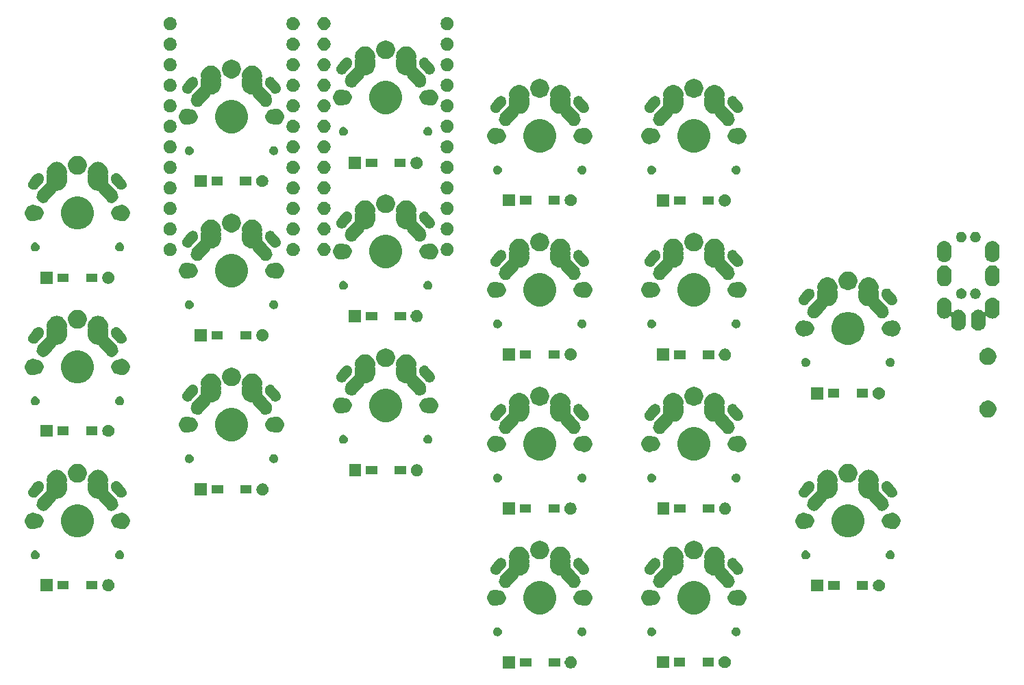
<source format=gbr>
G04 #@! TF.GenerationSoftware,KiCad,Pcbnew,(5.0.0)*
G04 #@! TF.CreationDate,2019-03-06T00:57:05+08:00*
G04 #@! TF.ProjectId,Shinonome,5368696E6F6E6F6D652E6B696361645F,rev?*
G04 #@! TF.SameCoordinates,Original*
G04 #@! TF.FileFunction,Soldermask,Top*
G04 #@! TF.FilePolarity,Negative*
%FSLAX46Y46*%
G04 Gerber Fmt 4.6, Leading zero omitted, Abs format (unit mm)*
G04 Created by KiCad (PCBNEW (5.0.0)) date 03/06/19 00:57:05*
%MOMM*%
%LPD*%
G01*
G04 APERTURE LIST*
%ADD10C,0.100000*%
G04 APERTURE END LIST*
D10*
G36*
X163968621Y-150729302D02*
X164105022Y-150785801D01*
X164227779Y-150867825D01*
X164332175Y-150972221D01*
X164414199Y-151094978D01*
X164470698Y-151231379D01*
X164499500Y-151376181D01*
X164499500Y-151523819D01*
X164470698Y-151668621D01*
X164414199Y-151805022D01*
X164332175Y-151927779D01*
X164227779Y-152032175D01*
X164105022Y-152114199D01*
X163968621Y-152170698D01*
X163823819Y-152199500D01*
X163676181Y-152199500D01*
X163531379Y-152170698D01*
X163394978Y-152114199D01*
X163272221Y-152032175D01*
X163167825Y-151927779D01*
X163085801Y-151805022D01*
X163029302Y-151668621D01*
X163000500Y-151523819D01*
X163000500Y-151376181D01*
X163029302Y-151231379D01*
X163085801Y-151094978D01*
X163167825Y-150972221D01*
X163272221Y-150867825D01*
X163394978Y-150785801D01*
X163531379Y-150729302D01*
X163676181Y-150700500D01*
X163823819Y-150700500D01*
X163968621Y-150729302D01*
X163968621Y-150729302D01*
G37*
G36*
X156879500Y-152199500D02*
X155380500Y-152199500D01*
X155380500Y-150700500D01*
X156879500Y-150700500D01*
X156879500Y-152199500D01*
X156879500Y-152199500D01*
G37*
G36*
X175899500Y-152189500D02*
X174400500Y-152189500D01*
X174400500Y-150690500D01*
X175899500Y-150690500D01*
X175899500Y-152189500D01*
X175899500Y-152189500D01*
G37*
G36*
X182988621Y-150719302D02*
X183125022Y-150775801D01*
X183247779Y-150857825D01*
X183352175Y-150962221D01*
X183434199Y-151084978D01*
X183490698Y-151221379D01*
X183519500Y-151366181D01*
X183519500Y-151513819D01*
X183490698Y-151658621D01*
X183434199Y-151795022D01*
X183352175Y-151917779D01*
X183247779Y-152022175D01*
X183125022Y-152104199D01*
X182988621Y-152160698D01*
X182843819Y-152189500D01*
X182696181Y-152189500D01*
X182551379Y-152160698D01*
X182414978Y-152104199D01*
X182292221Y-152022175D01*
X182187825Y-151917779D01*
X182105801Y-151795022D01*
X182049302Y-151658621D01*
X182020500Y-151513819D01*
X182020500Y-151366181D01*
X182049302Y-151221379D01*
X182105801Y-151084978D01*
X182187825Y-150962221D01*
X182292221Y-150857825D01*
X182414978Y-150775801D01*
X182551379Y-150719302D01*
X182696181Y-150690500D01*
X182843819Y-150690500D01*
X182988621Y-150719302D01*
X182988621Y-150719302D01*
G37*
G36*
X158866000Y-151976000D02*
X157464000Y-151976000D01*
X157464000Y-150924000D01*
X158866000Y-150924000D01*
X158866000Y-151976000D01*
X158866000Y-151976000D01*
G37*
G36*
X162416000Y-151976000D02*
X161014000Y-151976000D01*
X161014000Y-150924000D01*
X162416000Y-150924000D01*
X162416000Y-151976000D01*
X162416000Y-151976000D01*
G37*
G36*
X177886000Y-151966000D02*
X176484000Y-151966000D01*
X176484000Y-150914000D01*
X177886000Y-150914000D01*
X177886000Y-151966000D01*
X177886000Y-151966000D01*
G37*
G36*
X181436000Y-151966000D02*
X180034000Y-151966000D01*
X180034000Y-150914000D01*
X181436000Y-150914000D01*
X181436000Y-151966000D01*
X181436000Y-151966000D01*
G37*
G36*
X165290721Y-147150174D02*
X165390995Y-147191709D01*
X165481245Y-147252012D01*
X165557988Y-147328755D01*
X165618291Y-147419005D01*
X165659826Y-147519279D01*
X165681000Y-147625730D01*
X165681000Y-147734270D01*
X165659826Y-147840721D01*
X165618291Y-147940995D01*
X165557988Y-148031245D01*
X165481245Y-148107988D01*
X165390995Y-148168291D01*
X165290721Y-148209826D01*
X165184270Y-148231000D01*
X165075730Y-148231000D01*
X164969279Y-148209826D01*
X164869005Y-148168291D01*
X164778755Y-148107988D01*
X164702012Y-148031245D01*
X164641709Y-147940995D01*
X164600174Y-147840721D01*
X164579000Y-147734270D01*
X164579000Y-147625730D01*
X164600174Y-147519279D01*
X164641709Y-147419005D01*
X164702012Y-147328755D01*
X164778755Y-147252012D01*
X164869005Y-147191709D01*
X164969279Y-147150174D01*
X165075730Y-147129000D01*
X165184270Y-147129000D01*
X165290721Y-147150174D01*
X165290721Y-147150174D01*
G37*
G36*
X184340721Y-147150174D02*
X184440995Y-147191709D01*
X184531245Y-147252012D01*
X184607988Y-147328755D01*
X184668291Y-147419005D01*
X184709826Y-147519279D01*
X184731000Y-147625730D01*
X184731000Y-147734270D01*
X184709826Y-147840721D01*
X184668291Y-147940995D01*
X184607988Y-148031245D01*
X184531245Y-148107988D01*
X184440995Y-148168291D01*
X184340721Y-148209826D01*
X184234270Y-148231000D01*
X184125730Y-148231000D01*
X184019279Y-148209826D01*
X183919005Y-148168291D01*
X183828755Y-148107988D01*
X183752012Y-148031245D01*
X183691709Y-147940995D01*
X183650174Y-147840721D01*
X183629000Y-147734270D01*
X183629000Y-147625730D01*
X183650174Y-147519279D01*
X183691709Y-147419005D01*
X183752012Y-147328755D01*
X183828755Y-147252012D01*
X183919005Y-147191709D01*
X184019279Y-147150174D01*
X184125730Y-147129000D01*
X184234270Y-147129000D01*
X184340721Y-147150174D01*
X184340721Y-147150174D01*
G37*
G36*
X173900721Y-147150174D02*
X174000995Y-147191709D01*
X174091245Y-147252012D01*
X174167988Y-147328755D01*
X174228291Y-147419005D01*
X174269826Y-147519279D01*
X174291000Y-147625730D01*
X174291000Y-147734270D01*
X174269826Y-147840721D01*
X174228291Y-147940995D01*
X174167988Y-148031245D01*
X174091245Y-148107988D01*
X174000995Y-148168291D01*
X173900721Y-148209826D01*
X173794270Y-148231000D01*
X173685730Y-148231000D01*
X173579279Y-148209826D01*
X173479005Y-148168291D01*
X173388755Y-148107988D01*
X173312012Y-148031245D01*
X173251709Y-147940995D01*
X173210174Y-147840721D01*
X173189000Y-147734270D01*
X173189000Y-147625730D01*
X173210174Y-147519279D01*
X173251709Y-147419005D01*
X173312012Y-147328755D01*
X173388755Y-147252012D01*
X173479005Y-147191709D01*
X173579279Y-147150174D01*
X173685730Y-147129000D01*
X173794270Y-147129000D01*
X173900721Y-147150174D01*
X173900721Y-147150174D01*
G37*
G36*
X154850721Y-147150174D02*
X154950995Y-147191709D01*
X155041245Y-147252012D01*
X155117988Y-147328755D01*
X155178291Y-147419005D01*
X155219826Y-147519279D01*
X155241000Y-147625730D01*
X155241000Y-147734270D01*
X155219826Y-147840721D01*
X155178291Y-147940995D01*
X155117988Y-148031245D01*
X155041245Y-148107988D01*
X154950995Y-148168291D01*
X154850721Y-148209826D01*
X154744270Y-148231000D01*
X154635730Y-148231000D01*
X154529279Y-148209826D01*
X154429005Y-148168291D01*
X154338755Y-148107988D01*
X154262012Y-148031245D01*
X154201709Y-147940995D01*
X154160174Y-147840721D01*
X154139000Y-147734270D01*
X154139000Y-147625730D01*
X154160174Y-147519279D01*
X154201709Y-147419005D01*
X154262012Y-147328755D01*
X154338755Y-147252012D01*
X154429005Y-147191709D01*
X154529279Y-147150174D01*
X154635730Y-147129000D01*
X154744270Y-147129000D01*
X154850721Y-147150174D01*
X154850721Y-147150174D01*
G37*
G36*
X179558252Y-141507818D02*
X179558254Y-141507819D01*
X179558255Y-141507819D01*
X179931513Y-141662427D01*
X180140436Y-141802025D01*
X180267439Y-141886886D01*
X180553114Y-142172561D01*
X180553116Y-142172564D01*
X180777573Y-142508487D01*
X180932181Y-142881745D01*
X180932182Y-142881748D01*
X181011000Y-143277993D01*
X181011000Y-143682007D01*
X180936936Y-144054354D01*
X180932181Y-144078255D01*
X180777573Y-144451513D01*
X180777572Y-144451514D01*
X180553114Y-144787439D01*
X180267439Y-145073114D01*
X180267436Y-145073116D01*
X179931513Y-145297573D01*
X179558255Y-145452181D01*
X179558254Y-145452181D01*
X179558252Y-145452182D01*
X179162007Y-145531000D01*
X178757993Y-145531000D01*
X178361748Y-145452182D01*
X178361746Y-145452181D01*
X178361745Y-145452181D01*
X177988487Y-145297573D01*
X177652564Y-145073116D01*
X177652561Y-145073114D01*
X177366886Y-144787439D01*
X177142428Y-144451514D01*
X177142427Y-144451513D01*
X176987819Y-144078255D01*
X176983065Y-144054354D01*
X176909000Y-143682007D01*
X176909000Y-143277993D01*
X176987818Y-142881748D01*
X176987819Y-142881745D01*
X177142427Y-142508487D01*
X177366884Y-142172564D01*
X177366886Y-142172561D01*
X177652561Y-141886886D01*
X177779564Y-141802025D01*
X177988487Y-141662427D01*
X178361745Y-141507819D01*
X178361746Y-141507819D01*
X178361748Y-141507818D01*
X178757993Y-141429000D01*
X179162007Y-141429000D01*
X179558252Y-141507818D01*
X179558252Y-141507818D01*
G37*
G36*
X160508252Y-141507818D02*
X160508254Y-141507819D01*
X160508255Y-141507819D01*
X160881513Y-141662427D01*
X161090436Y-141802025D01*
X161217439Y-141886886D01*
X161503114Y-142172561D01*
X161503116Y-142172564D01*
X161727573Y-142508487D01*
X161882181Y-142881745D01*
X161882182Y-142881748D01*
X161961000Y-143277993D01*
X161961000Y-143682007D01*
X161886936Y-144054354D01*
X161882181Y-144078255D01*
X161727573Y-144451513D01*
X161727572Y-144451514D01*
X161503114Y-144787439D01*
X161217439Y-145073114D01*
X161217436Y-145073116D01*
X160881513Y-145297573D01*
X160508255Y-145452181D01*
X160508254Y-145452181D01*
X160508252Y-145452182D01*
X160112007Y-145531000D01*
X159707993Y-145531000D01*
X159311748Y-145452182D01*
X159311746Y-145452181D01*
X159311745Y-145452181D01*
X158938487Y-145297573D01*
X158602564Y-145073116D01*
X158602561Y-145073114D01*
X158316886Y-144787439D01*
X158092428Y-144451514D01*
X158092427Y-144451513D01*
X157937819Y-144078255D01*
X157933065Y-144054354D01*
X157859000Y-143682007D01*
X157859000Y-143277993D01*
X157937818Y-142881748D01*
X157937819Y-142881745D01*
X158092427Y-142508487D01*
X158316884Y-142172564D01*
X158316886Y-142172561D01*
X158602561Y-141886886D01*
X158729564Y-141802025D01*
X158938487Y-141662427D01*
X159311745Y-141507819D01*
X159311746Y-141507819D01*
X159311748Y-141507818D01*
X159707993Y-141429000D01*
X160112007Y-141429000D01*
X160508252Y-141507818D01*
X160508252Y-141507818D01*
G37*
G36*
X184751981Y-142517468D02*
X184934150Y-142592925D01*
X185098103Y-142702475D01*
X185237525Y-142841897D01*
X185347075Y-143005850D01*
X185422532Y-143188019D01*
X185461000Y-143381410D01*
X185461000Y-143578590D01*
X185422532Y-143771981D01*
X185347075Y-143954150D01*
X185237525Y-144118103D01*
X185098103Y-144257525D01*
X184934150Y-144367075D01*
X184751981Y-144442532D01*
X184558590Y-144481000D01*
X184361410Y-144481000D01*
X184168019Y-144442532D01*
X184042439Y-144390515D01*
X184018990Y-144383402D01*
X183994604Y-144381000D01*
X183951259Y-144381000D01*
X183777188Y-144346376D01*
X183613216Y-144278456D01*
X183465646Y-144179853D01*
X183340147Y-144054354D01*
X183241544Y-143906784D01*
X183173624Y-143742812D01*
X183139000Y-143568741D01*
X183139000Y-143391259D01*
X183173624Y-143217188D01*
X183241544Y-143053216D01*
X183340147Y-142905646D01*
X183465646Y-142780147D01*
X183613216Y-142681544D01*
X183777188Y-142613624D01*
X183951259Y-142579000D01*
X183994604Y-142579000D01*
X184018990Y-142576598D01*
X184042439Y-142569485D01*
X184168019Y-142517468D01*
X184361410Y-142479000D01*
X184558590Y-142479000D01*
X184751981Y-142517468D01*
X184751981Y-142517468D01*
G37*
G36*
X165701981Y-142517468D02*
X165884150Y-142592925D01*
X166048103Y-142702475D01*
X166187525Y-142841897D01*
X166297075Y-143005850D01*
X166372532Y-143188019D01*
X166411000Y-143381410D01*
X166411000Y-143578590D01*
X166372532Y-143771981D01*
X166297075Y-143954150D01*
X166187525Y-144118103D01*
X166048103Y-144257525D01*
X165884150Y-144367075D01*
X165701981Y-144442532D01*
X165508590Y-144481000D01*
X165311410Y-144481000D01*
X165118019Y-144442532D01*
X164992439Y-144390515D01*
X164968990Y-144383402D01*
X164944604Y-144381000D01*
X164901259Y-144381000D01*
X164727188Y-144346376D01*
X164563216Y-144278456D01*
X164415646Y-144179853D01*
X164290147Y-144054354D01*
X164191544Y-143906784D01*
X164123624Y-143742812D01*
X164089000Y-143568741D01*
X164089000Y-143391259D01*
X164123624Y-143217188D01*
X164191544Y-143053216D01*
X164290147Y-142905646D01*
X164415646Y-142780147D01*
X164563216Y-142681544D01*
X164727188Y-142613624D01*
X164901259Y-142579000D01*
X164944604Y-142579000D01*
X164968990Y-142576598D01*
X164992439Y-142569485D01*
X165118019Y-142517468D01*
X165311410Y-142479000D01*
X165508590Y-142479000D01*
X165701981Y-142517468D01*
X165701981Y-142517468D01*
G37*
G36*
X173751981Y-142517468D02*
X173877561Y-142569485D01*
X173901010Y-142576598D01*
X173925396Y-142579000D01*
X173968741Y-142579000D01*
X174142812Y-142613624D01*
X174306784Y-142681544D01*
X174454354Y-142780147D01*
X174579853Y-142905646D01*
X174678456Y-143053216D01*
X174746376Y-143217188D01*
X174781000Y-143391259D01*
X174781000Y-143568741D01*
X174746376Y-143742812D01*
X174678456Y-143906784D01*
X174579853Y-144054354D01*
X174454354Y-144179853D01*
X174306784Y-144278456D01*
X174142812Y-144346376D01*
X173968741Y-144381000D01*
X173925396Y-144381000D01*
X173901010Y-144383402D01*
X173877561Y-144390515D01*
X173751981Y-144442532D01*
X173558590Y-144481000D01*
X173361410Y-144481000D01*
X173168019Y-144442532D01*
X172985850Y-144367075D01*
X172821897Y-144257525D01*
X172682475Y-144118103D01*
X172572925Y-143954150D01*
X172497468Y-143771981D01*
X172459000Y-143578590D01*
X172459000Y-143381410D01*
X172497468Y-143188019D01*
X172572925Y-143005850D01*
X172682475Y-142841897D01*
X172821897Y-142702475D01*
X172985850Y-142592925D01*
X173168019Y-142517468D01*
X173361410Y-142479000D01*
X173558590Y-142479000D01*
X173751981Y-142517468D01*
X173751981Y-142517468D01*
G37*
G36*
X154701981Y-142517468D02*
X154827561Y-142569485D01*
X154851010Y-142576598D01*
X154875396Y-142579000D01*
X154918741Y-142579000D01*
X155092812Y-142613624D01*
X155256784Y-142681544D01*
X155404354Y-142780147D01*
X155529853Y-142905646D01*
X155628456Y-143053216D01*
X155696376Y-143217188D01*
X155731000Y-143391259D01*
X155731000Y-143568741D01*
X155696376Y-143742812D01*
X155628456Y-143906784D01*
X155529853Y-144054354D01*
X155404354Y-144179853D01*
X155256784Y-144278456D01*
X155092812Y-144346376D01*
X154918741Y-144381000D01*
X154875396Y-144381000D01*
X154851010Y-144383402D01*
X154827561Y-144390515D01*
X154701981Y-144442532D01*
X154508590Y-144481000D01*
X154311410Y-144481000D01*
X154118019Y-144442532D01*
X153935850Y-144367075D01*
X153771897Y-144257525D01*
X153632475Y-144118103D01*
X153522925Y-143954150D01*
X153447468Y-143771981D01*
X153409000Y-143578590D01*
X153409000Y-143381410D01*
X153447468Y-143188019D01*
X153522925Y-143005850D01*
X153632475Y-142841897D01*
X153771897Y-142702475D01*
X153935850Y-142592925D01*
X154118019Y-142517468D01*
X154311410Y-142479000D01*
X154508590Y-142479000D01*
X154701981Y-142517468D01*
X154701981Y-142517468D01*
G37*
G36*
X194969500Y-142689500D02*
X193470500Y-142689500D01*
X193470500Y-141190500D01*
X194969500Y-141190500D01*
X194969500Y-142689500D01*
X194969500Y-142689500D01*
G37*
G36*
X202058621Y-141219302D02*
X202195022Y-141275801D01*
X202317779Y-141357825D01*
X202422175Y-141462221D01*
X202504199Y-141584978D01*
X202560698Y-141721379D01*
X202589500Y-141866181D01*
X202589500Y-142013819D01*
X202560698Y-142158621D01*
X202504199Y-142295022D01*
X202422175Y-142417779D01*
X202317779Y-142522175D01*
X202195022Y-142604199D01*
X202058621Y-142660698D01*
X201913819Y-142689500D01*
X201766181Y-142689500D01*
X201621379Y-142660698D01*
X201484978Y-142604199D01*
X201362221Y-142522175D01*
X201257825Y-142417779D01*
X201175801Y-142295022D01*
X201119302Y-142158621D01*
X201090500Y-142013819D01*
X201090500Y-141866181D01*
X201119302Y-141721379D01*
X201175801Y-141584978D01*
X201257825Y-141462221D01*
X201362221Y-141357825D01*
X201484978Y-141275801D01*
X201621379Y-141219302D01*
X201766181Y-141190500D01*
X201913819Y-141190500D01*
X202058621Y-141219302D01*
X202058621Y-141219302D01*
G37*
G36*
X99709500Y-142679500D02*
X98210500Y-142679500D01*
X98210500Y-141180500D01*
X99709500Y-141180500D01*
X99709500Y-142679500D01*
X99709500Y-142679500D01*
G37*
G36*
X106798621Y-141209302D02*
X106935022Y-141265801D01*
X107057779Y-141347825D01*
X107162175Y-141452221D01*
X107244199Y-141574978D01*
X107300698Y-141711379D01*
X107329500Y-141856181D01*
X107329500Y-142003819D01*
X107300698Y-142148621D01*
X107244199Y-142285022D01*
X107162175Y-142407779D01*
X107057779Y-142512175D01*
X106935022Y-142594199D01*
X106798621Y-142650698D01*
X106653819Y-142679500D01*
X106506181Y-142679500D01*
X106361379Y-142650698D01*
X106224978Y-142594199D01*
X106102221Y-142512175D01*
X105997825Y-142407779D01*
X105915801Y-142285022D01*
X105859302Y-142148621D01*
X105830500Y-142003819D01*
X105830500Y-141856181D01*
X105859302Y-141711379D01*
X105915801Y-141574978D01*
X105997825Y-141452221D01*
X106102221Y-141347825D01*
X106224978Y-141265801D01*
X106361379Y-141209302D01*
X106506181Y-141180500D01*
X106653819Y-141180500D01*
X106798621Y-141209302D01*
X106798621Y-141209302D01*
G37*
G36*
X196956000Y-142466000D02*
X195554000Y-142466000D01*
X195554000Y-141414000D01*
X196956000Y-141414000D01*
X196956000Y-142466000D01*
X196956000Y-142466000D01*
G37*
G36*
X200506000Y-142466000D02*
X199104000Y-142466000D01*
X199104000Y-141414000D01*
X200506000Y-141414000D01*
X200506000Y-142466000D01*
X200506000Y-142466000D01*
G37*
G36*
X105246000Y-142456000D02*
X103844000Y-142456000D01*
X103844000Y-141404000D01*
X105246000Y-141404000D01*
X105246000Y-142456000D01*
X105246000Y-142456000D01*
G37*
G36*
X101696000Y-142456000D02*
X100294000Y-142456000D01*
X100294000Y-141404000D01*
X101696000Y-141404000D01*
X101696000Y-142456000D01*
X101696000Y-142456000D01*
G37*
G36*
X176603636Y-137161019D02*
X176784903Y-137197075D01*
X177012571Y-137291378D01*
X177216542Y-137427668D01*
X177217469Y-137428287D01*
X177391713Y-137602531D01*
X177391715Y-137602534D01*
X177528622Y-137807429D01*
X177622925Y-138035097D01*
X177636975Y-138105731D01*
X177671000Y-138276786D01*
X177671000Y-138523214D01*
X177642675Y-138665614D01*
X177640273Y-138690000D01*
X177642675Y-138714386D01*
X177652723Y-138764903D01*
X177671000Y-138856787D01*
X177671000Y-139103213D01*
X177660316Y-139156927D01*
X177650631Y-139205613D01*
X177648229Y-139230000D01*
X177650631Y-139254387D01*
X177671000Y-139356787D01*
X177671000Y-139603214D01*
X177661495Y-139651000D01*
X177622925Y-139844903D01*
X177528622Y-140072571D01*
X177405039Y-140257525D01*
X177391713Y-140277469D01*
X177217469Y-140451713D01*
X177217466Y-140451715D01*
X177012571Y-140588622D01*
X176784903Y-140682925D01*
X176644740Y-140710805D01*
X176543214Y-140731000D01*
X176417239Y-140731000D01*
X176392853Y-140733402D01*
X176369404Y-140740515D01*
X176347793Y-140752066D01*
X176328851Y-140767612D01*
X176313305Y-140786554D01*
X176302284Y-140806904D01*
X176279421Y-140860441D01*
X176210574Y-140961085D01*
X175838924Y-141404000D01*
X175354930Y-141980802D01*
X175321184Y-142013819D01*
X175267772Y-142066078D01*
X175131507Y-142154993D01*
X174980515Y-142215615D01*
X174857526Y-142238687D01*
X174820598Y-142245615D01*
X174820597Y-142245615D01*
X174657900Y-142243840D01*
X174614233Y-142234658D01*
X174498673Y-142210359D01*
X174349042Y-142146459D01*
X174214749Y-142054594D01*
X174142549Y-141980800D01*
X174100958Y-141938292D01*
X174012043Y-141802027D01*
X173951421Y-141651035D01*
X173921421Y-141491117D01*
X173923196Y-141328420D01*
X173936363Y-141265801D01*
X173956677Y-141169193D01*
X174020577Y-141019563D01*
X174060580Y-140961085D01*
X174089426Y-140918916D01*
X174945068Y-139899200D01*
X175032227Y-139813922D01*
X175032228Y-139813921D01*
X175119607Y-139756905D01*
X175138718Y-139741567D01*
X175154469Y-139722796D01*
X175166255Y-139701312D01*
X175173624Y-139677942D01*
X175176292Y-139653584D01*
X175173897Y-139627835D01*
X175169000Y-139603215D01*
X175169000Y-139356787D01*
X175189369Y-139254387D01*
X175191771Y-139230000D01*
X175189369Y-139205613D01*
X175179685Y-139156927D01*
X175169000Y-139103213D01*
X175169000Y-138856787D01*
X175187277Y-138764903D01*
X175197325Y-138714386D01*
X175199727Y-138690000D01*
X175197325Y-138665614D01*
X175169000Y-138523214D01*
X175169000Y-138276786D01*
X175203025Y-138105731D01*
X175217075Y-138035097D01*
X175311378Y-137807429D01*
X175448285Y-137602534D01*
X175448287Y-137602531D01*
X175622531Y-137428287D01*
X175623458Y-137427668D01*
X175827429Y-137291378D01*
X176055097Y-137197075D01*
X176236364Y-137161019D01*
X176296786Y-137149000D01*
X176543214Y-137149000D01*
X176603636Y-137161019D01*
X176603636Y-137161019D01*
G37*
G36*
X181683636Y-137161019D02*
X181864903Y-137197075D01*
X182092571Y-137291378D01*
X182296542Y-137427668D01*
X182297469Y-137428287D01*
X182471713Y-137602531D01*
X182471715Y-137602534D01*
X182608622Y-137807429D01*
X182702925Y-138035097D01*
X182716975Y-138105731D01*
X182751000Y-138276786D01*
X182751000Y-138523214D01*
X182722675Y-138665614D01*
X182720273Y-138690000D01*
X182722675Y-138714386D01*
X182732723Y-138764903D01*
X182751000Y-138856787D01*
X182751000Y-139103213D01*
X182740316Y-139156927D01*
X182730631Y-139205613D01*
X182728229Y-139230000D01*
X182730631Y-139254387D01*
X182751000Y-139356787D01*
X182751000Y-139603215D01*
X182746103Y-139627835D01*
X182743701Y-139652221D01*
X182746103Y-139676607D01*
X182753216Y-139700056D01*
X182764768Y-139721667D01*
X182780313Y-139740609D01*
X182800392Y-139756905D01*
X182887772Y-139813922D01*
X182974930Y-139899198D01*
X183275599Y-140257522D01*
X183830574Y-140918915D01*
X183859420Y-140961084D01*
X183899423Y-141019562D01*
X183963323Y-141169192D01*
X183973860Y-141219303D01*
X183996804Y-141328419D01*
X183998579Y-141491117D01*
X183968579Y-141651035D01*
X183907957Y-141802027D01*
X183819042Y-141938292D01*
X183777451Y-141980800D01*
X183705251Y-142054594D01*
X183570958Y-142146459D01*
X183421327Y-142210359D01*
X183305767Y-142234658D01*
X183262100Y-142243840D01*
X183099402Y-142245615D01*
X183099401Y-142245615D01*
X183062473Y-142238687D01*
X182939484Y-142215615D01*
X182788492Y-142154993D01*
X182652227Y-142066078D01*
X182565068Y-141980800D01*
X181709426Y-140961084D01*
X181640579Y-140860440D01*
X181640577Y-140860437D01*
X181617717Y-140806908D01*
X181605931Y-140785424D01*
X181590180Y-140766653D01*
X181571069Y-140751315D01*
X181549334Y-140740000D01*
X181525809Y-140733143D01*
X181502761Y-140731000D01*
X181376786Y-140731000D01*
X181275260Y-140710805D01*
X181135097Y-140682925D01*
X180907429Y-140588622D01*
X180702534Y-140451715D01*
X180702531Y-140451713D01*
X180528287Y-140277469D01*
X180514961Y-140257525D01*
X180391378Y-140072571D01*
X180297075Y-139844903D01*
X180258505Y-139651000D01*
X180249000Y-139603214D01*
X180249000Y-139356787D01*
X180269369Y-139254387D01*
X180271771Y-139230000D01*
X180269369Y-139205613D01*
X180259685Y-139156927D01*
X180249000Y-139103213D01*
X180249000Y-138856787D01*
X180267277Y-138764903D01*
X180277325Y-138714386D01*
X180279727Y-138690000D01*
X180277325Y-138665614D01*
X180249000Y-138523214D01*
X180249000Y-138276786D01*
X180283025Y-138105731D01*
X180297075Y-138035097D01*
X180391378Y-137807429D01*
X180528285Y-137602534D01*
X180528287Y-137602531D01*
X180702531Y-137428287D01*
X180703458Y-137427668D01*
X180907429Y-137291378D01*
X181135097Y-137197075D01*
X181316364Y-137161019D01*
X181376786Y-137149000D01*
X181623214Y-137149000D01*
X181683636Y-137161019D01*
X181683636Y-137161019D01*
G37*
G36*
X162633636Y-137161019D02*
X162814903Y-137197075D01*
X163042571Y-137291378D01*
X163246542Y-137427668D01*
X163247469Y-137428287D01*
X163421713Y-137602531D01*
X163421715Y-137602534D01*
X163558622Y-137807429D01*
X163652925Y-138035097D01*
X163666975Y-138105731D01*
X163701000Y-138276786D01*
X163701000Y-138523214D01*
X163672675Y-138665614D01*
X163670273Y-138690000D01*
X163672675Y-138714386D01*
X163682723Y-138764903D01*
X163701000Y-138856787D01*
X163701000Y-139103213D01*
X163690316Y-139156927D01*
X163680631Y-139205613D01*
X163678229Y-139230000D01*
X163680631Y-139254387D01*
X163701000Y-139356787D01*
X163701000Y-139603215D01*
X163696103Y-139627835D01*
X163693701Y-139652221D01*
X163696103Y-139676607D01*
X163703216Y-139700056D01*
X163714768Y-139721667D01*
X163730313Y-139740609D01*
X163750392Y-139756905D01*
X163837772Y-139813922D01*
X163924930Y-139899198D01*
X164225599Y-140257522D01*
X164780574Y-140918915D01*
X164809420Y-140961084D01*
X164849423Y-141019562D01*
X164913323Y-141169192D01*
X164923860Y-141219303D01*
X164946804Y-141328419D01*
X164948579Y-141491117D01*
X164918579Y-141651035D01*
X164857957Y-141802027D01*
X164769042Y-141938292D01*
X164727451Y-141980800D01*
X164655251Y-142054594D01*
X164520958Y-142146459D01*
X164371327Y-142210359D01*
X164255767Y-142234658D01*
X164212100Y-142243840D01*
X164049402Y-142245615D01*
X164049401Y-142245615D01*
X164012473Y-142238687D01*
X163889484Y-142215615D01*
X163738492Y-142154993D01*
X163602227Y-142066078D01*
X163515068Y-141980800D01*
X162659426Y-140961084D01*
X162590579Y-140860440D01*
X162590577Y-140860437D01*
X162567717Y-140806908D01*
X162555931Y-140785424D01*
X162540180Y-140766653D01*
X162521069Y-140751315D01*
X162499334Y-140740000D01*
X162475809Y-140733143D01*
X162452761Y-140731000D01*
X162326786Y-140731000D01*
X162225260Y-140710805D01*
X162085097Y-140682925D01*
X161857429Y-140588622D01*
X161652534Y-140451715D01*
X161652531Y-140451713D01*
X161478287Y-140277469D01*
X161464961Y-140257525D01*
X161341378Y-140072571D01*
X161247075Y-139844903D01*
X161208505Y-139651000D01*
X161199000Y-139603214D01*
X161199000Y-139356787D01*
X161219369Y-139254387D01*
X161221771Y-139230000D01*
X161219369Y-139205613D01*
X161209685Y-139156927D01*
X161199000Y-139103213D01*
X161199000Y-138856787D01*
X161217277Y-138764903D01*
X161227325Y-138714386D01*
X161229727Y-138690000D01*
X161227325Y-138665614D01*
X161199000Y-138523214D01*
X161199000Y-138276786D01*
X161233025Y-138105731D01*
X161247075Y-138035097D01*
X161341378Y-137807429D01*
X161478285Y-137602534D01*
X161478287Y-137602531D01*
X161652531Y-137428287D01*
X161653458Y-137427668D01*
X161857429Y-137291378D01*
X162085097Y-137197075D01*
X162266364Y-137161019D01*
X162326786Y-137149000D01*
X162573214Y-137149000D01*
X162633636Y-137161019D01*
X162633636Y-137161019D01*
G37*
G36*
X157553636Y-137161019D02*
X157734903Y-137197075D01*
X157962571Y-137291378D01*
X158166542Y-137427668D01*
X158167469Y-137428287D01*
X158341713Y-137602531D01*
X158341715Y-137602534D01*
X158478622Y-137807429D01*
X158572925Y-138035097D01*
X158586975Y-138105731D01*
X158621000Y-138276786D01*
X158621000Y-138523214D01*
X158592675Y-138665614D01*
X158590273Y-138690000D01*
X158592675Y-138714386D01*
X158602723Y-138764903D01*
X158621000Y-138856787D01*
X158621000Y-139103213D01*
X158610316Y-139156927D01*
X158600631Y-139205613D01*
X158598229Y-139230000D01*
X158600631Y-139254387D01*
X158621000Y-139356787D01*
X158621000Y-139603214D01*
X158611495Y-139651000D01*
X158572925Y-139844903D01*
X158478622Y-140072571D01*
X158355039Y-140257525D01*
X158341713Y-140277469D01*
X158167469Y-140451713D01*
X158167466Y-140451715D01*
X157962571Y-140588622D01*
X157734903Y-140682925D01*
X157594740Y-140710805D01*
X157493214Y-140731000D01*
X157367239Y-140731000D01*
X157342853Y-140733402D01*
X157319404Y-140740515D01*
X157297793Y-140752066D01*
X157278851Y-140767612D01*
X157263305Y-140786554D01*
X157252284Y-140806904D01*
X157229421Y-140860441D01*
X157160574Y-140961085D01*
X156788924Y-141404000D01*
X156304930Y-141980802D01*
X156271184Y-142013819D01*
X156217772Y-142066078D01*
X156081507Y-142154993D01*
X155930515Y-142215615D01*
X155807526Y-142238687D01*
X155770598Y-142245615D01*
X155770597Y-142245615D01*
X155607900Y-142243840D01*
X155564233Y-142234658D01*
X155448673Y-142210359D01*
X155299042Y-142146459D01*
X155164749Y-142054594D01*
X155092549Y-141980800D01*
X155050958Y-141938292D01*
X154962043Y-141802027D01*
X154901421Y-141651035D01*
X154871421Y-141491117D01*
X154873196Y-141328420D01*
X154886363Y-141265801D01*
X154906677Y-141169193D01*
X154970577Y-141019563D01*
X155010580Y-140961085D01*
X155039426Y-140918916D01*
X155895068Y-139899200D01*
X155982227Y-139813922D01*
X155982228Y-139813921D01*
X156069607Y-139756905D01*
X156088718Y-139741567D01*
X156104469Y-139722796D01*
X156116255Y-139701312D01*
X156123624Y-139677942D01*
X156126292Y-139653584D01*
X156123897Y-139627835D01*
X156119000Y-139603215D01*
X156119000Y-139356787D01*
X156139369Y-139254387D01*
X156141771Y-139230000D01*
X156139369Y-139205613D01*
X156129685Y-139156927D01*
X156119000Y-139103213D01*
X156119000Y-138856787D01*
X156137277Y-138764903D01*
X156147325Y-138714386D01*
X156149727Y-138690000D01*
X156147325Y-138665614D01*
X156119000Y-138523214D01*
X156119000Y-138276786D01*
X156153025Y-138105731D01*
X156167075Y-138035097D01*
X156261378Y-137807429D01*
X156398285Y-137602534D01*
X156398287Y-137602531D01*
X156572531Y-137428287D01*
X156573458Y-137427668D01*
X156777429Y-137291378D01*
X157005097Y-137197075D01*
X157186364Y-137161019D01*
X157246786Y-137149000D01*
X157493214Y-137149000D01*
X157553636Y-137161019D01*
X157553636Y-137161019D01*
G37*
G36*
X183944754Y-138563996D02*
X184034437Y-138600003D01*
X184068326Y-138613609D01*
X184068330Y-138613611D01*
X184179847Y-138686377D01*
X184251173Y-138756164D01*
X184251178Y-138756170D01*
X184251180Y-138756172D01*
X184904511Y-139534780D01*
X184904513Y-139534783D01*
X184904517Y-139534788D01*
X184960859Y-139617151D01*
X185013155Y-139739608D01*
X185040556Y-139869920D01*
X185042010Y-140003074D01*
X185017457Y-140133950D01*
X184967844Y-140257522D01*
X184967843Y-140257523D01*
X184895076Y-140369042D01*
X184801950Y-140464222D01*
X184788207Y-140473623D01*
X184692045Y-140539405D01*
X184569585Y-140591702D01*
X184439275Y-140619103D01*
X184306120Y-140620557D01*
X184175243Y-140596004D01*
X184051673Y-140546392D01*
X184051670Y-140546390D01*
X183940153Y-140473623D01*
X183940151Y-140473622D01*
X183868823Y-140403833D01*
X183868819Y-140403829D01*
X183313116Y-139741567D01*
X183215487Y-139625217D01*
X183159142Y-139542850D01*
X183106845Y-139420390D01*
X183079444Y-139290080D01*
X183077991Y-139156925D01*
X183102543Y-139026051D01*
X183152158Y-138902475D01*
X183224924Y-138790958D01*
X183318049Y-138695779D01*
X183326497Y-138690000D01*
X183427955Y-138620595D01*
X183444316Y-138613608D01*
X183550415Y-138568298D01*
X183680725Y-138540897D01*
X183813880Y-138539444D01*
X183944754Y-138563996D01*
X183944754Y-138563996D01*
G37*
G36*
X164894754Y-138563996D02*
X164984437Y-138600003D01*
X165018326Y-138613609D01*
X165018330Y-138613611D01*
X165129847Y-138686377D01*
X165201173Y-138756164D01*
X165201178Y-138756170D01*
X165201180Y-138756172D01*
X165854511Y-139534780D01*
X165854513Y-139534783D01*
X165854517Y-139534788D01*
X165910859Y-139617151D01*
X165963155Y-139739608D01*
X165990556Y-139869920D01*
X165992010Y-140003074D01*
X165967457Y-140133950D01*
X165917844Y-140257522D01*
X165917843Y-140257523D01*
X165845076Y-140369042D01*
X165751950Y-140464222D01*
X165738207Y-140473623D01*
X165642045Y-140539405D01*
X165519585Y-140591702D01*
X165389275Y-140619103D01*
X165256120Y-140620557D01*
X165125243Y-140596004D01*
X165001673Y-140546392D01*
X165001670Y-140546390D01*
X164890153Y-140473623D01*
X164890151Y-140473622D01*
X164818823Y-140403833D01*
X164818819Y-140403829D01*
X164263116Y-139741567D01*
X164165487Y-139625217D01*
X164109142Y-139542850D01*
X164056845Y-139420390D01*
X164029444Y-139290080D01*
X164027991Y-139156925D01*
X164052543Y-139026051D01*
X164102158Y-138902475D01*
X164174924Y-138790958D01*
X164268049Y-138695779D01*
X164276497Y-138690000D01*
X164377955Y-138620595D01*
X164394316Y-138613608D01*
X164500415Y-138568298D01*
X164630725Y-138540897D01*
X164763880Y-138539444D01*
X164894754Y-138563996D01*
X164894754Y-138563996D01*
G37*
G36*
X174239275Y-138540897D02*
X174349126Y-138563996D01*
X174369585Y-138568298D01*
X174492045Y-138620595D01*
X174593504Y-138690000D01*
X174601951Y-138695779D01*
X174695075Y-138790957D01*
X174767844Y-138902478D01*
X174817457Y-139026050D01*
X174842010Y-139156926D01*
X174840556Y-139290080D01*
X174813155Y-139420392D01*
X174760859Y-139542849D01*
X174704517Y-139625212D01*
X174704514Y-139625215D01*
X174704511Y-139625220D01*
X174157208Y-140277469D01*
X174051173Y-140403836D01*
X174002240Y-140451713D01*
X173979847Y-140473623D01*
X173868328Y-140546390D01*
X173837725Y-140558677D01*
X173744754Y-140596004D01*
X173613880Y-140620556D01*
X173480725Y-140619103D01*
X173350415Y-140591702D01*
X173227955Y-140539405D01*
X173131793Y-140473623D01*
X173118050Y-140464222D01*
X173024924Y-140369042D01*
X172952157Y-140257523D01*
X172922207Y-140182925D01*
X172902543Y-140133949D01*
X172877991Y-140003075D01*
X172879444Y-139869920D01*
X172906845Y-139739610D01*
X172959142Y-139617150D01*
X173015487Y-139534783D01*
X173298529Y-139197466D01*
X173668819Y-138756171D01*
X173694545Y-138731000D01*
X173740151Y-138686378D01*
X173851668Y-138613611D01*
X173851671Y-138613609D01*
X173851673Y-138613608D01*
X173975243Y-138563996D01*
X174106120Y-138539443D01*
X174239275Y-138540897D01*
X174239275Y-138540897D01*
G37*
G36*
X155189275Y-138540897D02*
X155299126Y-138563996D01*
X155319585Y-138568298D01*
X155442045Y-138620595D01*
X155543504Y-138690000D01*
X155551951Y-138695779D01*
X155645075Y-138790957D01*
X155717844Y-138902478D01*
X155767457Y-139026050D01*
X155792010Y-139156926D01*
X155790556Y-139290080D01*
X155763155Y-139420392D01*
X155710859Y-139542849D01*
X155654517Y-139625212D01*
X155654514Y-139625215D01*
X155654511Y-139625220D01*
X155107208Y-140277469D01*
X155001173Y-140403836D01*
X154952240Y-140451713D01*
X154929847Y-140473623D01*
X154818328Y-140546390D01*
X154787725Y-140558677D01*
X154694754Y-140596004D01*
X154563880Y-140620556D01*
X154430725Y-140619103D01*
X154300415Y-140591702D01*
X154177955Y-140539405D01*
X154081793Y-140473623D01*
X154068050Y-140464222D01*
X153974924Y-140369042D01*
X153902157Y-140257523D01*
X153872207Y-140182925D01*
X153852543Y-140133949D01*
X153827991Y-140003075D01*
X153829444Y-139869920D01*
X153856845Y-139739610D01*
X153909142Y-139617150D01*
X153965487Y-139534783D01*
X154248529Y-139197466D01*
X154618819Y-138756171D01*
X154644545Y-138731000D01*
X154690151Y-138686378D01*
X154801668Y-138613611D01*
X154801671Y-138613609D01*
X154801673Y-138613608D01*
X154925243Y-138563996D01*
X155056120Y-138539443D01*
X155189275Y-138540897D01*
X155189275Y-138540897D01*
G37*
G36*
X179295734Y-136473232D02*
X179505202Y-136559996D01*
X179693723Y-136685962D01*
X179854038Y-136846277D01*
X179980004Y-137034798D01*
X180066768Y-137244266D01*
X180111000Y-137466635D01*
X180111000Y-137693365D01*
X180066768Y-137915734D01*
X179980004Y-138125202D01*
X179854038Y-138313723D01*
X179693723Y-138474038D01*
X179505202Y-138600004D01*
X179295734Y-138686768D01*
X179073365Y-138731000D01*
X178846635Y-138731000D01*
X178624266Y-138686768D01*
X178414798Y-138600004D01*
X178226277Y-138474038D01*
X178065962Y-138313723D01*
X177939996Y-138125202D01*
X177853232Y-137915734D01*
X177809000Y-137693365D01*
X177809000Y-137466635D01*
X177853232Y-137244266D01*
X177939996Y-137034798D01*
X178065962Y-136846277D01*
X178226277Y-136685962D01*
X178414798Y-136559996D01*
X178624266Y-136473232D01*
X178846635Y-136429000D01*
X179073365Y-136429000D01*
X179295734Y-136473232D01*
X179295734Y-136473232D01*
G37*
G36*
X160245734Y-136473232D02*
X160455202Y-136559996D01*
X160643723Y-136685962D01*
X160804038Y-136846277D01*
X160930004Y-137034798D01*
X161016768Y-137244266D01*
X161061000Y-137466635D01*
X161061000Y-137693365D01*
X161016768Y-137915734D01*
X160930004Y-138125202D01*
X160804038Y-138313723D01*
X160643723Y-138474038D01*
X160455202Y-138600004D01*
X160245734Y-138686768D01*
X160023365Y-138731000D01*
X159796635Y-138731000D01*
X159574266Y-138686768D01*
X159364798Y-138600004D01*
X159176277Y-138474038D01*
X159015962Y-138313723D01*
X158889996Y-138125202D01*
X158803232Y-137915734D01*
X158759000Y-137693365D01*
X158759000Y-137466635D01*
X158803232Y-137244266D01*
X158889996Y-137034798D01*
X159015962Y-136846277D01*
X159176277Y-136685962D01*
X159364798Y-136559996D01*
X159574266Y-136473232D01*
X159796635Y-136429000D01*
X160023365Y-136429000D01*
X160245734Y-136473232D01*
X160245734Y-136473232D01*
G37*
G36*
X203390721Y-137630174D02*
X203490995Y-137671709D01*
X203581245Y-137732012D01*
X203657988Y-137808755D01*
X203718291Y-137899005D01*
X203759826Y-137999279D01*
X203781000Y-138105730D01*
X203781000Y-138214270D01*
X203759826Y-138320721D01*
X203718291Y-138420995D01*
X203657988Y-138511245D01*
X203581245Y-138587988D01*
X203490995Y-138648291D01*
X203390721Y-138689826D01*
X203284270Y-138711000D01*
X203175730Y-138711000D01*
X203069279Y-138689826D01*
X202969005Y-138648291D01*
X202878755Y-138587988D01*
X202802012Y-138511245D01*
X202741709Y-138420995D01*
X202700174Y-138320721D01*
X202679000Y-138214270D01*
X202679000Y-138105730D01*
X202700174Y-137999279D01*
X202741709Y-137899005D01*
X202802012Y-137808755D01*
X202878755Y-137732012D01*
X202969005Y-137671709D01*
X203069279Y-137630174D01*
X203175730Y-137609000D01*
X203284270Y-137609000D01*
X203390721Y-137630174D01*
X203390721Y-137630174D01*
G37*
G36*
X108140721Y-137630174D02*
X108240995Y-137671709D01*
X108331245Y-137732012D01*
X108407988Y-137808755D01*
X108468291Y-137899005D01*
X108509826Y-137999279D01*
X108531000Y-138105730D01*
X108531000Y-138214270D01*
X108509826Y-138320721D01*
X108468291Y-138420995D01*
X108407988Y-138511245D01*
X108331245Y-138587988D01*
X108240995Y-138648291D01*
X108140721Y-138689826D01*
X108034270Y-138711000D01*
X107925730Y-138711000D01*
X107819279Y-138689826D01*
X107719005Y-138648291D01*
X107628755Y-138587988D01*
X107552012Y-138511245D01*
X107491709Y-138420995D01*
X107450174Y-138320721D01*
X107429000Y-138214270D01*
X107429000Y-138105730D01*
X107450174Y-137999279D01*
X107491709Y-137899005D01*
X107552012Y-137808755D01*
X107628755Y-137732012D01*
X107719005Y-137671709D01*
X107819279Y-137630174D01*
X107925730Y-137609000D01*
X108034270Y-137609000D01*
X108140721Y-137630174D01*
X108140721Y-137630174D01*
G37*
G36*
X97700721Y-137630174D02*
X97800995Y-137671709D01*
X97891245Y-137732012D01*
X97967988Y-137808755D01*
X98028291Y-137899005D01*
X98069826Y-137999279D01*
X98091000Y-138105730D01*
X98091000Y-138214270D01*
X98069826Y-138320721D01*
X98028291Y-138420995D01*
X97967988Y-138511245D01*
X97891245Y-138587988D01*
X97800995Y-138648291D01*
X97700721Y-138689826D01*
X97594270Y-138711000D01*
X97485730Y-138711000D01*
X97379279Y-138689826D01*
X97279005Y-138648291D01*
X97188755Y-138587988D01*
X97112012Y-138511245D01*
X97051709Y-138420995D01*
X97010174Y-138320721D01*
X96989000Y-138214270D01*
X96989000Y-138105730D01*
X97010174Y-137999279D01*
X97051709Y-137899005D01*
X97112012Y-137808755D01*
X97188755Y-137732012D01*
X97279005Y-137671709D01*
X97379279Y-137630174D01*
X97485730Y-137609000D01*
X97594270Y-137609000D01*
X97700721Y-137630174D01*
X97700721Y-137630174D01*
G37*
G36*
X192950721Y-137630174D02*
X193050995Y-137671709D01*
X193141245Y-137732012D01*
X193217988Y-137808755D01*
X193278291Y-137899005D01*
X193319826Y-137999279D01*
X193341000Y-138105730D01*
X193341000Y-138214270D01*
X193319826Y-138320721D01*
X193278291Y-138420995D01*
X193217988Y-138511245D01*
X193141245Y-138587988D01*
X193050995Y-138648291D01*
X192950721Y-138689826D01*
X192844270Y-138711000D01*
X192735730Y-138711000D01*
X192629279Y-138689826D01*
X192529005Y-138648291D01*
X192438755Y-138587988D01*
X192362012Y-138511245D01*
X192301709Y-138420995D01*
X192260174Y-138320721D01*
X192239000Y-138214270D01*
X192239000Y-138105730D01*
X192260174Y-137999279D01*
X192301709Y-137899005D01*
X192362012Y-137808755D01*
X192438755Y-137732012D01*
X192529005Y-137671709D01*
X192629279Y-137630174D01*
X192735730Y-137609000D01*
X192844270Y-137609000D01*
X192950721Y-137630174D01*
X192950721Y-137630174D01*
G37*
G36*
X103358252Y-131987818D02*
X103358254Y-131987819D01*
X103358255Y-131987819D01*
X103731513Y-132142427D01*
X103940436Y-132282025D01*
X104067439Y-132366886D01*
X104353114Y-132652561D01*
X104353116Y-132652564D01*
X104577573Y-132988487D01*
X104732181Y-133361745D01*
X104732182Y-133361748D01*
X104811000Y-133757993D01*
X104811000Y-134162007D01*
X104736936Y-134534354D01*
X104732181Y-134558255D01*
X104577573Y-134931513D01*
X104577572Y-134931514D01*
X104353114Y-135267439D01*
X104067439Y-135553114D01*
X104067436Y-135553116D01*
X103731513Y-135777573D01*
X103358255Y-135932181D01*
X103358254Y-135932181D01*
X103358252Y-135932182D01*
X102962007Y-136011000D01*
X102557993Y-136011000D01*
X102161748Y-135932182D01*
X102161746Y-135932181D01*
X102161745Y-135932181D01*
X101788487Y-135777573D01*
X101452564Y-135553116D01*
X101452561Y-135553114D01*
X101166886Y-135267439D01*
X100942428Y-134931514D01*
X100942427Y-134931513D01*
X100787819Y-134558255D01*
X100783065Y-134534354D01*
X100709000Y-134162007D01*
X100709000Y-133757993D01*
X100787818Y-133361748D01*
X100787819Y-133361745D01*
X100942427Y-132988487D01*
X101166884Y-132652564D01*
X101166886Y-132652561D01*
X101452561Y-132366886D01*
X101579564Y-132282025D01*
X101788487Y-132142427D01*
X102161745Y-131987819D01*
X102161746Y-131987819D01*
X102161748Y-131987818D01*
X102557993Y-131909000D01*
X102962007Y-131909000D01*
X103358252Y-131987818D01*
X103358252Y-131987818D01*
G37*
G36*
X198608252Y-131987818D02*
X198608254Y-131987819D01*
X198608255Y-131987819D01*
X198981513Y-132142427D01*
X199190436Y-132282025D01*
X199317439Y-132366886D01*
X199603114Y-132652561D01*
X199603116Y-132652564D01*
X199827573Y-132988487D01*
X199982181Y-133361745D01*
X199982182Y-133361748D01*
X200061000Y-133757993D01*
X200061000Y-134162007D01*
X199986936Y-134534354D01*
X199982181Y-134558255D01*
X199827573Y-134931513D01*
X199827572Y-134931514D01*
X199603114Y-135267439D01*
X199317439Y-135553114D01*
X199317436Y-135553116D01*
X198981513Y-135777573D01*
X198608255Y-135932181D01*
X198608254Y-135932181D01*
X198608252Y-135932182D01*
X198212007Y-136011000D01*
X197807993Y-136011000D01*
X197411748Y-135932182D01*
X197411746Y-135932181D01*
X197411745Y-135932181D01*
X197038487Y-135777573D01*
X196702564Y-135553116D01*
X196702561Y-135553114D01*
X196416886Y-135267439D01*
X196192428Y-134931514D01*
X196192427Y-134931513D01*
X196037819Y-134558255D01*
X196033065Y-134534354D01*
X195959000Y-134162007D01*
X195959000Y-133757993D01*
X196037818Y-133361748D01*
X196037819Y-133361745D01*
X196192427Y-132988487D01*
X196416884Y-132652564D01*
X196416886Y-132652561D01*
X196702561Y-132366886D01*
X196829564Y-132282025D01*
X197038487Y-132142427D01*
X197411745Y-131987819D01*
X197411746Y-131987819D01*
X197411748Y-131987818D01*
X197807993Y-131909000D01*
X198212007Y-131909000D01*
X198608252Y-131987818D01*
X198608252Y-131987818D01*
G37*
G36*
X97551981Y-132997468D02*
X97677561Y-133049485D01*
X97701010Y-133056598D01*
X97725396Y-133059000D01*
X97768741Y-133059000D01*
X97942812Y-133093624D01*
X98106784Y-133161544D01*
X98254354Y-133260147D01*
X98379853Y-133385646D01*
X98478456Y-133533216D01*
X98546376Y-133697188D01*
X98581000Y-133871259D01*
X98581000Y-134048741D01*
X98546376Y-134222812D01*
X98478456Y-134386784D01*
X98379853Y-134534354D01*
X98254354Y-134659853D01*
X98106784Y-134758456D01*
X97942812Y-134826376D01*
X97768741Y-134861000D01*
X97725396Y-134861000D01*
X97701010Y-134863402D01*
X97677561Y-134870515D01*
X97551981Y-134922532D01*
X97358590Y-134961000D01*
X97161410Y-134961000D01*
X96968019Y-134922532D01*
X96785850Y-134847075D01*
X96621897Y-134737525D01*
X96482475Y-134598103D01*
X96372925Y-134434150D01*
X96297468Y-134251981D01*
X96259000Y-134058590D01*
X96259000Y-133861410D01*
X96297468Y-133668019D01*
X96372925Y-133485850D01*
X96482475Y-133321897D01*
X96621897Y-133182475D01*
X96785850Y-133072925D01*
X96968019Y-132997468D01*
X97161410Y-132959000D01*
X97358590Y-132959000D01*
X97551981Y-132997468D01*
X97551981Y-132997468D01*
G37*
G36*
X108551981Y-132997468D02*
X108734150Y-133072925D01*
X108898103Y-133182475D01*
X109037525Y-133321897D01*
X109147075Y-133485850D01*
X109222532Y-133668019D01*
X109261000Y-133861410D01*
X109261000Y-134058590D01*
X109222532Y-134251981D01*
X109147075Y-134434150D01*
X109037525Y-134598103D01*
X108898103Y-134737525D01*
X108734150Y-134847075D01*
X108551981Y-134922532D01*
X108358590Y-134961000D01*
X108161410Y-134961000D01*
X107968019Y-134922532D01*
X107842439Y-134870515D01*
X107818990Y-134863402D01*
X107794604Y-134861000D01*
X107751259Y-134861000D01*
X107577188Y-134826376D01*
X107413216Y-134758456D01*
X107265646Y-134659853D01*
X107140147Y-134534354D01*
X107041544Y-134386784D01*
X106973624Y-134222812D01*
X106939000Y-134048741D01*
X106939000Y-133871259D01*
X106973624Y-133697188D01*
X107041544Y-133533216D01*
X107140147Y-133385646D01*
X107265646Y-133260147D01*
X107413216Y-133161544D01*
X107577188Y-133093624D01*
X107751259Y-133059000D01*
X107794604Y-133059000D01*
X107818990Y-133056598D01*
X107842439Y-133049485D01*
X107968019Y-132997468D01*
X108161410Y-132959000D01*
X108358590Y-132959000D01*
X108551981Y-132997468D01*
X108551981Y-132997468D01*
G37*
G36*
X203801981Y-132997468D02*
X203984150Y-133072925D01*
X204148103Y-133182475D01*
X204287525Y-133321897D01*
X204397075Y-133485850D01*
X204472532Y-133668019D01*
X204511000Y-133861410D01*
X204511000Y-134058590D01*
X204472532Y-134251981D01*
X204397075Y-134434150D01*
X204287525Y-134598103D01*
X204148103Y-134737525D01*
X203984150Y-134847075D01*
X203801981Y-134922532D01*
X203608590Y-134961000D01*
X203411410Y-134961000D01*
X203218019Y-134922532D01*
X203092439Y-134870515D01*
X203068990Y-134863402D01*
X203044604Y-134861000D01*
X203001259Y-134861000D01*
X202827188Y-134826376D01*
X202663216Y-134758456D01*
X202515646Y-134659853D01*
X202390147Y-134534354D01*
X202291544Y-134386784D01*
X202223624Y-134222812D01*
X202189000Y-134048741D01*
X202189000Y-133871259D01*
X202223624Y-133697188D01*
X202291544Y-133533216D01*
X202390147Y-133385646D01*
X202515646Y-133260147D01*
X202663216Y-133161544D01*
X202827188Y-133093624D01*
X203001259Y-133059000D01*
X203044604Y-133059000D01*
X203068990Y-133056598D01*
X203092439Y-133049485D01*
X203218019Y-132997468D01*
X203411410Y-132959000D01*
X203608590Y-132959000D01*
X203801981Y-132997468D01*
X203801981Y-132997468D01*
G37*
G36*
X192801981Y-132997468D02*
X192927561Y-133049485D01*
X192951010Y-133056598D01*
X192975396Y-133059000D01*
X193018741Y-133059000D01*
X193192812Y-133093624D01*
X193356784Y-133161544D01*
X193504354Y-133260147D01*
X193629853Y-133385646D01*
X193728456Y-133533216D01*
X193796376Y-133697188D01*
X193831000Y-133871259D01*
X193831000Y-134048741D01*
X193796376Y-134222812D01*
X193728456Y-134386784D01*
X193629853Y-134534354D01*
X193504354Y-134659853D01*
X193356784Y-134758456D01*
X193192812Y-134826376D01*
X193018741Y-134861000D01*
X192975396Y-134861000D01*
X192951010Y-134863402D01*
X192927561Y-134870515D01*
X192801981Y-134922532D01*
X192608590Y-134961000D01*
X192411410Y-134961000D01*
X192218019Y-134922532D01*
X192035850Y-134847075D01*
X191871897Y-134737525D01*
X191732475Y-134598103D01*
X191622925Y-134434150D01*
X191547468Y-134251981D01*
X191509000Y-134058590D01*
X191509000Y-133861410D01*
X191547468Y-133668019D01*
X191622925Y-133485850D01*
X191732475Y-133321897D01*
X191871897Y-133182475D01*
X192035850Y-133072925D01*
X192218019Y-132997468D01*
X192411410Y-132959000D01*
X192608590Y-132959000D01*
X192801981Y-132997468D01*
X192801981Y-132997468D01*
G37*
G36*
X183038621Y-131719302D02*
X183175022Y-131775801D01*
X183297779Y-131857825D01*
X183402175Y-131962221D01*
X183484199Y-132084978D01*
X183540698Y-132221379D01*
X183569500Y-132366181D01*
X183569500Y-132513819D01*
X183540698Y-132658621D01*
X183484199Y-132795022D01*
X183402175Y-132917779D01*
X183297779Y-133022175D01*
X183175022Y-133104199D01*
X183038621Y-133160698D01*
X182893819Y-133189500D01*
X182746181Y-133189500D01*
X182601379Y-133160698D01*
X182464978Y-133104199D01*
X182342221Y-133022175D01*
X182237825Y-132917779D01*
X182155801Y-132795022D01*
X182099302Y-132658621D01*
X182070500Y-132513819D01*
X182070500Y-132366181D01*
X182099302Y-132221379D01*
X182155801Y-132084978D01*
X182237825Y-131962221D01*
X182342221Y-131857825D01*
X182464978Y-131775801D01*
X182601379Y-131719302D01*
X182746181Y-131690500D01*
X182893819Y-131690500D01*
X183038621Y-131719302D01*
X183038621Y-131719302D01*
G37*
G36*
X156839500Y-133189500D02*
X155340500Y-133189500D01*
X155340500Y-131690500D01*
X156839500Y-131690500D01*
X156839500Y-133189500D01*
X156839500Y-133189500D01*
G37*
G36*
X163928621Y-131719302D02*
X164065022Y-131775801D01*
X164187779Y-131857825D01*
X164292175Y-131962221D01*
X164374199Y-132084978D01*
X164430698Y-132221379D01*
X164459500Y-132366181D01*
X164459500Y-132513819D01*
X164430698Y-132658621D01*
X164374199Y-132795022D01*
X164292175Y-132917779D01*
X164187779Y-133022175D01*
X164065022Y-133104199D01*
X163928621Y-133160698D01*
X163783819Y-133189500D01*
X163636181Y-133189500D01*
X163491379Y-133160698D01*
X163354978Y-133104199D01*
X163232221Y-133022175D01*
X163127825Y-132917779D01*
X163045801Y-132795022D01*
X162989302Y-132658621D01*
X162960500Y-132513819D01*
X162960500Y-132366181D01*
X162989302Y-132221379D01*
X163045801Y-132084978D01*
X163127825Y-131962221D01*
X163232221Y-131857825D01*
X163354978Y-131775801D01*
X163491379Y-131719302D01*
X163636181Y-131690500D01*
X163783819Y-131690500D01*
X163928621Y-131719302D01*
X163928621Y-131719302D01*
G37*
G36*
X175949500Y-133189500D02*
X174450500Y-133189500D01*
X174450500Y-131690500D01*
X175949500Y-131690500D01*
X175949500Y-133189500D01*
X175949500Y-133189500D01*
G37*
G36*
X158826000Y-132966000D02*
X157424000Y-132966000D01*
X157424000Y-131914000D01*
X158826000Y-131914000D01*
X158826000Y-132966000D01*
X158826000Y-132966000D01*
G37*
G36*
X181486000Y-132966000D02*
X180084000Y-132966000D01*
X180084000Y-131914000D01*
X181486000Y-131914000D01*
X181486000Y-132966000D01*
X181486000Y-132966000D01*
G37*
G36*
X177936000Y-132966000D02*
X176534000Y-132966000D01*
X176534000Y-131914000D01*
X177936000Y-131914000D01*
X177936000Y-132966000D01*
X177936000Y-132966000D01*
G37*
G36*
X162376000Y-132966000D02*
X160974000Y-132966000D01*
X160974000Y-131914000D01*
X162376000Y-131914000D01*
X162376000Y-132966000D01*
X162376000Y-132966000D01*
G37*
G36*
X195653636Y-127641019D02*
X195834903Y-127677075D01*
X196062571Y-127771378D01*
X196266542Y-127907668D01*
X196267469Y-127908287D01*
X196441713Y-128082531D01*
X196441715Y-128082534D01*
X196578622Y-128287429D01*
X196672925Y-128515097D01*
X196686975Y-128585731D01*
X196721000Y-128756786D01*
X196721000Y-129003214D01*
X196692675Y-129145614D01*
X196690273Y-129170000D01*
X196692675Y-129194386D01*
X196721000Y-129336786D01*
X196721000Y-129583213D01*
X196710316Y-129636927D01*
X196700631Y-129685613D01*
X196698229Y-129710000D01*
X196700631Y-129734387D01*
X196721000Y-129836787D01*
X196721000Y-130083214D01*
X196711495Y-130131000D01*
X196672925Y-130324903D01*
X196578622Y-130552571D01*
X196455039Y-130737525D01*
X196441713Y-130757469D01*
X196267469Y-130931713D01*
X196267466Y-130931715D01*
X196062571Y-131068622D01*
X195834903Y-131162925D01*
X195694740Y-131190805D01*
X195593214Y-131211000D01*
X195467239Y-131211000D01*
X195442853Y-131213402D01*
X195419404Y-131220515D01*
X195397793Y-131232066D01*
X195378851Y-131247612D01*
X195363305Y-131266554D01*
X195352284Y-131286904D01*
X195329421Y-131340441D01*
X195260574Y-131441085D01*
X194867946Y-131909000D01*
X194404930Y-132460802D01*
X194350743Y-132513819D01*
X194317772Y-132546078D01*
X194181507Y-132634993D01*
X194181505Y-132634994D01*
X194106011Y-132665304D01*
X194030515Y-132695615D01*
X193907526Y-132718687D01*
X193870598Y-132725615D01*
X193870597Y-132725615D01*
X193707900Y-132723840D01*
X193664233Y-132714658D01*
X193548673Y-132690359D01*
X193399042Y-132626459D01*
X193264749Y-132534594D01*
X193192549Y-132460800D01*
X193150958Y-132418292D01*
X193062043Y-132282027D01*
X193001421Y-132131035D01*
X192971421Y-131971117D01*
X192973196Y-131808420D01*
X192991935Y-131719302D01*
X193006677Y-131649193D01*
X193070577Y-131499563D01*
X193110580Y-131441085D01*
X193139426Y-131398916D01*
X193995068Y-130379200D01*
X194082227Y-130293922D01*
X194082228Y-130293921D01*
X194169607Y-130236905D01*
X194188718Y-130221567D01*
X194204469Y-130202796D01*
X194216255Y-130181312D01*
X194223624Y-130157942D01*
X194226292Y-130133584D01*
X194223897Y-130107835D01*
X194219000Y-130083215D01*
X194219000Y-129836787D01*
X194239369Y-129734387D01*
X194241771Y-129710000D01*
X194239369Y-129685613D01*
X194229685Y-129636927D01*
X194219000Y-129583213D01*
X194219000Y-129336786D01*
X194247325Y-129194386D01*
X194249727Y-129170000D01*
X194247325Y-129145614D01*
X194219000Y-129003214D01*
X194219000Y-128756786D01*
X194253025Y-128585731D01*
X194267075Y-128515097D01*
X194361378Y-128287429D01*
X194498285Y-128082534D01*
X194498287Y-128082531D01*
X194672531Y-127908287D01*
X194673458Y-127907668D01*
X194877429Y-127771378D01*
X195105097Y-127677075D01*
X195286364Y-127641019D01*
X195346786Y-127629000D01*
X195593214Y-127629000D01*
X195653636Y-127641019D01*
X195653636Y-127641019D01*
G37*
G36*
X100403636Y-127641019D02*
X100584903Y-127677075D01*
X100812571Y-127771378D01*
X101016542Y-127907668D01*
X101017469Y-127908287D01*
X101191713Y-128082531D01*
X101191715Y-128082534D01*
X101328622Y-128287429D01*
X101422925Y-128515097D01*
X101436975Y-128585731D01*
X101471000Y-128756786D01*
X101471000Y-129003214D01*
X101442675Y-129145614D01*
X101440273Y-129170000D01*
X101442675Y-129194386D01*
X101471000Y-129336786D01*
X101471000Y-129583213D01*
X101460316Y-129636927D01*
X101450631Y-129685613D01*
X101448229Y-129710000D01*
X101450631Y-129734387D01*
X101471000Y-129836787D01*
X101471000Y-130083214D01*
X101461495Y-130131000D01*
X101422925Y-130324903D01*
X101328622Y-130552571D01*
X101205039Y-130737525D01*
X101191713Y-130757469D01*
X101017469Y-130931713D01*
X101017466Y-130931715D01*
X100812571Y-131068622D01*
X100584903Y-131162925D01*
X100444740Y-131190805D01*
X100343214Y-131211000D01*
X100217239Y-131211000D01*
X100192853Y-131213402D01*
X100169404Y-131220515D01*
X100147793Y-131232066D01*
X100128851Y-131247612D01*
X100113305Y-131266554D01*
X100102284Y-131286904D01*
X100079421Y-131340441D01*
X100010574Y-131441085D01*
X99617946Y-131909000D01*
X99154930Y-132460802D01*
X99100743Y-132513819D01*
X99067772Y-132546078D01*
X98931507Y-132634993D01*
X98931505Y-132634994D01*
X98856011Y-132665304D01*
X98780515Y-132695615D01*
X98657526Y-132718687D01*
X98620598Y-132725615D01*
X98620597Y-132725615D01*
X98457900Y-132723840D01*
X98414233Y-132714658D01*
X98298673Y-132690359D01*
X98149042Y-132626459D01*
X98014749Y-132534594D01*
X97942549Y-132460800D01*
X97900958Y-132418292D01*
X97812043Y-132282027D01*
X97751421Y-132131035D01*
X97721421Y-131971117D01*
X97723196Y-131808420D01*
X97741935Y-131719302D01*
X97756677Y-131649193D01*
X97820577Y-131499563D01*
X97860580Y-131441085D01*
X97889426Y-131398916D01*
X98745068Y-130379200D01*
X98832227Y-130293922D01*
X98832228Y-130293921D01*
X98919607Y-130236905D01*
X98938718Y-130221567D01*
X98954469Y-130202796D01*
X98966255Y-130181312D01*
X98973624Y-130157942D01*
X98976292Y-130133584D01*
X98973897Y-130107835D01*
X98969000Y-130083215D01*
X98969000Y-129836787D01*
X98989369Y-129734387D01*
X98991771Y-129710000D01*
X98989369Y-129685613D01*
X98979685Y-129636927D01*
X98969000Y-129583213D01*
X98969000Y-129336786D01*
X98997325Y-129194386D01*
X98999727Y-129170000D01*
X98997325Y-129145614D01*
X98969000Y-129003214D01*
X98969000Y-128756786D01*
X99003025Y-128585731D01*
X99017075Y-128515097D01*
X99111378Y-128287429D01*
X99248285Y-128082534D01*
X99248287Y-128082531D01*
X99422531Y-127908287D01*
X99423458Y-127907668D01*
X99627429Y-127771378D01*
X99855097Y-127677075D01*
X100036364Y-127641019D01*
X100096786Y-127629000D01*
X100343214Y-127629000D01*
X100403636Y-127641019D01*
X100403636Y-127641019D01*
G37*
G36*
X105483636Y-127641019D02*
X105664903Y-127677075D01*
X105892571Y-127771378D01*
X106096542Y-127907668D01*
X106097469Y-127908287D01*
X106271713Y-128082531D01*
X106271715Y-128082534D01*
X106408622Y-128287429D01*
X106502925Y-128515097D01*
X106516975Y-128585731D01*
X106551000Y-128756786D01*
X106551000Y-129003214D01*
X106522675Y-129145614D01*
X106520273Y-129170000D01*
X106522675Y-129194386D01*
X106551000Y-129336786D01*
X106551000Y-129583213D01*
X106540316Y-129636927D01*
X106530631Y-129685613D01*
X106528229Y-129710000D01*
X106530631Y-129734387D01*
X106551000Y-129836787D01*
X106551000Y-130083215D01*
X106546103Y-130107835D01*
X106543701Y-130132221D01*
X106546103Y-130156607D01*
X106553216Y-130180056D01*
X106564768Y-130201667D01*
X106580313Y-130220609D01*
X106600392Y-130236905D01*
X106687772Y-130293922D01*
X106774930Y-130379198D01*
X107072810Y-130734198D01*
X107630574Y-131398915D01*
X107659420Y-131441084D01*
X107699423Y-131499562D01*
X107763323Y-131649192D01*
X107772009Y-131690500D01*
X107796804Y-131808419D01*
X107798579Y-131971117D01*
X107768579Y-132131035D01*
X107707957Y-132282027D01*
X107619042Y-132418292D01*
X107577451Y-132460800D01*
X107505251Y-132534594D01*
X107370958Y-132626459D01*
X107221327Y-132690359D01*
X107105767Y-132714658D01*
X107062100Y-132723840D01*
X106899402Y-132725615D01*
X106899401Y-132725615D01*
X106862473Y-132718687D01*
X106739484Y-132695615D01*
X106663988Y-132665304D01*
X106588494Y-132634994D01*
X106588492Y-132634993D01*
X106452227Y-132546078D01*
X106365068Y-132460800D01*
X105509426Y-131441084D01*
X105440579Y-131340440D01*
X105440577Y-131340437D01*
X105417717Y-131286908D01*
X105405931Y-131265424D01*
X105390180Y-131246653D01*
X105371069Y-131231315D01*
X105349334Y-131220000D01*
X105325809Y-131213143D01*
X105302761Y-131211000D01*
X105176786Y-131211000D01*
X105075260Y-131190805D01*
X104935097Y-131162925D01*
X104707429Y-131068622D01*
X104502534Y-130931715D01*
X104502531Y-130931713D01*
X104328287Y-130757469D01*
X104314961Y-130737525D01*
X104191378Y-130552571D01*
X104097075Y-130324903D01*
X104058505Y-130131000D01*
X104049000Y-130083214D01*
X104049000Y-129836787D01*
X104069369Y-129734387D01*
X104071771Y-129710000D01*
X104069369Y-129685613D01*
X104059685Y-129636927D01*
X104049000Y-129583213D01*
X104049000Y-129336786D01*
X104077325Y-129194386D01*
X104079727Y-129170000D01*
X104077325Y-129145614D01*
X104049000Y-129003214D01*
X104049000Y-128756786D01*
X104083025Y-128585731D01*
X104097075Y-128515097D01*
X104191378Y-128287429D01*
X104328285Y-128082534D01*
X104328287Y-128082531D01*
X104502531Y-127908287D01*
X104503458Y-127907668D01*
X104707429Y-127771378D01*
X104935097Y-127677075D01*
X105116364Y-127641019D01*
X105176786Y-127629000D01*
X105423214Y-127629000D01*
X105483636Y-127641019D01*
X105483636Y-127641019D01*
G37*
G36*
X200733636Y-127641019D02*
X200914903Y-127677075D01*
X201142571Y-127771378D01*
X201346542Y-127907668D01*
X201347469Y-127908287D01*
X201521713Y-128082531D01*
X201521715Y-128082534D01*
X201658622Y-128287429D01*
X201752925Y-128515097D01*
X201766975Y-128585731D01*
X201801000Y-128756786D01*
X201801000Y-129003214D01*
X201772675Y-129145614D01*
X201770273Y-129170000D01*
X201772675Y-129194386D01*
X201801000Y-129336786D01*
X201801000Y-129583213D01*
X201790316Y-129636927D01*
X201780631Y-129685613D01*
X201778229Y-129710000D01*
X201780631Y-129734387D01*
X201801000Y-129836787D01*
X201801000Y-130083215D01*
X201796103Y-130107835D01*
X201793701Y-130132221D01*
X201796103Y-130156607D01*
X201803216Y-130180056D01*
X201814768Y-130201667D01*
X201830313Y-130220609D01*
X201850392Y-130236905D01*
X201937772Y-130293922D01*
X202024930Y-130379198D01*
X202322810Y-130734198D01*
X202880574Y-131398915D01*
X202909420Y-131441084D01*
X202949423Y-131499562D01*
X203013323Y-131649192D01*
X203022009Y-131690500D01*
X203046804Y-131808419D01*
X203048579Y-131971117D01*
X203018579Y-132131035D01*
X202957957Y-132282027D01*
X202869042Y-132418292D01*
X202827451Y-132460800D01*
X202755251Y-132534594D01*
X202620958Y-132626459D01*
X202471327Y-132690359D01*
X202355767Y-132714658D01*
X202312100Y-132723840D01*
X202149402Y-132725615D01*
X202149401Y-132725615D01*
X202112473Y-132718687D01*
X201989484Y-132695615D01*
X201913988Y-132665304D01*
X201838494Y-132634994D01*
X201838492Y-132634993D01*
X201702227Y-132546078D01*
X201615068Y-132460800D01*
X200759426Y-131441084D01*
X200690579Y-131340440D01*
X200690577Y-131340437D01*
X200667717Y-131286908D01*
X200655931Y-131265424D01*
X200640180Y-131246653D01*
X200621069Y-131231315D01*
X200599334Y-131220000D01*
X200575809Y-131213143D01*
X200552761Y-131211000D01*
X200426786Y-131211000D01*
X200325260Y-131190805D01*
X200185097Y-131162925D01*
X199957429Y-131068622D01*
X199752534Y-130931715D01*
X199752531Y-130931713D01*
X199578287Y-130757469D01*
X199564961Y-130737525D01*
X199441378Y-130552571D01*
X199347075Y-130324903D01*
X199308505Y-130131000D01*
X199299000Y-130083214D01*
X199299000Y-129836787D01*
X199319369Y-129734387D01*
X199321771Y-129710000D01*
X199319369Y-129685613D01*
X199309685Y-129636927D01*
X199299000Y-129583213D01*
X199299000Y-129336786D01*
X199327325Y-129194386D01*
X199329727Y-129170000D01*
X199327325Y-129145614D01*
X199299000Y-129003214D01*
X199299000Y-128756786D01*
X199333025Y-128585731D01*
X199347075Y-128515097D01*
X199441378Y-128287429D01*
X199578285Y-128082534D01*
X199578287Y-128082531D01*
X199752531Y-127908287D01*
X199753458Y-127907668D01*
X199957429Y-127771378D01*
X200185097Y-127677075D01*
X200366364Y-127641019D01*
X200426786Y-127629000D01*
X200673214Y-127629000D01*
X200733636Y-127641019D01*
X200733636Y-127641019D01*
G37*
G36*
X107744754Y-129043996D02*
X107834437Y-129080003D01*
X107868326Y-129093609D01*
X107868330Y-129093611D01*
X107979847Y-129166377D01*
X108051173Y-129236164D01*
X108051178Y-129236170D01*
X108051180Y-129236172D01*
X108704511Y-130014780D01*
X108704513Y-130014783D01*
X108704517Y-130014788D01*
X108760859Y-130097151D01*
X108813155Y-130219608D01*
X108840556Y-130349920D01*
X108842010Y-130483074D01*
X108817457Y-130613950D01*
X108767844Y-130737522D01*
X108767843Y-130737523D01*
X108695076Y-130849042D01*
X108601950Y-130944222D01*
X108588207Y-130953623D01*
X108492045Y-131019405D01*
X108369585Y-131071702D01*
X108239275Y-131099103D01*
X108106120Y-131100557D01*
X107975243Y-131076004D01*
X107851673Y-131026392D01*
X107851670Y-131026390D01*
X107740153Y-130953623D01*
X107740151Y-130953622D01*
X107668823Y-130883833D01*
X107668819Y-130883829D01*
X107113116Y-130221567D01*
X107015487Y-130105217D01*
X106959142Y-130022850D01*
X106906845Y-129900390D01*
X106879444Y-129770080D01*
X106877991Y-129636925D01*
X106902543Y-129506051D01*
X106952158Y-129382475D01*
X107024924Y-129270958D01*
X107118049Y-129175779D01*
X107126497Y-129170000D01*
X107227955Y-129100595D01*
X107244316Y-129093608D01*
X107350415Y-129048298D01*
X107480725Y-129020897D01*
X107613880Y-129019444D01*
X107744754Y-129043996D01*
X107744754Y-129043996D01*
G37*
G36*
X202994754Y-129043996D02*
X203084437Y-129080003D01*
X203118326Y-129093609D01*
X203118330Y-129093611D01*
X203229847Y-129166377D01*
X203301173Y-129236164D01*
X203301178Y-129236170D01*
X203301180Y-129236172D01*
X203954511Y-130014780D01*
X203954513Y-130014783D01*
X203954517Y-130014788D01*
X204010859Y-130097151D01*
X204063155Y-130219608D01*
X204090556Y-130349920D01*
X204092010Y-130483074D01*
X204067457Y-130613950D01*
X204017844Y-130737522D01*
X204017843Y-130737523D01*
X203945076Y-130849042D01*
X203851950Y-130944222D01*
X203838207Y-130953623D01*
X203742045Y-131019405D01*
X203619585Y-131071702D01*
X203489275Y-131099103D01*
X203356120Y-131100557D01*
X203225243Y-131076004D01*
X203101673Y-131026392D01*
X203101670Y-131026390D01*
X202990153Y-130953623D01*
X202990151Y-130953622D01*
X202918823Y-130883833D01*
X202918819Y-130883829D01*
X202363116Y-130221567D01*
X202265487Y-130105217D01*
X202209142Y-130022850D01*
X202156845Y-129900390D01*
X202129444Y-129770080D01*
X202127991Y-129636925D01*
X202152543Y-129506051D01*
X202202158Y-129382475D01*
X202274924Y-129270958D01*
X202368049Y-129175779D01*
X202376497Y-129170000D01*
X202477955Y-129100595D01*
X202494316Y-129093608D01*
X202600415Y-129048298D01*
X202730725Y-129020897D01*
X202863880Y-129019444D01*
X202994754Y-129043996D01*
X202994754Y-129043996D01*
G37*
G36*
X98039275Y-129020897D02*
X98149126Y-129043996D01*
X98169585Y-129048298D01*
X98292045Y-129100595D01*
X98401950Y-129175778D01*
X98495076Y-129270958D01*
X98567844Y-129382478D01*
X98617457Y-129506050D01*
X98642010Y-129636926D01*
X98640556Y-129770080D01*
X98613155Y-129900392D01*
X98560859Y-130022849D01*
X98504517Y-130105212D01*
X98504514Y-130105215D01*
X98504511Y-130105220D01*
X97880369Y-130849042D01*
X97851173Y-130883836D01*
X97802240Y-130931713D01*
X97779847Y-130953623D01*
X97668328Y-131026390D01*
X97637725Y-131038677D01*
X97544754Y-131076004D01*
X97413880Y-131100556D01*
X97280725Y-131099103D01*
X97150415Y-131071702D01*
X97027955Y-131019405D01*
X96931793Y-130953623D01*
X96918050Y-130944222D01*
X96824924Y-130849042D01*
X96752157Y-130737523D01*
X96717890Y-130652174D01*
X96702543Y-130613949D01*
X96677991Y-130483075D01*
X96679444Y-130349920D01*
X96706845Y-130219610D01*
X96759142Y-130097150D01*
X96815487Y-130014783D01*
X97098529Y-129677466D01*
X97468819Y-129236171D01*
X97494545Y-129211000D01*
X97540151Y-129166378D01*
X97651668Y-129093611D01*
X97651671Y-129093609D01*
X97651673Y-129093608D01*
X97775243Y-129043996D01*
X97906120Y-129019443D01*
X98039275Y-129020897D01*
X98039275Y-129020897D01*
G37*
G36*
X193289275Y-129020897D02*
X193399126Y-129043996D01*
X193419585Y-129048298D01*
X193542045Y-129100595D01*
X193651950Y-129175778D01*
X193745076Y-129270958D01*
X193817844Y-129382478D01*
X193867457Y-129506050D01*
X193892010Y-129636926D01*
X193890556Y-129770080D01*
X193863155Y-129900392D01*
X193810859Y-130022849D01*
X193754517Y-130105212D01*
X193754514Y-130105215D01*
X193754511Y-130105220D01*
X193130369Y-130849042D01*
X193101173Y-130883836D01*
X193052240Y-130931713D01*
X193029847Y-130953623D01*
X192918328Y-131026390D01*
X192887725Y-131038677D01*
X192794754Y-131076004D01*
X192663880Y-131100556D01*
X192530725Y-131099103D01*
X192400415Y-131071702D01*
X192277955Y-131019405D01*
X192181793Y-130953623D01*
X192168050Y-130944222D01*
X192074924Y-130849042D01*
X192002157Y-130737523D01*
X191967890Y-130652174D01*
X191952543Y-130613949D01*
X191927991Y-130483075D01*
X191929444Y-130349920D01*
X191956845Y-130219610D01*
X192009142Y-130097150D01*
X192065487Y-130014783D01*
X192348529Y-129677466D01*
X192718819Y-129236171D01*
X192744545Y-129211000D01*
X192790151Y-129166378D01*
X192901668Y-129093611D01*
X192901671Y-129093609D01*
X192901673Y-129093608D01*
X193025243Y-129043996D01*
X193156120Y-129019443D01*
X193289275Y-129020897D01*
X193289275Y-129020897D01*
G37*
G36*
X125858621Y-129349302D02*
X125995022Y-129405801D01*
X126117779Y-129487825D01*
X126222175Y-129592221D01*
X126304199Y-129714978D01*
X126360698Y-129851379D01*
X126389500Y-129996181D01*
X126389500Y-130143819D01*
X126360698Y-130288621D01*
X126304199Y-130425022D01*
X126222175Y-130547779D01*
X126117779Y-130652175D01*
X125995022Y-130734199D01*
X125858621Y-130790698D01*
X125713819Y-130819500D01*
X125566181Y-130819500D01*
X125421379Y-130790698D01*
X125284978Y-130734199D01*
X125162221Y-130652175D01*
X125057825Y-130547779D01*
X124975801Y-130425022D01*
X124919302Y-130288621D01*
X124890500Y-130143819D01*
X124890500Y-129996181D01*
X124919302Y-129851379D01*
X124975801Y-129714978D01*
X125057825Y-129592221D01*
X125162221Y-129487825D01*
X125284978Y-129405801D01*
X125421379Y-129349302D01*
X125566181Y-129320500D01*
X125713819Y-129320500D01*
X125858621Y-129349302D01*
X125858621Y-129349302D01*
G37*
G36*
X118769500Y-130819500D02*
X117270500Y-130819500D01*
X117270500Y-129320500D01*
X118769500Y-129320500D01*
X118769500Y-130819500D01*
X118769500Y-130819500D01*
G37*
G36*
X124306000Y-130596000D02*
X122904000Y-130596000D01*
X122904000Y-129544000D01*
X124306000Y-129544000D01*
X124306000Y-130596000D01*
X124306000Y-130596000D01*
G37*
G36*
X120756000Y-130596000D02*
X119354000Y-130596000D01*
X119354000Y-129544000D01*
X120756000Y-129544000D01*
X120756000Y-130596000D01*
X120756000Y-130596000D01*
G37*
G36*
X198345734Y-126953232D02*
X198555202Y-127039996D01*
X198743723Y-127165962D01*
X198904038Y-127326277D01*
X199030004Y-127514798D01*
X199116768Y-127724266D01*
X199161000Y-127946635D01*
X199161000Y-128173365D01*
X199116768Y-128395734D01*
X199030004Y-128605202D01*
X198904038Y-128793723D01*
X198743723Y-128954038D01*
X198555202Y-129080004D01*
X198345734Y-129166768D01*
X198123365Y-129211000D01*
X197896635Y-129211000D01*
X197674266Y-129166768D01*
X197464798Y-129080004D01*
X197276277Y-128954038D01*
X197115962Y-128793723D01*
X196989996Y-128605202D01*
X196903232Y-128395734D01*
X196859000Y-128173365D01*
X196859000Y-127946635D01*
X196903232Y-127724266D01*
X196989996Y-127514798D01*
X197115962Y-127326277D01*
X197276277Y-127165962D01*
X197464798Y-127039996D01*
X197674266Y-126953232D01*
X197896635Y-126909000D01*
X198123365Y-126909000D01*
X198345734Y-126953232D01*
X198345734Y-126953232D01*
G37*
G36*
X103095734Y-126953232D02*
X103305202Y-127039996D01*
X103493723Y-127165962D01*
X103654038Y-127326277D01*
X103780004Y-127514798D01*
X103866768Y-127724266D01*
X103911000Y-127946635D01*
X103911000Y-128173365D01*
X103866768Y-128395734D01*
X103780004Y-128605202D01*
X103654038Y-128793723D01*
X103493723Y-128954038D01*
X103305202Y-129080004D01*
X103095734Y-129166768D01*
X102873365Y-129211000D01*
X102646635Y-129211000D01*
X102424266Y-129166768D01*
X102214798Y-129080004D01*
X102026277Y-128954038D01*
X101865962Y-128793723D01*
X101739996Y-128605202D01*
X101653232Y-128395734D01*
X101609000Y-128173365D01*
X101609000Y-127946635D01*
X101653232Y-127724266D01*
X101739996Y-127514798D01*
X101865962Y-127326277D01*
X102026277Y-127165962D01*
X102214798Y-127039996D01*
X102424266Y-126953232D01*
X102646635Y-126909000D01*
X102873365Y-126909000D01*
X103095734Y-126953232D01*
X103095734Y-126953232D01*
G37*
G36*
X184340721Y-128110174D02*
X184440995Y-128151709D01*
X184531245Y-128212012D01*
X184607988Y-128288755D01*
X184668291Y-128379005D01*
X184709826Y-128479279D01*
X184731000Y-128585730D01*
X184731000Y-128694270D01*
X184709826Y-128800721D01*
X184668291Y-128900995D01*
X184607988Y-128991245D01*
X184531245Y-129067988D01*
X184440995Y-129128291D01*
X184340721Y-129169826D01*
X184234270Y-129191000D01*
X184125730Y-129191000D01*
X184019279Y-129169826D01*
X183919005Y-129128291D01*
X183828755Y-129067988D01*
X183752012Y-128991245D01*
X183691709Y-128900995D01*
X183650174Y-128800721D01*
X183629000Y-128694270D01*
X183629000Y-128585730D01*
X183650174Y-128479279D01*
X183691709Y-128379005D01*
X183752012Y-128288755D01*
X183828755Y-128212012D01*
X183919005Y-128151709D01*
X184019279Y-128110174D01*
X184125730Y-128089000D01*
X184234270Y-128089000D01*
X184340721Y-128110174D01*
X184340721Y-128110174D01*
G37*
G36*
X173900721Y-128110174D02*
X174000995Y-128151709D01*
X174091245Y-128212012D01*
X174167988Y-128288755D01*
X174228291Y-128379005D01*
X174269826Y-128479279D01*
X174291000Y-128585730D01*
X174291000Y-128694270D01*
X174269826Y-128800721D01*
X174228291Y-128900995D01*
X174167988Y-128991245D01*
X174091245Y-129067988D01*
X174000995Y-129128291D01*
X173900721Y-129169826D01*
X173794270Y-129191000D01*
X173685730Y-129191000D01*
X173579279Y-129169826D01*
X173479005Y-129128291D01*
X173388755Y-129067988D01*
X173312012Y-128991245D01*
X173251709Y-128900995D01*
X173210174Y-128800721D01*
X173189000Y-128694270D01*
X173189000Y-128585730D01*
X173210174Y-128479279D01*
X173251709Y-128379005D01*
X173312012Y-128288755D01*
X173388755Y-128212012D01*
X173479005Y-128151709D01*
X173579279Y-128110174D01*
X173685730Y-128089000D01*
X173794270Y-128089000D01*
X173900721Y-128110174D01*
X173900721Y-128110174D01*
G37*
G36*
X165290721Y-128110174D02*
X165390995Y-128151709D01*
X165481245Y-128212012D01*
X165557988Y-128288755D01*
X165618291Y-128379005D01*
X165659826Y-128479279D01*
X165681000Y-128585730D01*
X165681000Y-128694270D01*
X165659826Y-128800721D01*
X165618291Y-128900995D01*
X165557988Y-128991245D01*
X165481245Y-129067988D01*
X165390995Y-129128291D01*
X165290721Y-129169826D01*
X165184270Y-129191000D01*
X165075730Y-129191000D01*
X164969279Y-129169826D01*
X164869005Y-129128291D01*
X164778755Y-129067988D01*
X164702012Y-128991245D01*
X164641709Y-128900995D01*
X164600174Y-128800721D01*
X164579000Y-128694270D01*
X164579000Y-128585730D01*
X164600174Y-128479279D01*
X164641709Y-128379005D01*
X164702012Y-128288755D01*
X164778755Y-128212012D01*
X164869005Y-128151709D01*
X164969279Y-128110174D01*
X165075730Y-128089000D01*
X165184270Y-128089000D01*
X165290721Y-128110174D01*
X165290721Y-128110174D01*
G37*
G36*
X154850721Y-128110174D02*
X154950995Y-128151709D01*
X155041245Y-128212012D01*
X155117988Y-128288755D01*
X155178291Y-128379005D01*
X155219826Y-128479279D01*
X155241000Y-128585730D01*
X155241000Y-128694270D01*
X155219826Y-128800721D01*
X155178291Y-128900995D01*
X155117988Y-128991245D01*
X155041245Y-129067988D01*
X154950995Y-129128291D01*
X154850721Y-129169826D01*
X154744270Y-129191000D01*
X154635730Y-129191000D01*
X154529279Y-129169826D01*
X154429005Y-129128291D01*
X154338755Y-129067988D01*
X154262012Y-128991245D01*
X154201709Y-128900995D01*
X154160174Y-128800721D01*
X154139000Y-128694270D01*
X154139000Y-128585730D01*
X154160174Y-128479279D01*
X154201709Y-128379005D01*
X154262012Y-128288755D01*
X154338755Y-128212012D01*
X154429005Y-128151709D01*
X154529279Y-128110174D01*
X154635730Y-128089000D01*
X154744270Y-128089000D01*
X154850721Y-128110174D01*
X154850721Y-128110174D01*
G37*
G36*
X144928621Y-126969302D02*
X145065022Y-127025801D01*
X145187779Y-127107825D01*
X145292175Y-127212221D01*
X145374199Y-127334978D01*
X145430698Y-127471379D01*
X145459500Y-127616181D01*
X145459500Y-127763819D01*
X145430698Y-127908621D01*
X145374199Y-128045022D01*
X145292175Y-128167779D01*
X145187779Y-128272175D01*
X145065022Y-128354199D01*
X144928621Y-128410698D01*
X144783819Y-128439500D01*
X144636181Y-128439500D01*
X144491379Y-128410698D01*
X144354978Y-128354199D01*
X144232221Y-128272175D01*
X144127825Y-128167779D01*
X144045801Y-128045022D01*
X143989302Y-127908621D01*
X143960500Y-127763819D01*
X143960500Y-127616181D01*
X143989302Y-127471379D01*
X144045801Y-127334978D01*
X144127825Y-127212221D01*
X144232221Y-127107825D01*
X144354978Y-127025801D01*
X144491379Y-126969302D01*
X144636181Y-126940500D01*
X144783819Y-126940500D01*
X144928621Y-126969302D01*
X144928621Y-126969302D01*
G37*
G36*
X137839500Y-128439500D02*
X136340500Y-128439500D01*
X136340500Y-126940500D01*
X137839500Y-126940500D01*
X137839500Y-128439500D01*
X137839500Y-128439500D01*
G37*
G36*
X143376000Y-128216000D02*
X141974000Y-128216000D01*
X141974000Y-127164000D01*
X143376000Y-127164000D01*
X143376000Y-128216000D01*
X143376000Y-128216000D01*
G37*
G36*
X139826000Y-128216000D02*
X138424000Y-128216000D01*
X138424000Y-127164000D01*
X139826000Y-127164000D01*
X139826000Y-128216000D01*
X139826000Y-128216000D01*
G37*
G36*
X116750721Y-125720174D02*
X116850995Y-125761709D01*
X116941245Y-125822012D01*
X117017988Y-125898755D01*
X117078291Y-125989005D01*
X117119826Y-126089279D01*
X117141000Y-126195730D01*
X117141000Y-126304270D01*
X117119826Y-126410721D01*
X117078291Y-126510995D01*
X117017988Y-126601245D01*
X116941245Y-126677988D01*
X116850995Y-126738291D01*
X116750721Y-126779826D01*
X116644270Y-126801000D01*
X116535730Y-126801000D01*
X116429279Y-126779826D01*
X116329005Y-126738291D01*
X116238755Y-126677988D01*
X116162012Y-126601245D01*
X116101709Y-126510995D01*
X116060174Y-126410721D01*
X116039000Y-126304270D01*
X116039000Y-126195730D01*
X116060174Y-126089279D01*
X116101709Y-125989005D01*
X116162012Y-125898755D01*
X116238755Y-125822012D01*
X116329005Y-125761709D01*
X116429279Y-125720174D01*
X116535730Y-125699000D01*
X116644270Y-125699000D01*
X116750721Y-125720174D01*
X116750721Y-125720174D01*
G37*
G36*
X127190721Y-125720174D02*
X127290995Y-125761709D01*
X127381245Y-125822012D01*
X127457988Y-125898755D01*
X127518291Y-125989005D01*
X127559826Y-126089279D01*
X127581000Y-126195730D01*
X127581000Y-126304270D01*
X127559826Y-126410721D01*
X127518291Y-126510995D01*
X127457988Y-126601245D01*
X127381245Y-126677988D01*
X127290995Y-126738291D01*
X127190721Y-126779826D01*
X127084270Y-126801000D01*
X126975730Y-126801000D01*
X126869279Y-126779826D01*
X126769005Y-126738291D01*
X126678755Y-126677988D01*
X126602012Y-126601245D01*
X126541709Y-126510995D01*
X126500174Y-126410721D01*
X126479000Y-126304270D01*
X126479000Y-126195730D01*
X126500174Y-126089279D01*
X126541709Y-125989005D01*
X126602012Y-125898755D01*
X126678755Y-125822012D01*
X126769005Y-125761709D01*
X126869279Y-125720174D01*
X126975730Y-125699000D01*
X127084270Y-125699000D01*
X127190721Y-125720174D01*
X127190721Y-125720174D01*
G37*
G36*
X179558252Y-122467818D02*
X179558254Y-122467819D01*
X179558255Y-122467819D01*
X179931513Y-122622427D01*
X180122219Y-122749853D01*
X180267439Y-122846886D01*
X180553114Y-123132561D01*
X180553116Y-123132564D01*
X180777573Y-123468487D01*
X180932181Y-123841745D01*
X180932182Y-123841748D01*
X181011000Y-124237993D01*
X181011000Y-124642007D01*
X180936936Y-125014354D01*
X180932181Y-125038255D01*
X180777573Y-125411513D01*
X180777572Y-125411514D01*
X180553114Y-125747439D01*
X180267439Y-126033114D01*
X180267436Y-126033116D01*
X179931513Y-126257573D01*
X179558255Y-126412181D01*
X179558254Y-126412181D01*
X179558252Y-126412182D01*
X179162007Y-126491000D01*
X178757993Y-126491000D01*
X178361748Y-126412182D01*
X178361746Y-126412181D01*
X178361745Y-126412181D01*
X177988487Y-126257573D01*
X177652564Y-126033116D01*
X177652561Y-126033114D01*
X177366886Y-125747439D01*
X177142428Y-125411514D01*
X177142427Y-125411513D01*
X176987819Y-125038255D01*
X176983065Y-125014354D01*
X176909000Y-124642007D01*
X176909000Y-124237993D01*
X176987818Y-123841748D01*
X176987819Y-123841745D01*
X177142427Y-123468487D01*
X177366884Y-123132564D01*
X177366886Y-123132561D01*
X177652561Y-122846886D01*
X177797781Y-122749853D01*
X177988487Y-122622427D01*
X178361745Y-122467819D01*
X178361746Y-122467819D01*
X178361748Y-122467818D01*
X178757993Y-122389000D01*
X179162007Y-122389000D01*
X179558252Y-122467818D01*
X179558252Y-122467818D01*
G37*
G36*
X160508252Y-122467818D02*
X160508254Y-122467819D01*
X160508255Y-122467819D01*
X160881513Y-122622427D01*
X161072219Y-122749853D01*
X161217439Y-122846886D01*
X161503114Y-123132561D01*
X161503116Y-123132564D01*
X161727573Y-123468487D01*
X161882181Y-123841745D01*
X161882182Y-123841748D01*
X161961000Y-124237993D01*
X161961000Y-124642007D01*
X161886936Y-125014354D01*
X161882181Y-125038255D01*
X161727573Y-125411513D01*
X161727572Y-125411514D01*
X161503114Y-125747439D01*
X161217439Y-126033114D01*
X161217436Y-126033116D01*
X160881513Y-126257573D01*
X160508255Y-126412181D01*
X160508254Y-126412181D01*
X160508252Y-126412182D01*
X160112007Y-126491000D01*
X159707993Y-126491000D01*
X159311748Y-126412182D01*
X159311746Y-126412181D01*
X159311745Y-126412181D01*
X158938487Y-126257573D01*
X158602564Y-126033116D01*
X158602561Y-126033114D01*
X158316886Y-125747439D01*
X158092428Y-125411514D01*
X158092427Y-125411513D01*
X157937819Y-125038255D01*
X157933065Y-125014354D01*
X157859000Y-124642007D01*
X157859000Y-124237993D01*
X157937818Y-123841748D01*
X157937819Y-123841745D01*
X158092427Y-123468487D01*
X158316884Y-123132564D01*
X158316886Y-123132561D01*
X158602561Y-122846886D01*
X158747781Y-122749853D01*
X158938487Y-122622427D01*
X159311745Y-122467819D01*
X159311746Y-122467819D01*
X159311748Y-122467818D01*
X159707993Y-122389000D01*
X160112007Y-122389000D01*
X160508252Y-122467818D01*
X160508252Y-122467818D01*
G37*
G36*
X184751981Y-123477468D02*
X184934150Y-123552925D01*
X185098103Y-123662475D01*
X185237525Y-123801897D01*
X185347075Y-123965850D01*
X185422532Y-124148019D01*
X185461000Y-124341410D01*
X185461000Y-124538590D01*
X185422532Y-124731981D01*
X185347075Y-124914150D01*
X185237525Y-125078103D01*
X185098103Y-125217525D01*
X184934150Y-125327075D01*
X184751981Y-125402532D01*
X184558590Y-125441000D01*
X184361410Y-125441000D01*
X184168019Y-125402532D01*
X184042439Y-125350515D01*
X184018990Y-125343402D01*
X183994604Y-125341000D01*
X183951259Y-125341000D01*
X183777188Y-125306376D01*
X183613216Y-125238456D01*
X183465646Y-125139853D01*
X183340147Y-125014354D01*
X183241544Y-124866784D01*
X183173624Y-124702812D01*
X183139000Y-124528741D01*
X183139000Y-124351259D01*
X183173624Y-124177188D01*
X183241544Y-124013216D01*
X183340147Y-123865646D01*
X183465646Y-123740147D01*
X183613216Y-123641544D01*
X183777188Y-123573624D01*
X183951259Y-123539000D01*
X183994604Y-123539000D01*
X184018990Y-123536598D01*
X184042439Y-123529485D01*
X184168019Y-123477468D01*
X184361410Y-123439000D01*
X184558590Y-123439000D01*
X184751981Y-123477468D01*
X184751981Y-123477468D01*
G37*
G36*
X173751981Y-123477468D02*
X173877561Y-123529485D01*
X173901010Y-123536598D01*
X173925396Y-123539000D01*
X173968741Y-123539000D01*
X174142812Y-123573624D01*
X174306784Y-123641544D01*
X174454354Y-123740147D01*
X174579853Y-123865646D01*
X174678456Y-124013216D01*
X174746376Y-124177188D01*
X174781000Y-124351259D01*
X174781000Y-124528741D01*
X174746376Y-124702812D01*
X174678456Y-124866784D01*
X174579853Y-125014354D01*
X174454354Y-125139853D01*
X174306784Y-125238456D01*
X174142812Y-125306376D01*
X173968741Y-125341000D01*
X173925396Y-125341000D01*
X173901010Y-125343402D01*
X173877561Y-125350515D01*
X173751981Y-125402532D01*
X173558590Y-125441000D01*
X173361410Y-125441000D01*
X173168019Y-125402532D01*
X172985850Y-125327075D01*
X172821897Y-125217525D01*
X172682475Y-125078103D01*
X172572925Y-124914150D01*
X172497468Y-124731981D01*
X172459000Y-124538590D01*
X172459000Y-124341410D01*
X172497468Y-124148019D01*
X172572925Y-123965850D01*
X172682475Y-123801897D01*
X172821897Y-123662475D01*
X172985850Y-123552925D01*
X173168019Y-123477468D01*
X173361410Y-123439000D01*
X173558590Y-123439000D01*
X173751981Y-123477468D01*
X173751981Y-123477468D01*
G37*
G36*
X154701981Y-123477468D02*
X154827561Y-123529485D01*
X154851010Y-123536598D01*
X154875396Y-123539000D01*
X154918741Y-123539000D01*
X155092812Y-123573624D01*
X155256784Y-123641544D01*
X155404354Y-123740147D01*
X155529853Y-123865646D01*
X155628456Y-124013216D01*
X155696376Y-124177188D01*
X155731000Y-124351259D01*
X155731000Y-124528741D01*
X155696376Y-124702812D01*
X155628456Y-124866784D01*
X155529853Y-125014354D01*
X155404354Y-125139853D01*
X155256784Y-125238456D01*
X155092812Y-125306376D01*
X154918741Y-125341000D01*
X154875396Y-125341000D01*
X154851010Y-125343402D01*
X154827561Y-125350515D01*
X154701981Y-125402532D01*
X154508590Y-125441000D01*
X154311410Y-125441000D01*
X154118019Y-125402532D01*
X153935850Y-125327075D01*
X153771897Y-125217525D01*
X153632475Y-125078103D01*
X153522925Y-124914150D01*
X153447468Y-124731981D01*
X153409000Y-124538590D01*
X153409000Y-124341410D01*
X153447468Y-124148019D01*
X153522925Y-123965850D01*
X153632475Y-123801897D01*
X153771897Y-123662475D01*
X153935850Y-123552925D01*
X154118019Y-123477468D01*
X154311410Y-123439000D01*
X154508590Y-123439000D01*
X154701981Y-123477468D01*
X154701981Y-123477468D01*
G37*
G36*
X165701981Y-123477468D02*
X165884150Y-123552925D01*
X166048103Y-123662475D01*
X166187525Y-123801897D01*
X166297075Y-123965850D01*
X166372532Y-124148019D01*
X166411000Y-124341410D01*
X166411000Y-124538590D01*
X166372532Y-124731981D01*
X166297075Y-124914150D01*
X166187525Y-125078103D01*
X166048103Y-125217525D01*
X165884150Y-125327075D01*
X165701981Y-125402532D01*
X165508590Y-125441000D01*
X165311410Y-125441000D01*
X165118019Y-125402532D01*
X164992439Y-125350515D01*
X164968990Y-125343402D01*
X164944604Y-125341000D01*
X164901259Y-125341000D01*
X164727188Y-125306376D01*
X164563216Y-125238456D01*
X164415646Y-125139853D01*
X164290147Y-125014354D01*
X164191544Y-124866784D01*
X164123624Y-124702812D01*
X164089000Y-124528741D01*
X164089000Y-124351259D01*
X164123624Y-124177188D01*
X164191544Y-124013216D01*
X164290147Y-123865646D01*
X164415646Y-123740147D01*
X164563216Y-123641544D01*
X164727188Y-123573624D01*
X164901259Y-123539000D01*
X164944604Y-123539000D01*
X164968990Y-123536598D01*
X164992439Y-123529485D01*
X165118019Y-123477468D01*
X165311410Y-123439000D01*
X165508590Y-123439000D01*
X165701981Y-123477468D01*
X165701981Y-123477468D01*
G37*
G36*
X146240721Y-123340174D02*
X146340995Y-123381709D01*
X146431245Y-123442012D01*
X146507988Y-123518755D01*
X146568291Y-123609005D01*
X146609826Y-123709279D01*
X146631000Y-123815730D01*
X146631000Y-123924270D01*
X146609826Y-124030721D01*
X146568291Y-124130995D01*
X146507988Y-124221245D01*
X146431245Y-124297988D01*
X146340995Y-124358291D01*
X146240721Y-124399826D01*
X146134270Y-124421000D01*
X146025730Y-124421000D01*
X145919279Y-124399826D01*
X145819005Y-124358291D01*
X145728755Y-124297988D01*
X145652012Y-124221245D01*
X145591709Y-124130995D01*
X145550174Y-124030721D01*
X145529000Y-123924270D01*
X145529000Y-123815730D01*
X145550174Y-123709279D01*
X145591709Y-123609005D01*
X145652012Y-123518755D01*
X145728755Y-123442012D01*
X145819005Y-123381709D01*
X145919279Y-123340174D01*
X146025730Y-123319000D01*
X146134270Y-123319000D01*
X146240721Y-123340174D01*
X146240721Y-123340174D01*
G37*
G36*
X135800721Y-123340174D02*
X135900995Y-123381709D01*
X135991245Y-123442012D01*
X136067988Y-123518755D01*
X136128291Y-123609005D01*
X136169826Y-123709279D01*
X136191000Y-123815730D01*
X136191000Y-123924270D01*
X136169826Y-124030721D01*
X136128291Y-124130995D01*
X136067988Y-124221245D01*
X135991245Y-124297988D01*
X135900995Y-124358291D01*
X135800721Y-124399826D01*
X135694270Y-124421000D01*
X135585730Y-124421000D01*
X135479279Y-124399826D01*
X135379005Y-124358291D01*
X135288755Y-124297988D01*
X135212012Y-124221245D01*
X135151709Y-124130995D01*
X135110174Y-124030721D01*
X135089000Y-123924270D01*
X135089000Y-123815730D01*
X135110174Y-123709279D01*
X135151709Y-123609005D01*
X135212012Y-123518755D01*
X135288755Y-123442012D01*
X135379005Y-123381709D01*
X135479279Y-123340174D01*
X135585730Y-123319000D01*
X135694270Y-123319000D01*
X135800721Y-123340174D01*
X135800721Y-123340174D01*
G37*
G36*
X122408252Y-120077818D02*
X122408254Y-120077819D01*
X122408255Y-120077819D01*
X122781513Y-120232427D01*
X122987185Y-120369853D01*
X123117439Y-120456886D01*
X123403114Y-120742561D01*
X123403116Y-120742564D01*
X123627573Y-121078487D01*
X123782181Y-121451745D01*
X123782182Y-121451748D01*
X123861000Y-121847993D01*
X123861000Y-122252007D01*
X123786936Y-122624354D01*
X123782181Y-122648255D01*
X123627573Y-123021513D01*
X123565111Y-123114994D01*
X123403114Y-123357439D01*
X123117439Y-123643114D01*
X123117436Y-123643116D01*
X122781513Y-123867573D01*
X122408255Y-124022181D01*
X122408254Y-124022181D01*
X122408252Y-124022182D01*
X122012007Y-124101000D01*
X121607993Y-124101000D01*
X121211748Y-124022182D01*
X121211746Y-124022181D01*
X121211745Y-124022181D01*
X120838487Y-123867573D01*
X120502564Y-123643116D01*
X120502561Y-123643114D01*
X120216886Y-123357439D01*
X120054889Y-123114994D01*
X119992427Y-123021513D01*
X119837819Y-122648255D01*
X119833065Y-122624354D01*
X119759000Y-122252007D01*
X119759000Y-121847993D01*
X119837818Y-121451748D01*
X119837819Y-121451745D01*
X119992427Y-121078487D01*
X120216884Y-120742564D01*
X120216886Y-120742561D01*
X120502561Y-120456886D01*
X120632815Y-120369853D01*
X120838487Y-120232427D01*
X121211745Y-120077819D01*
X121211746Y-120077819D01*
X121211748Y-120077818D01*
X121607993Y-119999000D01*
X122012007Y-119999000D01*
X122408252Y-120077818D01*
X122408252Y-120077818D01*
G37*
G36*
X99709500Y-123569500D02*
X98210500Y-123569500D01*
X98210500Y-122070500D01*
X99709500Y-122070500D01*
X99709500Y-123569500D01*
X99709500Y-123569500D01*
G37*
G36*
X106798621Y-122099302D02*
X106935022Y-122155801D01*
X107057779Y-122237825D01*
X107162175Y-122342221D01*
X107244199Y-122464978D01*
X107300698Y-122601379D01*
X107329500Y-122746181D01*
X107329500Y-122893819D01*
X107300698Y-123038621D01*
X107244199Y-123175022D01*
X107162175Y-123297779D01*
X107057779Y-123402175D01*
X106935022Y-123484199D01*
X106798621Y-123540698D01*
X106653819Y-123569500D01*
X106506181Y-123569500D01*
X106361379Y-123540698D01*
X106224978Y-123484199D01*
X106102221Y-123402175D01*
X105997825Y-123297779D01*
X105915801Y-123175022D01*
X105859302Y-123038621D01*
X105830500Y-122893819D01*
X105830500Y-122746181D01*
X105859302Y-122601379D01*
X105915801Y-122464978D01*
X105997825Y-122342221D01*
X106102221Y-122237825D01*
X106224978Y-122155801D01*
X106361379Y-122099302D01*
X106506181Y-122070500D01*
X106653819Y-122070500D01*
X106798621Y-122099302D01*
X106798621Y-122099302D01*
G37*
G36*
X101696000Y-123346000D02*
X100294000Y-123346000D01*
X100294000Y-122294000D01*
X101696000Y-122294000D01*
X101696000Y-123346000D01*
X101696000Y-123346000D01*
G37*
G36*
X105246000Y-123346000D02*
X103844000Y-123346000D01*
X103844000Y-122294000D01*
X105246000Y-122294000D01*
X105246000Y-123346000D01*
X105246000Y-123346000D01*
G37*
G36*
X162633636Y-118121019D02*
X162814903Y-118157075D01*
X163042571Y-118251378D01*
X163186376Y-118347466D01*
X163247469Y-118388287D01*
X163421713Y-118562531D01*
X163421715Y-118562534D01*
X163558622Y-118767429D01*
X163652925Y-118995097D01*
X163686920Y-119166003D01*
X163701000Y-119236786D01*
X163701000Y-119483214D01*
X163672675Y-119625614D01*
X163670273Y-119650000D01*
X163672675Y-119674386D01*
X163685566Y-119739193D01*
X163701000Y-119816787D01*
X163701000Y-120063213D01*
X163684901Y-120144150D01*
X163680631Y-120165613D01*
X163678229Y-120190000D01*
X163680631Y-120214383D01*
X163684220Y-120232428D01*
X163701000Y-120316787D01*
X163701000Y-120563215D01*
X163696103Y-120587835D01*
X163693701Y-120612221D01*
X163696103Y-120636607D01*
X163703216Y-120660056D01*
X163714768Y-120681667D01*
X163730313Y-120700609D01*
X163750392Y-120716905D01*
X163837772Y-120773922D01*
X163924930Y-120859198D01*
X164225599Y-121217522D01*
X164780574Y-121878915D01*
X164849421Y-121979559D01*
X164849423Y-121979562D01*
X164913323Y-122129192D01*
X164918918Y-122155801D01*
X164946804Y-122288419D01*
X164948579Y-122451117D01*
X164918579Y-122611035D01*
X164857957Y-122762027D01*
X164769042Y-122898292D01*
X164715121Y-122953402D01*
X164655251Y-123014594D01*
X164520958Y-123106459D01*
X164371327Y-123170359D01*
X164255767Y-123194658D01*
X164212100Y-123203840D01*
X164049402Y-123205615D01*
X164049401Y-123205615D01*
X164012473Y-123198687D01*
X163889484Y-123175615D01*
X163738492Y-123114993D01*
X163602227Y-123026078D01*
X163515068Y-122940800D01*
X162659426Y-121921084D01*
X162590579Y-121820440D01*
X162590577Y-121820437D01*
X162567717Y-121766908D01*
X162555931Y-121745424D01*
X162540180Y-121726653D01*
X162521069Y-121711315D01*
X162499334Y-121700000D01*
X162475809Y-121693143D01*
X162452761Y-121691000D01*
X162326786Y-121691000D01*
X162225260Y-121670805D01*
X162085097Y-121642925D01*
X161857429Y-121548622D01*
X161652534Y-121411715D01*
X161652531Y-121411713D01*
X161478287Y-121237469D01*
X161464961Y-121217525D01*
X161341378Y-121032571D01*
X161247075Y-120804903D01*
X161207876Y-120607834D01*
X161199000Y-120563214D01*
X161199000Y-120316787D01*
X161215780Y-120232428D01*
X161219369Y-120214383D01*
X161221771Y-120190000D01*
X161219369Y-120165613D01*
X161215100Y-120144150D01*
X161199000Y-120063213D01*
X161199000Y-119816787D01*
X161214434Y-119739193D01*
X161227325Y-119674386D01*
X161229727Y-119650000D01*
X161227325Y-119625614D01*
X161199000Y-119483214D01*
X161199000Y-119236786D01*
X161213080Y-119166003D01*
X161247075Y-118995097D01*
X161341378Y-118767429D01*
X161478285Y-118562534D01*
X161478287Y-118562531D01*
X161652531Y-118388287D01*
X161713624Y-118347466D01*
X161857429Y-118251378D01*
X162085097Y-118157075D01*
X162266364Y-118121019D01*
X162326786Y-118109000D01*
X162573214Y-118109000D01*
X162633636Y-118121019D01*
X162633636Y-118121019D01*
G37*
G36*
X181683636Y-118121019D02*
X181864903Y-118157075D01*
X182092571Y-118251378D01*
X182236376Y-118347466D01*
X182297469Y-118388287D01*
X182471713Y-118562531D01*
X182471715Y-118562534D01*
X182608622Y-118767429D01*
X182702925Y-118995097D01*
X182736920Y-119166003D01*
X182751000Y-119236786D01*
X182751000Y-119483214D01*
X182722675Y-119625614D01*
X182720273Y-119650000D01*
X182722675Y-119674386D01*
X182735566Y-119739193D01*
X182751000Y-119816787D01*
X182751000Y-120063213D01*
X182734901Y-120144150D01*
X182730631Y-120165613D01*
X182728229Y-120190000D01*
X182730631Y-120214383D01*
X182734220Y-120232428D01*
X182751000Y-120316787D01*
X182751000Y-120563215D01*
X182746103Y-120587835D01*
X182743701Y-120612221D01*
X182746103Y-120636607D01*
X182753216Y-120660056D01*
X182764768Y-120681667D01*
X182780313Y-120700609D01*
X182800392Y-120716905D01*
X182887772Y-120773922D01*
X182974930Y-120859198D01*
X183275599Y-121217522D01*
X183830574Y-121878915D01*
X183899421Y-121979559D01*
X183899423Y-121979562D01*
X183963323Y-122129192D01*
X183968918Y-122155801D01*
X183996804Y-122288419D01*
X183998579Y-122451117D01*
X183968579Y-122611035D01*
X183907957Y-122762027D01*
X183819042Y-122898292D01*
X183765121Y-122953402D01*
X183705251Y-123014594D01*
X183570958Y-123106459D01*
X183421327Y-123170359D01*
X183305767Y-123194658D01*
X183262100Y-123203840D01*
X183099402Y-123205615D01*
X183099401Y-123205615D01*
X183062473Y-123198687D01*
X182939484Y-123175615D01*
X182788492Y-123114993D01*
X182652227Y-123026078D01*
X182565068Y-122940800D01*
X181709426Y-121921084D01*
X181640579Y-121820440D01*
X181640577Y-121820437D01*
X181617717Y-121766908D01*
X181605931Y-121745424D01*
X181590180Y-121726653D01*
X181571069Y-121711315D01*
X181549334Y-121700000D01*
X181525809Y-121693143D01*
X181502761Y-121691000D01*
X181376786Y-121691000D01*
X181275260Y-121670805D01*
X181135097Y-121642925D01*
X180907429Y-121548622D01*
X180702534Y-121411715D01*
X180702531Y-121411713D01*
X180528287Y-121237469D01*
X180514961Y-121217525D01*
X180391378Y-121032571D01*
X180297075Y-120804903D01*
X180257876Y-120607834D01*
X180249000Y-120563214D01*
X180249000Y-120316787D01*
X180265780Y-120232428D01*
X180269369Y-120214383D01*
X180271771Y-120190000D01*
X180269369Y-120165613D01*
X180265100Y-120144150D01*
X180249000Y-120063213D01*
X180249000Y-119816787D01*
X180264434Y-119739193D01*
X180277325Y-119674386D01*
X180279727Y-119650000D01*
X180277325Y-119625614D01*
X180249000Y-119483214D01*
X180249000Y-119236786D01*
X180263080Y-119166003D01*
X180297075Y-118995097D01*
X180391378Y-118767429D01*
X180528285Y-118562534D01*
X180528287Y-118562531D01*
X180702531Y-118388287D01*
X180763624Y-118347466D01*
X180907429Y-118251378D01*
X181135097Y-118157075D01*
X181316364Y-118121019D01*
X181376786Y-118109000D01*
X181623214Y-118109000D01*
X181683636Y-118121019D01*
X181683636Y-118121019D01*
G37*
G36*
X176603636Y-118121019D02*
X176784903Y-118157075D01*
X177012571Y-118251378D01*
X177156376Y-118347466D01*
X177217469Y-118388287D01*
X177391713Y-118562531D01*
X177391715Y-118562534D01*
X177528622Y-118767429D01*
X177622925Y-118995097D01*
X177656920Y-119166003D01*
X177671000Y-119236786D01*
X177671000Y-119483214D01*
X177642675Y-119625614D01*
X177640273Y-119650000D01*
X177642675Y-119674386D01*
X177655566Y-119739193D01*
X177671000Y-119816787D01*
X177671000Y-120063213D01*
X177654901Y-120144150D01*
X177650631Y-120165613D01*
X177648229Y-120190000D01*
X177650631Y-120214383D01*
X177654220Y-120232428D01*
X177671000Y-120316787D01*
X177671000Y-120563214D01*
X177662124Y-120607834D01*
X177622925Y-120804903D01*
X177528622Y-121032571D01*
X177405039Y-121217525D01*
X177391713Y-121237469D01*
X177217469Y-121411713D01*
X177217466Y-121411715D01*
X177012571Y-121548622D01*
X176784903Y-121642925D01*
X176644740Y-121670805D01*
X176543214Y-121691000D01*
X176417239Y-121691000D01*
X176392853Y-121693402D01*
X176369404Y-121700515D01*
X176347793Y-121712066D01*
X176328851Y-121727612D01*
X176313305Y-121746554D01*
X176302284Y-121766904D01*
X176279421Y-121820441D01*
X176210574Y-121921085D01*
X175902344Y-122288419D01*
X175354930Y-122940802D01*
X175281617Y-123012532D01*
X175267772Y-123026078D01*
X175131507Y-123114993D01*
X174980515Y-123175615D01*
X174857526Y-123198687D01*
X174820598Y-123205615D01*
X174820597Y-123205615D01*
X174657900Y-123203840D01*
X174614233Y-123194658D01*
X174498673Y-123170359D01*
X174349042Y-123106459D01*
X174214749Y-123014594D01*
X174154879Y-122953402D01*
X174100958Y-122898292D01*
X174012043Y-122762027D01*
X173951421Y-122611035D01*
X173921421Y-122451117D01*
X173923196Y-122288420D01*
X173951082Y-122155801D01*
X173956677Y-122129193D01*
X174020577Y-121979563D01*
X174033098Y-121961259D01*
X174089426Y-121878916D01*
X174945068Y-120859200D01*
X174991429Y-120813840D01*
X175032228Y-120773921D01*
X175119607Y-120716905D01*
X175138718Y-120701567D01*
X175154469Y-120682796D01*
X175166255Y-120661312D01*
X175173624Y-120637942D01*
X175176292Y-120613584D01*
X175173897Y-120587835D01*
X175169000Y-120563215D01*
X175169000Y-120316787D01*
X175185780Y-120232428D01*
X175189369Y-120214383D01*
X175191771Y-120190000D01*
X175189369Y-120165613D01*
X175185100Y-120144150D01*
X175169000Y-120063213D01*
X175169000Y-119816787D01*
X175184434Y-119739193D01*
X175197325Y-119674386D01*
X175199727Y-119650000D01*
X175197325Y-119625614D01*
X175169000Y-119483214D01*
X175169000Y-119236786D01*
X175183080Y-119166003D01*
X175217075Y-118995097D01*
X175311378Y-118767429D01*
X175448285Y-118562534D01*
X175448287Y-118562531D01*
X175622531Y-118388287D01*
X175683624Y-118347466D01*
X175827429Y-118251378D01*
X176055097Y-118157075D01*
X176236364Y-118121019D01*
X176296786Y-118109000D01*
X176543214Y-118109000D01*
X176603636Y-118121019D01*
X176603636Y-118121019D01*
G37*
G36*
X157553636Y-118121019D02*
X157734903Y-118157075D01*
X157962571Y-118251378D01*
X158106376Y-118347466D01*
X158167469Y-118388287D01*
X158341713Y-118562531D01*
X158341715Y-118562534D01*
X158478622Y-118767429D01*
X158572925Y-118995097D01*
X158606920Y-119166003D01*
X158621000Y-119236786D01*
X158621000Y-119483214D01*
X158592675Y-119625614D01*
X158590273Y-119650000D01*
X158592675Y-119674386D01*
X158605566Y-119739193D01*
X158621000Y-119816787D01*
X158621000Y-120063213D01*
X158604901Y-120144150D01*
X158600631Y-120165613D01*
X158598229Y-120190000D01*
X158600631Y-120214383D01*
X158604220Y-120232428D01*
X158621000Y-120316787D01*
X158621000Y-120563214D01*
X158612124Y-120607834D01*
X158572925Y-120804903D01*
X158478622Y-121032571D01*
X158355039Y-121217525D01*
X158341713Y-121237469D01*
X158167469Y-121411713D01*
X158167466Y-121411715D01*
X157962571Y-121548622D01*
X157734903Y-121642925D01*
X157594740Y-121670805D01*
X157493214Y-121691000D01*
X157367239Y-121691000D01*
X157342853Y-121693402D01*
X157319404Y-121700515D01*
X157297793Y-121712066D01*
X157278851Y-121727612D01*
X157263305Y-121746554D01*
X157252284Y-121766904D01*
X157229421Y-121820441D01*
X157160574Y-121921085D01*
X156852344Y-122288419D01*
X156304930Y-122940802D01*
X156231617Y-123012532D01*
X156217772Y-123026078D01*
X156081507Y-123114993D01*
X155930515Y-123175615D01*
X155807526Y-123198687D01*
X155770598Y-123205615D01*
X155770597Y-123205615D01*
X155607900Y-123203840D01*
X155564233Y-123194658D01*
X155448673Y-123170359D01*
X155299042Y-123106459D01*
X155164749Y-123014594D01*
X155104879Y-122953402D01*
X155050958Y-122898292D01*
X154962043Y-122762027D01*
X154901421Y-122611035D01*
X154871421Y-122451117D01*
X154873196Y-122288420D01*
X154901082Y-122155801D01*
X154906677Y-122129193D01*
X154970577Y-121979563D01*
X154983098Y-121961259D01*
X155039426Y-121878916D01*
X155895068Y-120859200D01*
X155941429Y-120813840D01*
X155982228Y-120773921D01*
X156069607Y-120716905D01*
X156088718Y-120701567D01*
X156104469Y-120682796D01*
X156116255Y-120661312D01*
X156123624Y-120637942D01*
X156126292Y-120613584D01*
X156123897Y-120587835D01*
X156119000Y-120563215D01*
X156119000Y-120316787D01*
X156135780Y-120232428D01*
X156139369Y-120214383D01*
X156141771Y-120190000D01*
X156139369Y-120165613D01*
X156135100Y-120144150D01*
X156119000Y-120063213D01*
X156119000Y-119816787D01*
X156134434Y-119739193D01*
X156147325Y-119674386D01*
X156149727Y-119650000D01*
X156147325Y-119625614D01*
X156119000Y-119483214D01*
X156119000Y-119236786D01*
X156133080Y-119166003D01*
X156167075Y-118995097D01*
X156261378Y-118767429D01*
X156398285Y-118562534D01*
X156398287Y-118562531D01*
X156572531Y-118388287D01*
X156633624Y-118347466D01*
X156777429Y-118251378D01*
X157005097Y-118157075D01*
X157186364Y-118121019D01*
X157246786Y-118109000D01*
X157493214Y-118109000D01*
X157553636Y-118121019D01*
X157553636Y-118121019D01*
G37*
G36*
X116601981Y-121087468D02*
X116727561Y-121139485D01*
X116751010Y-121146598D01*
X116775396Y-121149000D01*
X116818741Y-121149000D01*
X116992812Y-121183624D01*
X117156784Y-121251544D01*
X117304354Y-121350147D01*
X117429853Y-121475646D01*
X117528456Y-121623216D01*
X117596376Y-121787188D01*
X117631000Y-121961259D01*
X117631000Y-122138741D01*
X117596376Y-122312812D01*
X117528456Y-122476784D01*
X117429853Y-122624354D01*
X117304354Y-122749853D01*
X117156784Y-122848456D01*
X116992812Y-122916376D01*
X116818741Y-122951000D01*
X116775396Y-122951000D01*
X116751010Y-122953402D01*
X116727561Y-122960515D01*
X116601981Y-123012532D01*
X116408590Y-123051000D01*
X116211410Y-123051000D01*
X116018019Y-123012532D01*
X115835850Y-122937075D01*
X115671897Y-122827525D01*
X115532475Y-122688103D01*
X115422925Y-122524150D01*
X115347468Y-122341981D01*
X115309000Y-122148590D01*
X115309000Y-121951410D01*
X115347468Y-121758019D01*
X115422925Y-121575850D01*
X115532475Y-121411897D01*
X115671897Y-121272475D01*
X115835850Y-121162925D01*
X116018019Y-121087468D01*
X116211410Y-121049000D01*
X116408590Y-121049000D01*
X116601981Y-121087468D01*
X116601981Y-121087468D01*
G37*
G36*
X127601981Y-121087468D02*
X127784150Y-121162925D01*
X127948103Y-121272475D01*
X128087525Y-121411897D01*
X128197075Y-121575850D01*
X128272532Y-121758019D01*
X128311000Y-121951410D01*
X128311000Y-122148590D01*
X128272532Y-122341981D01*
X128197075Y-122524150D01*
X128087525Y-122688103D01*
X127948103Y-122827525D01*
X127784150Y-122937075D01*
X127601981Y-123012532D01*
X127408590Y-123051000D01*
X127211410Y-123051000D01*
X127018019Y-123012532D01*
X126892439Y-122960515D01*
X126868990Y-122953402D01*
X126844604Y-122951000D01*
X126801259Y-122951000D01*
X126627188Y-122916376D01*
X126463216Y-122848456D01*
X126315646Y-122749853D01*
X126190147Y-122624354D01*
X126091544Y-122476784D01*
X126023624Y-122312812D01*
X125989000Y-122138741D01*
X125989000Y-121961259D01*
X126023624Y-121787188D01*
X126091544Y-121623216D01*
X126190147Y-121475646D01*
X126315646Y-121350147D01*
X126463216Y-121251544D01*
X126627188Y-121183624D01*
X126801259Y-121149000D01*
X126844604Y-121149000D01*
X126868990Y-121146598D01*
X126892439Y-121139485D01*
X127018019Y-121087468D01*
X127211410Y-121049000D01*
X127408590Y-121049000D01*
X127601981Y-121087468D01*
X127601981Y-121087468D01*
G37*
G36*
X141458252Y-117697818D02*
X141458254Y-117697819D01*
X141458255Y-117697819D01*
X141831513Y-117852427D01*
X141979605Y-117951379D01*
X142167439Y-118076886D01*
X142453114Y-118362561D01*
X142453116Y-118362564D01*
X142677573Y-118698487D01*
X142825547Y-119055730D01*
X142832182Y-119071748D01*
X142911000Y-119467993D01*
X142911000Y-119872007D01*
X142835797Y-120250080D01*
X142832181Y-120268255D01*
X142677573Y-120641513D01*
X142551682Y-120829922D01*
X142453114Y-120977439D01*
X142167439Y-121263114D01*
X142167436Y-121263116D01*
X141831513Y-121487573D01*
X141458255Y-121642181D01*
X141458254Y-121642181D01*
X141458252Y-121642182D01*
X141062007Y-121721000D01*
X140657993Y-121721000D01*
X140261748Y-121642182D01*
X140261746Y-121642181D01*
X140261745Y-121642181D01*
X139888487Y-121487573D01*
X139552564Y-121263116D01*
X139552561Y-121263114D01*
X139266886Y-120977439D01*
X139168318Y-120829922D01*
X139042427Y-120641513D01*
X138887819Y-120268255D01*
X138884204Y-120250080D01*
X138809000Y-119872007D01*
X138809000Y-119467993D01*
X138887818Y-119071748D01*
X138894453Y-119055730D01*
X139042427Y-118698487D01*
X139266884Y-118362564D01*
X139266886Y-118362561D01*
X139552561Y-118076886D01*
X139740395Y-117951379D01*
X139888487Y-117852427D01*
X140261745Y-117697819D01*
X140261746Y-117697819D01*
X140261748Y-117697818D01*
X140657993Y-117619000D01*
X141062007Y-117619000D01*
X141458252Y-117697818D01*
X141458252Y-117697818D01*
G37*
G36*
X164894754Y-119523996D02*
X164984437Y-119560003D01*
X165018326Y-119573609D01*
X165018330Y-119573611D01*
X165129847Y-119646377D01*
X165201173Y-119716164D01*
X165201178Y-119716170D01*
X165201180Y-119716172D01*
X165854511Y-120494780D01*
X165854513Y-120494783D01*
X165854517Y-120494788D01*
X165910859Y-120577151D01*
X165963155Y-120699608D01*
X165990556Y-120829920D01*
X165992010Y-120963074D01*
X165967457Y-121093950D01*
X165917844Y-121217522D01*
X165917843Y-121217523D01*
X165845076Y-121329042D01*
X165751950Y-121424222D01*
X165676781Y-121475643D01*
X165642045Y-121499405D01*
X165519585Y-121551702D01*
X165389275Y-121579103D01*
X165256120Y-121580557D01*
X165125243Y-121556004D01*
X165001673Y-121506392D01*
X165001670Y-121506390D01*
X164890153Y-121433623D01*
X164890151Y-121433622D01*
X164818823Y-121363833D01*
X164818819Y-121363829D01*
X164333467Y-120785408D01*
X164165487Y-120585217D01*
X164109142Y-120502850D01*
X164056845Y-120380390D01*
X164029444Y-120250080D01*
X164027991Y-120116925D01*
X164052543Y-119986051D01*
X164102158Y-119862475D01*
X164174924Y-119750958D01*
X164268049Y-119655779D01*
X164276497Y-119650000D01*
X164377955Y-119580595D01*
X164399463Y-119571410D01*
X164500415Y-119528298D01*
X164630725Y-119500897D01*
X164763880Y-119499444D01*
X164894754Y-119523996D01*
X164894754Y-119523996D01*
G37*
G36*
X183944754Y-119523996D02*
X184034437Y-119560003D01*
X184068326Y-119573609D01*
X184068330Y-119573611D01*
X184179847Y-119646377D01*
X184251173Y-119716164D01*
X184251178Y-119716170D01*
X184251180Y-119716172D01*
X184904511Y-120494780D01*
X184904513Y-120494783D01*
X184904517Y-120494788D01*
X184960859Y-120577151D01*
X185013155Y-120699608D01*
X185040556Y-120829920D01*
X185042010Y-120963074D01*
X185017457Y-121093950D01*
X184967844Y-121217522D01*
X184967843Y-121217523D01*
X184895076Y-121329042D01*
X184801950Y-121424222D01*
X184726781Y-121475643D01*
X184692045Y-121499405D01*
X184569585Y-121551702D01*
X184439275Y-121579103D01*
X184306120Y-121580557D01*
X184175243Y-121556004D01*
X184051673Y-121506392D01*
X184051670Y-121506390D01*
X183940153Y-121433623D01*
X183940151Y-121433622D01*
X183868823Y-121363833D01*
X183868819Y-121363829D01*
X183383467Y-120785408D01*
X183215487Y-120585217D01*
X183159142Y-120502850D01*
X183106845Y-120380390D01*
X183079444Y-120250080D01*
X183077991Y-120116925D01*
X183102543Y-119986051D01*
X183152158Y-119862475D01*
X183224924Y-119750958D01*
X183318049Y-119655779D01*
X183326497Y-119650000D01*
X183427955Y-119580595D01*
X183449463Y-119571410D01*
X183550415Y-119528298D01*
X183680725Y-119500897D01*
X183813880Y-119499444D01*
X183944754Y-119523996D01*
X183944754Y-119523996D01*
G37*
G36*
X155189275Y-119500897D02*
X155299126Y-119523996D01*
X155319585Y-119528298D01*
X155442045Y-119580595D01*
X155543504Y-119650000D01*
X155551951Y-119655779D01*
X155645075Y-119750957D01*
X155717844Y-119862478D01*
X155767457Y-119986050D01*
X155792010Y-120116926D01*
X155790556Y-120250080D01*
X155763155Y-120380392D01*
X155710859Y-120502849D01*
X155654517Y-120585212D01*
X155654514Y-120585215D01*
X155654511Y-120585220D01*
X155012657Y-121350150D01*
X155001173Y-121363836D01*
X154929847Y-121433623D01*
X154865450Y-121475643D01*
X154818328Y-121506390D01*
X154787725Y-121518677D01*
X154694754Y-121556004D01*
X154563880Y-121580556D01*
X154430725Y-121579103D01*
X154300415Y-121551702D01*
X154177955Y-121499405D01*
X154143219Y-121475643D01*
X154068050Y-121424222D01*
X153974924Y-121329042D01*
X153902158Y-121217525D01*
X153852543Y-121093949D01*
X153827991Y-120963075D01*
X153829444Y-120829920D01*
X153856845Y-120699610D01*
X153909142Y-120577150D01*
X153965487Y-120494783D01*
X154259703Y-120144150D01*
X154618819Y-119716171D01*
X154644545Y-119691000D01*
X154690151Y-119646378D01*
X154745912Y-119609993D01*
X154801671Y-119573609D01*
X154807148Y-119571410D01*
X154925243Y-119523996D01*
X155056120Y-119499443D01*
X155189275Y-119500897D01*
X155189275Y-119500897D01*
G37*
G36*
X174239275Y-119500897D02*
X174349126Y-119523996D01*
X174369585Y-119528298D01*
X174492045Y-119580595D01*
X174593504Y-119650000D01*
X174601951Y-119655779D01*
X174695075Y-119750957D01*
X174767844Y-119862478D01*
X174817457Y-119986050D01*
X174842010Y-120116926D01*
X174840556Y-120250080D01*
X174813155Y-120380392D01*
X174760859Y-120502849D01*
X174704517Y-120585212D01*
X174704514Y-120585215D01*
X174704511Y-120585220D01*
X174062657Y-121350150D01*
X174051173Y-121363836D01*
X173979847Y-121433623D01*
X173915450Y-121475643D01*
X173868328Y-121506390D01*
X173837725Y-121518677D01*
X173744754Y-121556004D01*
X173613880Y-121580556D01*
X173480725Y-121579103D01*
X173350415Y-121551702D01*
X173227955Y-121499405D01*
X173193219Y-121475643D01*
X173118050Y-121424222D01*
X173024924Y-121329042D01*
X172952158Y-121217525D01*
X172902543Y-121093949D01*
X172877991Y-120963075D01*
X172879444Y-120829920D01*
X172906845Y-120699610D01*
X172959142Y-120577150D01*
X173015487Y-120494783D01*
X173309703Y-120144150D01*
X173668819Y-119716171D01*
X173694545Y-119691000D01*
X173740151Y-119646378D01*
X173795912Y-119609993D01*
X173851671Y-119573609D01*
X173857148Y-119571410D01*
X173975243Y-119523996D01*
X174106120Y-119499443D01*
X174239275Y-119500897D01*
X174239275Y-119500897D01*
G37*
G36*
X215616565Y-119099389D02*
X215807834Y-119178615D01*
X215979976Y-119293637D01*
X216126363Y-119440024D01*
X216241385Y-119612166D01*
X216320611Y-119803435D01*
X216361000Y-120006484D01*
X216361000Y-120213516D01*
X216320611Y-120416565D01*
X216241385Y-120607834D01*
X216126363Y-120779976D01*
X215979976Y-120926363D01*
X215807834Y-121041385D01*
X215616565Y-121120611D01*
X215413516Y-121161000D01*
X215206484Y-121161000D01*
X215003435Y-121120611D01*
X214812166Y-121041385D01*
X214640024Y-120926363D01*
X214493637Y-120779976D01*
X214378615Y-120607834D01*
X214299389Y-120416565D01*
X214259000Y-120213516D01*
X214259000Y-120006484D01*
X214299389Y-119803435D01*
X214378615Y-119612166D01*
X214493637Y-119440024D01*
X214640024Y-119293637D01*
X214812166Y-119178615D01*
X215003435Y-119099389D01*
X215206484Y-119059000D01*
X215413516Y-119059000D01*
X215616565Y-119099389D01*
X215616565Y-119099389D01*
G37*
G36*
X119453635Y-115731019D02*
X119634903Y-115767075D01*
X119862571Y-115861378D01*
X120021342Y-115967466D01*
X120067469Y-115998287D01*
X120241713Y-116172531D01*
X120241715Y-116172534D01*
X120378622Y-116377429D01*
X120472925Y-116605097D01*
X120499041Y-116736390D01*
X120521000Y-116846786D01*
X120521000Y-117093214D01*
X120492675Y-117235614D01*
X120490273Y-117260000D01*
X120492675Y-117284386D01*
X120521000Y-117426786D01*
X120521000Y-117673213D01*
X120510316Y-117726927D01*
X120500631Y-117775613D01*
X120498229Y-117800000D01*
X120500631Y-117824387D01*
X120521000Y-117926787D01*
X120521000Y-118173214D01*
X120511495Y-118221000D01*
X120472925Y-118414903D01*
X120378622Y-118642571D01*
X120255039Y-118827525D01*
X120241713Y-118847469D01*
X120067469Y-119021713D01*
X120067466Y-119021715D01*
X119862571Y-119158622D01*
X119634903Y-119252925D01*
X119494740Y-119280805D01*
X119393214Y-119301000D01*
X119267239Y-119301000D01*
X119242853Y-119303402D01*
X119219404Y-119310515D01*
X119197793Y-119322066D01*
X119178851Y-119337612D01*
X119163305Y-119356554D01*
X119152282Y-119376908D01*
X119129420Y-119430443D01*
X119126959Y-119434040D01*
X119060574Y-119531085D01*
X118752344Y-119898419D01*
X118204930Y-120550802D01*
X118146639Y-120607834D01*
X118117772Y-120636078D01*
X117993902Y-120716905D01*
X117981505Y-120724994D01*
X117937750Y-120742561D01*
X117830515Y-120785615D01*
X117727714Y-120804900D01*
X117670598Y-120815615D01*
X117670597Y-120815615D01*
X117507900Y-120813840D01*
X117464233Y-120804658D01*
X117348673Y-120780359D01*
X117199042Y-120716459D01*
X117064749Y-120624594D01*
X116978435Y-120536375D01*
X116950958Y-120508292D01*
X116862043Y-120372027D01*
X116801421Y-120221035D01*
X116774554Y-120077818D01*
X116771421Y-120061118D01*
X116772503Y-119961981D01*
X116773196Y-119898420D01*
X116790361Y-119816787D01*
X116806677Y-119739193D01*
X116870577Y-119589563D01*
X116870580Y-119589559D01*
X116939426Y-119488916D01*
X117795068Y-118469200D01*
X117860056Y-118405615D01*
X117882228Y-118383921D01*
X117969607Y-118326905D01*
X117988718Y-118311567D01*
X118004469Y-118292796D01*
X118016255Y-118271312D01*
X118023624Y-118247942D01*
X118026292Y-118223584D01*
X118023897Y-118197835D01*
X118019000Y-118173215D01*
X118019000Y-117926787D01*
X118039369Y-117824387D01*
X118041771Y-117800000D01*
X118039369Y-117775613D01*
X118029685Y-117726927D01*
X118019000Y-117673213D01*
X118019000Y-117426786D01*
X118047325Y-117284386D01*
X118049727Y-117260000D01*
X118047325Y-117235614D01*
X118019000Y-117093214D01*
X118019000Y-116846786D01*
X118040959Y-116736390D01*
X118067075Y-116605097D01*
X118161378Y-116377429D01*
X118298285Y-116172534D01*
X118298287Y-116172531D01*
X118472531Y-115998287D01*
X118518658Y-115967466D01*
X118677429Y-115861378D01*
X118905097Y-115767075D01*
X119086365Y-115731019D01*
X119146786Y-115719000D01*
X119393214Y-115719000D01*
X119453635Y-115731019D01*
X119453635Y-115731019D01*
G37*
G36*
X124533635Y-115731019D02*
X124714903Y-115767075D01*
X124942571Y-115861378D01*
X125101342Y-115967466D01*
X125147469Y-115998287D01*
X125321713Y-116172531D01*
X125321715Y-116172534D01*
X125458622Y-116377429D01*
X125552925Y-116605097D01*
X125579041Y-116736390D01*
X125601000Y-116846786D01*
X125601000Y-117093214D01*
X125572675Y-117235614D01*
X125570273Y-117260000D01*
X125572675Y-117284386D01*
X125601000Y-117426786D01*
X125601000Y-117673213D01*
X125590316Y-117726927D01*
X125580631Y-117775613D01*
X125578229Y-117800000D01*
X125580631Y-117824387D01*
X125601000Y-117926787D01*
X125601000Y-118173215D01*
X125596103Y-118197835D01*
X125593701Y-118222221D01*
X125596103Y-118246607D01*
X125603216Y-118270056D01*
X125614768Y-118291667D01*
X125630313Y-118310609D01*
X125650392Y-118326905D01*
X125737772Y-118383922D01*
X125824930Y-118469198D01*
X126162538Y-118871544D01*
X126680574Y-119488915D01*
X126739528Y-119575097D01*
X126749423Y-119589562D01*
X126813323Y-119739192D01*
X126826831Y-119803435D01*
X126846804Y-119898419D01*
X126847497Y-119961981D01*
X126848579Y-120061118D01*
X126845446Y-120077818D01*
X126818579Y-120221035D01*
X126757957Y-120372027D01*
X126669042Y-120508292D01*
X126641565Y-120536375D01*
X126555251Y-120624594D01*
X126420958Y-120716459D01*
X126271327Y-120780359D01*
X126155767Y-120804658D01*
X126112100Y-120813840D01*
X125949402Y-120815615D01*
X125949401Y-120815615D01*
X125892285Y-120804900D01*
X125789484Y-120785615D01*
X125682249Y-120742561D01*
X125638494Y-120724994D01*
X125626097Y-120716905D01*
X125502227Y-120636078D01*
X125415068Y-120550800D01*
X124559426Y-119531084D01*
X124490579Y-119430440D01*
X124490577Y-119430437D01*
X124467717Y-119376908D01*
X124455931Y-119355424D01*
X124440180Y-119336653D01*
X124421069Y-119321315D01*
X124399334Y-119310000D01*
X124375809Y-119303143D01*
X124352761Y-119301000D01*
X124226786Y-119301000D01*
X124125260Y-119280805D01*
X123985097Y-119252925D01*
X123757429Y-119158622D01*
X123552534Y-119021715D01*
X123552531Y-119021713D01*
X123378287Y-118847469D01*
X123364961Y-118827525D01*
X123241378Y-118642571D01*
X123147075Y-118414903D01*
X123108505Y-118221000D01*
X123099000Y-118173214D01*
X123099000Y-117926787D01*
X123119369Y-117824387D01*
X123121771Y-117800000D01*
X123119369Y-117775613D01*
X123109685Y-117726927D01*
X123099000Y-117673213D01*
X123099000Y-117426786D01*
X123127325Y-117284386D01*
X123129727Y-117260000D01*
X123127325Y-117235614D01*
X123099000Y-117093214D01*
X123099000Y-116846786D01*
X123120959Y-116736390D01*
X123147075Y-116605097D01*
X123241378Y-116377429D01*
X123378285Y-116172534D01*
X123378287Y-116172531D01*
X123552531Y-115998287D01*
X123598658Y-115967466D01*
X123757429Y-115861378D01*
X123985097Y-115767075D01*
X124166365Y-115731019D01*
X124226786Y-115719000D01*
X124473214Y-115719000D01*
X124533635Y-115731019D01*
X124533635Y-115731019D01*
G37*
G36*
X146651981Y-118707468D02*
X146834150Y-118782925D01*
X146998103Y-118892475D01*
X147137525Y-119031897D01*
X147247075Y-119195850D01*
X147322532Y-119378019D01*
X147361000Y-119571410D01*
X147361000Y-119768590D01*
X147322532Y-119961981D01*
X147247075Y-120144150D01*
X147137525Y-120308103D01*
X146998103Y-120447525D01*
X146834150Y-120557075D01*
X146671150Y-120624592D01*
X146651981Y-120632532D01*
X146458590Y-120671000D01*
X146261410Y-120671000D01*
X146068019Y-120632532D01*
X146048850Y-120624592D01*
X145942439Y-120580515D01*
X145918990Y-120573402D01*
X145894604Y-120571000D01*
X145851259Y-120571000D01*
X145677188Y-120536376D01*
X145513216Y-120468456D01*
X145365646Y-120369853D01*
X145240147Y-120244354D01*
X145141544Y-120096784D01*
X145073624Y-119932812D01*
X145039000Y-119758741D01*
X145039000Y-119581259D01*
X145073624Y-119407188D01*
X145141544Y-119243216D01*
X145240147Y-119095646D01*
X145365646Y-118970147D01*
X145513216Y-118871544D01*
X145677188Y-118803624D01*
X145851259Y-118769000D01*
X145894604Y-118769000D01*
X145918990Y-118766598D01*
X145942439Y-118759485D01*
X146068019Y-118707468D01*
X146261410Y-118669000D01*
X146458590Y-118669000D01*
X146651981Y-118707468D01*
X146651981Y-118707468D01*
G37*
G36*
X135651981Y-118707468D02*
X135777561Y-118759485D01*
X135801010Y-118766598D01*
X135825396Y-118769000D01*
X135868741Y-118769000D01*
X136042812Y-118803624D01*
X136206784Y-118871544D01*
X136354354Y-118970147D01*
X136479853Y-119095646D01*
X136578456Y-119243216D01*
X136646376Y-119407188D01*
X136681000Y-119581259D01*
X136681000Y-119758741D01*
X136646376Y-119932812D01*
X136578456Y-120096784D01*
X136479853Y-120244354D01*
X136354354Y-120369853D01*
X136206784Y-120468456D01*
X136042812Y-120536376D01*
X135868741Y-120571000D01*
X135825396Y-120571000D01*
X135801010Y-120573402D01*
X135777561Y-120580515D01*
X135651981Y-120632532D01*
X135458590Y-120671000D01*
X135261410Y-120671000D01*
X135068019Y-120632532D01*
X134885850Y-120557075D01*
X134721897Y-120447525D01*
X134582475Y-120308103D01*
X134472925Y-120144150D01*
X134397468Y-119961981D01*
X134359000Y-119768590D01*
X134359000Y-119571410D01*
X134397468Y-119378019D01*
X134472925Y-119195850D01*
X134582475Y-119031897D01*
X134721897Y-118892475D01*
X134885850Y-118782925D01*
X135068019Y-118707468D01*
X135261410Y-118669000D01*
X135458590Y-118669000D01*
X135651981Y-118707468D01*
X135651981Y-118707468D01*
G37*
G36*
X179295734Y-117433232D02*
X179505202Y-117519996D01*
X179693723Y-117645962D01*
X179854038Y-117806277D01*
X179980004Y-117994798D01*
X180066768Y-118204266D01*
X180111000Y-118426635D01*
X180111000Y-118653365D01*
X180066768Y-118875734D01*
X179980004Y-119085202D01*
X179854038Y-119273723D01*
X179693723Y-119434038D01*
X179505202Y-119560004D01*
X179295734Y-119646768D01*
X179073365Y-119691000D01*
X178846635Y-119691000D01*
X178624266Y-119646768D01*
X178414798Y-119560004D01*
X178226277Y-119434038D01*
X178065962Y-119273723D01*
X177939996Y-119085202D01*
X177853232Y-118875734D01*
X177809000Y-118653365D01*
X177809000Y-118426635D01*
X177853232Y-118204266D01*
X177939996Y-117994798D01*
X178065962Y-117806277D01*
X178226277Y-117645962D01*
X178414798Y-117519996D01*
X178624266Y-117433232D01*
X178846635Y-117389000D01*
X179073365Y-117389000D01*
X179295734Y-117433232D01*
X179295734Y-117433232D01*
G37*
G36*
X160245734Y-117433232D02*
X160455202Y-117519996D01*
X160643723Y-117645962D01*
X160804038Y-117806277D01*
X160930004Y-117994798D01*
X161016768Y-118204266D01*
X161061000Y-118426635D01*
X161061000Y-118653365D01*
X161016768Y-118875734D01*
X160930004Y-119085202D01*
X160804038Y-119273723D01*
X160643723Y-119434038D01*
X160455202Y-119560004D01*
X160245734Y-119646768D01*
X160023365Y-119691000D01*
X159796635Y-119691000D01*
X159574266Y-119646768D01*
X159364798Y-119560004D01*
X159176277Y-119434038D01*
X159015962Y-119273723D01*
X158889996Y-119085202D01*
X158803232Y-118875734D01*
X158759000Y-118653365D01*
X158759000Y-118426635D01*
X158803232Y-118204266D01*
X158889996Y-117994798D01*
X159015962Y-117806277D01*
X159176277Y-117645962D01*
X159364798Y-117519996D01*
X159574266Y-117433232D01*
X159796635Y-117389000D01*
X160023365Y-117389000D01*
X160245734Y-117433232D01*
X160245734Y-117433232D01*
G37*
G36*
X108140721Y-118580174D02*
X108240995Y-118621709D01*
X108331245Y-118682012D01*
X108407988Y-118758755D01*
X108468291Y-118849005D01*
X108509826Y-118949279D01*
X108531000Y-119055730D01*
X108531000Y-119164270D01*
X108509826Y-119270721D01*
X108468291Y-119370995D01*
X108407988Y-119461245D01*
X108331245Y-119537988D01*
X108240995Y-119598291D01*
X108140721Y-119639826D01*
X108034270Y-119661000D01*
X107925730Y-119661000D01*
X107819279Y-119639826D01*
X107719005Y-119598291D01*
X107628755Y-119537988D01*
X107552012Y-119461245D01*
X107491709Y-119370995D01*
X107450174Y-119270721D01*
X107429000Y-119164270D01*
X107429000Y-119055730D01*
X107450174Y-118949279D01*
X107491709Y-118849005D01*
X107552012Y-118758755D01*
X107628755Y-118682012D01*
X107719005Y-118621709D01*
X107819279Y-118580174D01*
X107925730Y-118559000D01*
X108034270Y-118559000D01*
X108140721Y-118580174D01*
X108140721Y-118580174D01*
G37*
G36*
X97700721Y-118580174D02*
X97800995Y-118621709D01*
X97891245Y-118682012D01*
X97967988Y-118758755D01*
X98028291Y-118849005D01*
X98069826Y-118949279D01*
X98091000Y-119055730D01*
X98091000Y-119164270D01*
X98069826Y-119270721D01*
X98028291Y-119370995D01*
X97967988Y-119461245D01*
X97891245Y-119537988D01*
X97800995Y-119598291D01*
X97700721Y-119639826D01*
X97594270Y-119661000D01*
X97485730Y-119661000D01*
X97379279Y-119639826D01*
X97279005Y-119598291D01*
X97188755Y-119537988D01*
X97112012Y-119461245D01*
X97051709Y-119370995D01*
X97010174Y-119270721D01*
X96989000Y-119164270D01*
X96989000Y-119055730D01*
X97010174Y-118949279D01*
X97051709Y-118849005D01*
X97112012Y-118758755D01*
X97188755Y-118682012D01*
X97279005Y-118621709D01*
X97379279Y-118580174D01*
X97485730Y-118559000D01*
X97594270Y-118559000D01*
X97700721Y-118580174D01*
X97700721Y-118580174D01*
G37*
G36*
X126794754Y-117133996D02*
X126884437Y-117170003D01*
X126918326Y-117183609D01*
X126918330Y-117183611D01*
X127029847Y-117256377D01*
X127101173Y-117326164D01*
X127101178Y-117326170D01*
X127101180Y-117326172D01*
X127754511Y-118104780D01*
X127754513Y-118104783D01*
X127754517Y-118104788D01*
X127810859Y-118187151D01*
X127863155Y-118309608D01*
X127890556Y-118439920D01*
X127892010Y-118573074D01*
X127867457Y-118703950D01*
X127817844Y-118827522D01*
X127803826Y-118849005D01*
X127745076Y-118939042D01*
X127651950Y-119034222D01*
X127597093Y-119071748D01*
X127542045Y-119109405D01*
X127419585Y-119161702D01*
X127289275Y-119189103D01*
X127156120Y-119190557D01*
X127025243Y-119166004D01*
X126901673Y-119116392D01*
X126901670Y-119116390D01*
X126813718Y-119059000D01*
X126790151Y-119043622D01*
X126718823Y-118973833D01*
X126718819Y-118973829D01*
X126265715Y-118433839D01*
X126065487Y-118195217D01*
X126009142Y-118112850D01*
X125956845Y-117990390D01*
X125929444Y-117860080D01*
X125927991Y-117726925D01*
X125952543Y-117596051D01*
X126002158Y-117472475D01*
X126074924Y-117360958D01*
X126168049Y-117265779D01*
X126176497Y-117260000D01*
X126277955Y-117190595D01*
X126294316Y-117183608D01*
X126400415Y-117138298D01*
X126530725Y-117110897D01*
X126663880Y-117109444D01*
X126794754Y-117133996D01*
X126794754Y-117133996D01*
G37*
G36*
X117089275Y-117110897D02*
X117199126Y-117133996D01*
X117219585Y-117138298D01*
X117342045Y-117190595D01*
X117451950Y-117265778D01*
X117545076Y-117360958D01*
X117617844Y-117472478D01*
X117667457Y-117596050D01*
X117692010Y-117726926D01*
X117690556Y-117860080D01*
X117663155Y-117990392D01*
X117610859Y-118112849D01*
X117554517Y-118195212D01*
X117554514Y-118195215D01*
X117554511Y-118195220D01*
X116904266Y-118970150D01*
X116901173Y-118973836D01*
X116829847Y-119043623D01*
X116744382Y-119099390D01*
X116718328Y-119116390D01*
X116687725Y-119128677D01*
X116594754Y-119166004D01*
X116463880Y-119190556D01*
X116330725Y-119189103D01*
X116200415Y-119161702D01*
X116077955Y-119109405D01*
X116022907Y-119071748D01*
X115968050Y-119034222D01*
X115874924Y-118939042D01*
X115843379Y-118890698D01*
X115802158Y-118827525D01*
X115752543Y-118703949D01*
X115727991Y-118573075D01*
X115729444Y-118439920D01*
X115756845Y-118309610D01*
X115809142Y-118187150D01*
X115865487Y-118104783D01*
X116148529Y-117767466D01*
X116518819Y-117326171D01*
X116544545Y-117301000D01*
X116590151Y-117256378D01*
X116701668Y-117183611D01*
X116701671Y-117183609D01*
X116701673Y-117183608D01*
X116825243Y-117133996D01*
X116956120Y-117109443D01*
X117089275Y-117110897D01*
X117089275Y-117110897D01*
G37*
G36*
X194949500Y-118919500D02*
X193450500Y-118919500D01*
X193450500Y-117420500D01*
X194949500Y-117420500D01*
X194949500Y-118919500D01*
X194949500Y-118919500D01*
G37*
G36*
X202038621Y-117449302D02*
X202175022Y-117505801D01*
X202297779Y-117587825D01*
X202402175Y-117692221D01*
X202484199Y-117814978D01*
X202540698Y-117951379D01*
X202569500Y-118096181D01*
X202569500Y-118243819D01*
X202540698Y-118388621D01*
X202484199Y-118525022D01*
X202402175Y-118647779D01*
X202297779Y-118752175D01*
X202175022Y-118834199D01*
X202038621Y-118890698D01*
X201893819Y-118919500D01*
X201746181Y-118919500D01*
X201601379Y-118890698D01*
X201464978Y-118834199D01*
X201342221Y-118752175D01*
X201237825Y-118647779D01*
X201155801Y-118525022D01*
X201099302Y-118388621D01*
X201070500Y-118243819D01*
X201070500Y-118096181D01*
X201099302Y-117951379D01*
X201155801Y-117814978D01*
X201237825Y-117692221D01*
X201342221Y-117587825D01*
X201464978Y-117505801D01*
X201601379Y-117449302D01*
X201746181Y-117420500D01*
X201893819Y-117420500D01*
X202038621Y-117449302D01*
X202038621Y-117449302D01*
G37*
G36*
X196936000Y-118696000D02*
X195534000Y-118696000D01*
X195534000Y-117644000D01*
X196936000Y-117644000D01*
X196936000Y-118696000D01*
X196936000Y-118696000D01*
G37*
G36*
X200486000Y-118696000D02*
X199084000Y-118696000D01*
X199084000Y-117644000D01*
X200486000Y-117644000D01*
X200486000Y-118696000D01*
X200486000Y-118696000D01*
G37*
G36*
X143583636Y-113351019D02*
X143764903Y-113387075D01*
X143992571Y-113481378D01*
X144173933Y-113602561D01*
X144197469Y-113618287D01*
X144371713Y-113792531D01*
X144371715Y-113792534D01*
X144508622Y-113997429D01*
X144602925Y-114225097D01*
X144632252Y-114372534D01*
X144651000Y-114466786D01*
X144651000Y-114713214D01*
X144622675Y-114855614D01*
X144620273Y-114880000D01*
X144622675Y-114904386D01*
X144632723Y-114954903D01*
X144651000Y-115046787D01*
X144651000Y-115293213D01*
X144632912Y-115384150D01*
X144630631Y-115395613D01*
X144628229Y-115420000D01*
X144630631Y-115444383D01*
X144648636Y-115534903D01*
X144651000Y-115546787D01*
X144651000Y-115793215D01*
X144646103Y-115817835D01*
X144643701Y-115842221D01*
X144646103Y-115866607D01*
X144653216Y-115890056D01*
X144664768Y-115911667D01*
X144680313Y-115930609D01*
X144700392Y-115946905D01*
X144787772Y-116003922D01*
X144874930Y-116089198D01*
X145170444Y-116441378D01*
X145730574Y-117108915D01*
X145781670Y-117183610D01*
X145799423Y-117209562D01*
X145863323Y-117359192D01*
X145882271Y-117449303D01*
X145896804Y-117518419D01*
X145897901Y-117619000D01*
X145898579Y-117681118D01*
X145896496Y-117692221D01*
X145868579Y-117841035D01*
X145838922Y-117914903D01*
X145808614Y-117990392D01*
X145807957Y-117992027D01*
X145719042Y-118128292D01*
X145662147Y-118186442D01*
X145605251Y-118244594D01*
X145470958Y-118336459D01*
X145321327Y-118400359D01*
X145205767Y-118424658D01*
X145162100Y-118433840D01*
X144999402Y-118435615D01*
X144999401Y-118435615D01*
X144951539Y-118426636D01*
X144839484Y-118405615D01*
X144732249Y-118362561D01*
X144688494Y-118344994D01*
X144688492Y-118344993D01*
X144552227Y-118256078D01*
X144465068Y-118170800D01*
X143609426Y-117151084D01*
X143540579Y-117050440D01*
X143540577Y-117050437D01*
X143517717Y-116996908D01*
X143505931Y-116975424D01*
X143490180Y-116956653D01*
X143471069Y-116941315D01*
X143449334Y-116930000D01*
X143425809Y-116923143D01*
X143402761Y-116921000D01*
X143276786Y-116921000D01*
X143175260Y-116900805D01*
X143035097Y-116872925D01*
X142807429Y-116778622D01*
X142602534Y-116641715D01*
X142602531Y-116641713D01*
X142428287Y-116467469D01*
X142414961Y-116447525D01*
X142291378Y-116262571D01*
X142197075Y-116034903D01*
X142158505Y-115841000D01*
X142149000Y-115793214D01*
X142149000Y-115546787D01*
X142151364Y-115534903D01*
X142169369Y-115444383D01*
X142171771Y-115420000D01*
X142169369Y-115395613D01*
X142167089Y-115384150D01*
X142149000Y-115293213D01*
X142149000Y-115046787D01*
X142167277Y-114954903D01*
X142177325Y-114904386D01*
X142179727Y-114880000D01*
X142177325Y-114855614D01*
X142149000Y-114713214D01*
X142149000Y-114466786D01*
X142167748Y-114372534D01*
X142197075Y-114225097D01*
X142291378Y-113997429D01*
X142428285Y-113792534D01*
X142428287Y-113792531D01*
X142602531Y-113618287D01*
X142626067Y-113602561D01*
X142807429Y-113481378D01*
X143035097Y-113387075D01*
X143216364Y-113351019D01*
X143276786Y-113339000D01*
X143523214Y-113339000D01*
X143583636Y-113351019D01*
X143583636Y-113351019D01*
G37*
G36*
X138503636Y-113351019D02*
X138684903Y-113387075D01*
X138912571Y-113481378D01*
X139093933Y-113602561D01*
X139117469Y-113618287D01*
X139291713Y-113792531D01*
X139291715Y-113792534D01*
X139428622Y-113997429D01*
X139522925Y-114225097D01*
X139552252Y-114372534D01*
X139571000Y-114466786D01*
X139571000Y-114713214D01*
X139542675Y-114855614D01*
X139540273Y-114880000D01*
X139542675Y-114904386D01*
X139552723Y-114954903D01*
X139571000Y-115046787D01*
X139571000Y-115293213D01*
X139552912Y-115384150D01*
X139550631Y-115395613D01*
X139548229Y-115420000D01*
X139550631Y-115444383D01*
X139568636Y-115534903D01*
X139571000Y-115546787D01*
X139571000Y-115793214D01*
X139561495Y-115841000D01*
X139522925Y-116034903D01*
X139428622Y-116262571D01*
X139305039Y-116447525D01*
X139291713Y-116467469D01*
X139117469Y-116641713D01*
X139117466Y-116641715D01*
X138912571Y-116778622D01*
X138684903Y-116872925D01*
X138544740Y-116900805D01*
X138443214Y-116921000D01*
X138317239Y-116921000D01*
X138292853Y-116923402D01*
X138269404Y-116930515D01*
X138247793Y-116942066D01*
X138228851Y-116957612D01*
X138213305Y-116976554D01*
X138202284Y-116996904D01*
X138179421Y-117050441D01*
X138110574Y-117151085D01*
X137737204Y-117596050D01*
X137254930Y-118170802D01*
X137172576Y-118251378D01*
X137167772Y-118256078D01*
X137031507Y-118344993D01*
X137031505Y-118344994D01*
X136987750Y-118362561D01*
X136880515Y-118405615D01*
X136768460Y-118426636D01*
X136720598Y-118435615D01*
X136720597Y-118435615D01*
X136557900Y-118433840D01*
X136514233Y-118424658D01*
X136398673Y-118400359D01*
X136249042Y-118336459D01*
X136114749Y-118244594D01*
X136057853Y-118186442D01*
X136000958Y-118128292D01*
X135912043Y-117992027D01*
X135911387Y-117990392D01*
X135881078Y-117914903D01*
X135851421Y-117841035D01*
X135823504Y-117692221D01*
X135821421Y-117681118D01*
X135822099Y-117619000D01*
X135823196Y-117518420D01*
X135836021Y-117457429D01*
X135856677Y-117359193D01*
X135920577Y-117209563D01*
X135938330Y-117183611D01*
X135989426Y-117108916D01*
X136845068Y-116089200D01*
X136932227Y-116003922D01*
X136932228Y-116003921D01*
X137019607Y-115946905D01*
X137038718Y-115931567D01*
X137054469Y-115912796D01*
X137066255Y-115891312D01*
X137073624Y-115867942D01*
X137076292Y-115843584D01*
X137073897Y-115817835D01*
X137069000Y-115793215D01*
X137069000Y-115546787D01*
X137071364Y-115534903D01*
X137089369Y-115444383D01*
X137091771Y-115420000D01*
X137089369Y-115395613D01*
X137087089Y-115384150D01*
X137069000Y-115293213D01*
X137069000Y-115046787D01*
X137087277Y-114954903D01*
X137097325Y-114904386D01*
X137099727Y-114880000D01*
X137097325Y-114855614D01*
X137069000Y-114713214D01*
X137069000Y-114466786D01*
X137087748Y-114372534D01*
X137117075Y-114225097D01*
X137211378Y-113997429D01*
X137348285Y-113792534D01*
X137348287Y-113792531D01*
X137522531Y-113618287D01*
X137546067Y-113602561D01*
X137727429Y-113481378D01*
X137955097Y-113387075D01*
X138136364Y-113351019D01*
X138196786Y-113339000D01*
X138443214Y-113339000D01*
X138503636Y-113351019D01*
X138503636Y-113351019D01*
G37*
G36*
X122145734Y-115043232D02*
X122355202Y-115129996D01*
X122543723Y-115255962D01*
X122704038Y-115416277D01*
X122830004Y-115604798D01*
X122916768Y-115814266D01*
X122961000Y-116036635D01*
X122961000Y-116263365D01*
X122916768Y-116485734D01*
X122830004Y-116695202D01*
X122704038Y-116883723D01*
X122543723Y-117044038D01*
X122355202Y-117170004D01*
X122145734Y-117256768D01*
X121923365Y-117301000D01*
X121696635Y-117301000D01*
X121474266Y-117256768D01*
X121264798Y-117170004D01*
X121076277Y-117044038D01*
X120915962Y-116883723D01*
X120789996Y-116695202D01*
X120703232Y-116485734D01*
X120659000Y-116263365D01*
X120659000Y-116036635D01*
X120703232Y-115814266D01*
X120789996Y-115604798D01*
X120915962Y-115416277D01*
X121076277Y-115255962D01*
X121264798Y-115129996D01*
X121474266Y-115043232D01*
X121696635Y-114999000D01*
X121923365Y-114999000D01*
X122145734Y-115043232D01*
X122145734Y-115043232D01*
G37*
G36*
X103358252Y-112937818D02*
X103358254Y-112937819D01*
X103358255Y-112937819D01*
X103731513Y-113092427D01*
X103864639Y-113181379D01*
X104067439Y-113316886D01*
X104353114Y-113602561D01*
X104353116Y-113602564D01*
X104577573Y-113938487D01*
X104719022Y-114279976D01*
X104732182Y-114311748D01*
X104811000Y-114707993D01*
X104811000Y-115112007D01*
X104736936Y-115484354D01*
X104732181Y-115508255D01*
X104577573Y-115881513D01*
X104473923Y-116036636D01*
X104353114Y-116217439D01*
X104067439Y-116503114D01*
X104067436Y-116503116D01*
X103731513Y-116727573D01*
X103358255Y-116882181D01*
X103358254Y-116882181D01*
X103358252Y-116882182D01*
X102962007Y-116961000D01*
X102557993Y-116961000D01*
X102161748Y-116882182D01*
X102161746Y-116882181D01*
X102161745Y-116882181D01*
X101788487Y-116727573D01*
X101452564Y-116503116D01*
X101452561Y-116503114D01*
X101166886Y-116217439D01*
X101046077Y-116036636D01*
X100942427Y-115881513D01*
X100787819Y-115508255D01*
X100783065Y-115484354D01*
X100709000Y-115112007D01*
X100709000Y-114707993D01*
X100787818Y-114311748D01*
X100800978Y-114279976D01*
X100942427Y-113938487D01*
X101166884Y-113602564D01*
X101166886Y-113602561D01*
X101452561Y-113316886D01*
X101655361Y-113181379D01*
X101788487Y-113092427D01*
X102161745Y-112937819D01*
X102161746Y-112937819D01*
X102161748Y-112937818D01*
X102557993Y-112859000D01*
X102962007Y-112859000D01*
X103358252Y-112937818D01*
X103358252Y-112937818D01*
G37*
G36*
X145844754Y-114753996D02*
X145934437Y-114790003D01*
X145968326Y-114803609D01*
X145968330Y-114803611D01*
X146079847Y-114876377D01*
X146151173Y-114946164D01*
X146151178Y-114946170D01*
X146151180Y-114946172D01*
X146804511Y-115724780D01*
X146804513Y-115724783D01*
X146804517Y-115724788D01*
X146860859Y-115807151D01*
X146913155Y-115929608D01*
X146940556Y-116059920D01*
X146942010Y-116193074D01*
X146917457Y-116323950D01*
X146867844Y-116447522D01*
X146867843Y-116447523D01*
X146795076Y-116559042D01*
X146701950Y-116654222D01*
X146594725Y-116727572D01*
X146592045Y-116729405D01*
X146469585Y-116781702D01*
X146339275Y-116809103D01*
X146206120Y-116810557D01*
X146075243Y-116786004D01*
X145951673Y-116736392D01*
X145951670Y-116736390D01*
X145840153Y-116663623D01*
X145840151Y-116663622D01*
X145768823Y-116593833D01*
X145768819Y-116593829D01*
X145320817Y-116059920D01*
X145115487Y-115815217D01*
X145059142Y-115732850D01*
X145006845Y-115610390D01*
X144979444Y-115480080D01*
X144977991Y-115346925D01*
X145002543Y-115216051D01*
X145052158Y-115092475D01*
X145124924Y-114980958D01*
X145218049Y-114885779D01*
X145226497Y-114880000D01*
X145327955Y-114810595D01*
X145344316Y-114803608D01*
X145450415Y-114758298D01*
X145580725Y-114730897D01*
X145713880Y-114729444D01*
X145844754Y-114753996D01*
X145844754Y-114753996D01*
G37*
G36*
X136139275Y-114730897D02*
X136249126Y-114753996D01*
X136269585Y-114758298D01*
X136392045Y-114810595D01*
X136501950Y-114885778D01*
X136595076Y-114980958D01*
X136613106Y-115008590D01*
X136667844Y-115092478D01*
X136717457Y-115216050D01*
X136742010Y-115346926D01*
X136740556Y-115480080D01*
X136713155Y-115610392D01*
X136660859Y-115732849D01*
X136604517Y-115815212D01*
X136604514Y-115815215D01*
X136604511Y-115815220D01*
X135980369Y-116559042D01*
X135951173Y-116593836D01*
X135879847Y-116663623D01*
X135781841Y-116727573D01*
X135768328Y-116736390D01*
X135737725Y-116748677D01*
X135644754Y-116786004D01*
X135513880Y-116810556D01*
X135380725Y-116809103D01*
X135250415Y-116781702D01*
X135127955Y-116729405D01*
X135125275Y-116727572D01*
X135018050Y-116654222D01*
X134924924Y-116559042D01*
X134888432Y-116503116D01*
X134852158Y-116447525D01*
X134802543Y-116323949D01*
X134777991Y-116193075D01*
X134779444Y-116059920D01*
X134806845Y-115929610D01*
X134859142Y-115807150D01*
X134915487Y-115724783D01*
X135201312Y-115384150D01*
X135568819Y-114946171D01*
X135594545Y-114921000D01*
X135640151Y-114876378D01*
X135751668Y-114803611D01*
X135751671Y-114803609D01*
X135751673Y-114803608D01*
X135875243Y-114753996D01*
X136006120Y-114729443D01*
X136139275Y-114730897D01*
X136139275Y-114730897D01*
G37*
G36*
X108551981Y-113947468D02*
X108734150Y-114022925D01*
X108898103Y-114132475D01*
X109037525Y-114271897D01*
X109147075Y-114435850D01*
X109222532Y-114618019D01*
X109261000Y-114811410D01*
X109261000Y-115008590D01*
X109222532Y-115201981D01*
X109147075Y-115384150D01*
X109037525Y-115548103D01*
X108898103Y-115687525D01*
X108734150Y-115797075D01*
X108566285Y-115866607D01*
X108551981Y-115872532D01*
X108358590Y-115911000D01*
X108161410Y-115911000D01*
X107968019Y-115872532D01*
X107953715Y-115866607D01*
X107842439Y-115820515D01*
X107818990Y-115813402D01*
X107794604Y-115811000D01*
X107751259Y-115811000D01*
X107577188Y-115776376D01*
X107413216Y-115708456D01*
X107265646Y-115609853D01*
X107140147Y-115484354D01*
X107041544Y-115336784D01*
X106973624Y-115172812D01*
X106939000Y-114998741D01*
X106939000Y-114821259D01*
X106973624Y-114647188D01*
X107041544Y-114483216D01*
X107140147Y-114335646D01*
X107265646Y-114210147D01*
X107413216Y-114111544D01*
X107577188Y-114043624D01*
X107751259Y-114009000D01*
X107794604Y-114009000D01*
X107818990Y-114006598D01*
X107842439Y-113999485D01*
X107968019Y-113947468D01*
X108161410Y-113909000D01*
X108358590Y-113909000D01*
X108551981Y-113947468D01*
X108551981Y-113947468D01*
G37*
G36*
X97551981Y-113947468D02*
X97677561Y-113999485D01*
X97701010Y-114006598D01*
X97725396Y-114009000D01*
X97768741Y-114009000D01*
X97942812Y-114043624D01*
X98106784Y-114111544D01*
X98254354Y-114210147D01*
X98379853Y-114335646D01*
X98478456Y-114483216D01*
X98546376Y-114647188D01*
X98581000Y-114821259D01*
X98581000Y-114998741D01*
X98546376Y-115172812D01*
X98478456Y-115336784D01*
X98379853Y-115484354D01*
X98254354Y-115609853D01*
X98106784Y-115708456D01*
X97942812Y-115776376D01*
X97768741Y-115811000D01*
X97725396Y-115811000D01*
X97701010Y-115813402D01*
X97677561Y-115820515D01*
X97551981Y-115872532D01*
X97358590Y-115911000D01*
X97161410Y-115911000D01*
X96968019Y-115872532D01*
X96785850Y-115797075D01*
X96621897Y-115687525D01*
X96482475Y-115548103D01*
X96372925Y-115384150D01*
X96297468Y-115201981D01*
X96259000Y-115008590D01*
X96259000Y-114811410D01*
X96297468Y-114618019D01*
X96372925Y-114435850D01*
X96482475Y-114271897D01*
X96621897Y-114132475D01*
X96785850Y-114022925D01*
X96968019Y-113947468D01*
X97161410Y-113909000D01*
X97358590Y-113909000D01*
X97551981Y-113947468D01*
X97551981Y-113947468D01*
G37*
G36*
X141195734Y-112663232D02*
X141405202Y-112749996D01*
X141593723Y-112875962D01*
X141754038Y-113036277D01*
X141880004Y-113224798D01*
X141966768Y-113434266D01*
X142011000Y-113656635D01*
X142011000Y-113883365D01*
X141966768Y-114105734D01*
X141880004Y-114315202D01*
X141754038Y-114503723D01*
X141593723Y-114664038D01*
X141405202Y-114790004D01*
X141195734Y-114876768D01*
X140973365Y-114921000D01*
X140746635Y-114921000D01*
X140524266Y-114876768D01*
X140314798Y-114790004D01*
X140126277Y-114664038D01*
X139965962Y-114503723D01*
X139839996Y-114315202D01*
X139753232Y-114105734D01*
X139709000Y-113883365D01*
X139709000Y-113656635D01*
X139753232Y-113434266D01*
X139839996Y-113224798D01*
X139965962Y-113036277D01*
X140126277Y-112875962D01*
X140314798Y-112749996D01*
X140524266Y-112663232D01*
X140746635Y-112619000D01*
X140973365Y-112619000D01*
X141195734Y-112663232D01*
X141195734Y-112663232D01*
G37*
G36*
X203390721Y-113820174D02*
X203490995Y-113861709D01*
X203581245Y-113922012D01*
X203657988Y-113998755D01*
X203718291Y-114089005D01*
X203759826Y-114189279D01*
X203781000Y-114295730D01*
X203781000Y-114404270D01*
X203759826Y-114510721D01*
X203718291Y-114610995D01*
X203657988Y-114701245D01*
X203581245Y-114777988D01*
X203490995Y-114838291D01*
X203390721Y-114879826D01*
X203284270Y-114901000D01*
X203175730Y-114901000D01*
X203069279Y-114879826D01*
X202969005Y-114838291D01*
X202878755Y-114777988D01*
X202802012Y-114701245D01*
X202741709Y-114610995D01*
X202700174Y-114510721D01*
X202679000Y-114404270D01*
X202679000Y-114295730D01*
X202700174Y-114189279D01*
X202741709Y-114089005D01*
X202802012Y-113998755D01*
X202878755Y-113922012D01*
X202969005Y-113861709D01*
X203069279Y-113820174D01*
X203175730Y-113799000D01*
X203284270Y-113799000D01*
X203390721Y-113820174D01*
X203390721Y-113820174D01*
G37*
G36*
X192950721Y-113820174D02*
X193050995Y-113861709D01*
X193141245Y-113922012D01*
X193217988Y-113998755D01*
X193278291Y-114089005D01*
X193319826Y-114189279D01*
X193341000Y-114295730D01*
X193341000Y-114404270D01*
X193319826Y-114510721D01*
X193278291Y-114610995D01*
X193217988Y-114701245D01*
X193141245Y-114777988D01*
X193050995Y-114838291D01*
X192950721Y-114879826D01*
X192844270Y-114901000D01*
X192735730Y-114901000D01*
X192629279Y-114879826D01*
X192529005Y-114838291D01*
X192438755Y-114777988D01*
X192362012Y-114701245D01*
X192301709Y-114610995D01*
X192260174Y-114510721D01*
X192239000Y-114404270D01*
X192239000Y-114295730D01*
X192260174Y-114189279D01*
X192301709Y-114089005D01*
X192362012Y-113998755D01*
X192438755Y-113922012D01*
X192529005Y-113861709D01*
X192629279Y-113820174D01*
X192735730Y-113799000D01*
X192844270Y-113799000D01*
X192950721Y-113820174D01*
X192950721Y-113820174D01*
G37*
G36*
X215616565Y-112599389D02*
X215807834Y-112678615D01*
X215979976Y-112793637D01*
X216126363Y-112940024D01*
X216241385Y-113112166D01*
X216320611Y-113303435D01*
X216361000Y-113506484D01*
X216361000Y-113713516D01*
X216320611Y-113916565D01*
X216241385Y-114107834D01*
X216126363Y-114279976D01*
X215979976Y-114426363D01*
X215807834Y-114541385D01*
X215616565Y-114620611D01*
X215413516Y-114661000D01*
X215206484Y-114661000D01*
X215003435Y-114620611D01*
X214812166Y-114541385D01*
X214640024Y-114426363D01*
X214493637Y-114279976D01*
X214378615Y-114107834D01*
X214299389Y-113916565D01*
X214259000Y-113713516D01*
X214259000Y-113506484D01*
X214299389Y-113303435D01*
X214378615Y-113112166D01*
X214493637Y-112940024D01*
X214640024Y-112793637D01*
X214812166Y-112678615D01*
X215003435Y-112599389D01*
X215206484Y-112559000D01*
X215413516Y-112559000D01*
X215616565Y-112599389D01*
X215616565Y-112599389D01*
G37*
G36*
X175929500Y-114149500D02*
X174430500Y-114149500D01*
X174430500Y-112650500D01*
X175929500Y-112650500D01*
X175929500Y-114149500D01*
X175929500Y-114149500D01*
G37*
G36*
X183018621Y-112679302D02*
X183155022Y-112735801D01*
X183277779Y-112817825D01*
X183382175Y-112922221D01*
X183464199Y-113044978D01*
X183520698Y-113181379D01*
X183549500Y-113326181D01*
X183549500Y-113473819D01*
X183520698Y-113618621D01*
X183464199Y-113755022D01*
X183382175Y-113877779D01*
X183277779Y-113982175D01*
X183155022Y-114064199D01*
X183018621Y-114120698D01*
X182873819Y-114149500D01*
X182726181Y-114149500D01*
X182581379Y-114120698D01*
X182444978Y-114064199D01*
X182322221Y-113982175D01*
X182217825Y-113877779D01*
X182135801Y-113755022D01*
X182079302Y-113618621D01*
X182050500Y-113473819D01*
X182050500Y-113326181D01*
X182079302Y-113181379D01*
X182135801Y-113044978D01*
X182217825Y-112922221D01*
X182322221Y-112817825D01*
X182444978Y-112735801D01*
X182581379Y-112679302D01*
X182726181Y-112650500D01*
X182873819Y-112650500D01*
X183018621Y-112679302D01*
X183018621Y-112679302D01*
G37*
G36*
X163948621Y-112639302D02*
X164085022Y-112695801D01*
X164207779Y-112777825D01*
X164312175Y-112882221D01*
X164394199Y-113004978D01*
X164450698Y-113141379D01*
X164479500Y-113286181D01*
X164479500Y-113433819D01*
X164450698Y-113578621D01*
X164394199Y-113715022D01*
X164312175Y-113837779D01*
X164207779Y-113942175D01*
X164085022Y-114024199D01*
X163948621Y-114080698D01*
X163803819Y-114109500D01*
X163656181Y-114109500D01*
X163511379Y-114080698D01*
X163374978Y-114024199D01*
X163252221Y-113942175D01*
X163147825Y-113837779D01*
X163065801Y-113715022D01*
X163009302Y-113578621D01*
X162980500Y-113433819D01*
X162980500Y-113286181D01*
X163009302Y-113141379D01*
X163065801Y-113004978D01*
X163147825Y-112882221D01*
X163252221Y-112777825D01*
X163374978Y-112695801D01*
X163511379Y-112639302D01*
X163656181Y-112610500D01*
X163803819Y-112610500D01*
X163948621Y-112639302D01*
X163948621Y-112639302D01*
G37*
G36*
X156859500Y-114109500D02*
X155360500Y-114109500D01*
X155360500Y-112610500D01*
X156859500Y-112610500D01*
X156859500Y-114109500D01*
X156859500Y-114109500D01*
G37*
G36*
X181466000Y-113926000D02*
X180064000Y-113926000D01*
X180064000Y-112874000D01*
X181466000Y-112874000D01*
X181466000Y-113926000D01*
X181466000Y-113926000D01*
G37*
G36*
X177916000Y-113926000D02*
X176514000Y-113926000D01*
X176514000Y-112874000D01*
X177916000Y-112874000D01*
X177916000Y-113926000D01*
X177916000Y-113926000D01*
G37*
G36*
X162396000Y-113886000D02*
X160994000Y-113886000D01*
X160994000Y-112834000D01*
X162396000Y-112834000D01*
X162396000Y-113886000D01*
X162396000Y-113886000D01*
G37*
G36*
X158846000Y-113886000D02*
X157444000Y-113886000D01*
X157444000Y-112834000D01*
X158846000Y-112834000D01*
X158846000Y-113886000D01*
X158846000Y-113886000D01*
G37*
G36*
X100403635Y-108591019D02*
X100584903Y-108627075D01*
X100812571Y-108721378D01*
X100988037Y-108838621D01*
X101017469Y-108858287D01*
X101191713Y-109032531D01*
X101191715Y-109032534D01*
X101328622Y-109237429D01*
X101422925Y-109465097D01*
X101458981Y-109646365D01*
X101471000Y-109706786D01*
X101471000Y-109953214D01*
X101442675Y-110095614D01*
X101440273Y-110120000D01*
X101442675Y-110144386D01*
X101452723Y-110194903D01*
X101471000Y-110286787D01*
X101471000Y-110533213D01*
X101452747Y-110624978D01*
X101450631Y-110635613D01*
X101448229Y-110660000D01*
X101450631Y-110684383D01*
X101465946Y-110761379D01*
X101471000Y-110786787D01*
X101471000Y-111033214D01*
X101461495Y-111081000D01*
X101422925Y-111274903D01*
X101328622Y-111502571D01*
X101205039Y-111687525D01*
X101191713Y-111707469D01*
X101017469Y-111881713D01*
X101017466Y-111881715D01*
X100812571Y-112018622D01*
X100584903Y-112112925D01*
X100444740Y-112140805D01*
X100343214Y-112161000D01*
X100217239Y-112161000D01*
X100192853Y-112163402D01*
X100169404Y-112170515D01*
X100147793Y-112182066D01*
X100128851Y-112197612D01*
X100113305Y-112216554D01*
X100102284Y-112236904D01*
X100079421Y-112290441D01*
X100010574Y-112391085D01*
X99638924Y-112834000D01*
X99154930Y-113410802D01*
X99090522Y-113473819D01*
X99067772Y-113496078D01*
X98931507Y-113584993D01*
X98780515Y-113645615D01*
X98657526Y-113668687D01*
X98620598Y-113675615D01*
X98620597Y-113675615D01*
X98457900Y-113673840D01*
X98376078Y-113656635D01*
X98298673Y-113640359D01*
X98149042Y-113576459D01*
X98014749Y-113484594D01*
X97919336Y-113387075D01*
X97900958Y-113368292D01*
X97812043Y-113232027D01*
X97809141Y-113224798D01*
X97763920Y-113112166D01*
X97751421Y-113081035D01*
X97721421Y-112921117D01*
X97723196Y-112758420D01*
X97739832Y-112679303D01*
X97756677Y-112599193D01*
X97820577Y-112449563D01*
X97860580Y-112391085D01*
X97889426Y-112348916D01*
X98745068Y-111329200D01*
X98832227Y-111243922D01*
X98832228Y-111243921D01*
X98919607Y-111186905D01*
X98938718Y-111171567D01*
X98954469Y-111152796D01*
X98966255Y-111131312D01*
X98973624Y-111107942D01*
X98976292Y-111083584D01*
X98973897Y-111057835D01*
X98969000Y-111033215D01*
X98969000Y-110786787D01*
X98974054Y-110761379D01*
X98989369Y-110684383D01*
X98991771Y-110660000D01*
X98989369Y-110635613D01*
X98987254Y-110624978D01*
X98969000Y-110533213D01*
X98969000Y-110286787D01*
X98987277Y-110194903D01*
X98997325Y-110144386D01*
X98999727Y-110120000D01*
X98997325Y-110095614D01*
X98969000Y-109953214D01*
X98969000Y-109706786D01*
X98981019Y-109646365D01*
X99017075Y-109465097D01*
X99111378Y-109237429D01*
X99248285Y-109032534D01*
X99248287Y-109032531D01*
X99422531Y-108858287D01*
X99451963Y-108838621D01*
X99627429Y-108721378D01*
X99855097Y-108627075D01*
X100036365Y-108591019D01*
X100096786Y-108579000D01*
X100343214Y-108579000D01*
X100403635Y-108591019D01*
X100403635Y-108591019D01*
G37*
G36*
X105483635Y-108591019D02*
X105664903Y-108627075D01*
X105892571Y-108721378D01*
X106068037Y-108838621D01*
X106097469Y-108858287D01*
X106271713Y-109032531D01*
X106271715Y-109032534D01*
X106408622Y-109237429D01*
X106502925Y-109465097D01*
X106538981Y-109646365D01*
X106551000Y-109706786D01*
X106551000Y-109953214D01*
X106522675Y-110095614D01*
X106520273Y-110120000D01*
X106522675Y-110144386D01*
X106532723Y-110194903D01*
X106551000Y-110286787D01*
X106551000Y-110533213D01*
X106532747Y-110624978D01*
X106530631Y-110635613D01*
X106528229Y-110660000D01*
X106530631Y-110684383D01*
X106545946Y-110761379D01*
X106551000Y-110786787D01*
X106551000Y-111033215D01*
X106546103Y-111057835D01*
X106543701Y-111082221D01*
X106546103Y-111106607D01*
X106553216Y-111130056D01*
X106564768Y-111151667D01*
X106580313Y-111170609D01*
X106600392Y-111186905D01*
X106687772Y-111243922D01*
X106774930Y-111329198D01*
X107075599Y-111687522D01*
X107630574Y-112348915D01*
X107659420Y-112391084D01*
X107699423Y-112449562D01*
X107763323Y-112599192D01*
X107780168Y-112679302D01*
X107796804Y-112758419D01*
X107798579Y-112921117D01*
X107768579Y-113081035D01*
X107756080Y-113112166D01*
X107710860Y-113224798D01*
X107707957Y-113232027D01*
X107619042Y-113368292D01*
X107600664Y-113387075D01*
X107505251Y-113484594D01*
X107370958Y-113576459D01*
X107221327Y-113640359D01*
X107143922Y-113656635D01*
X107062100Y-113673840D01*
X106899402Y-113675615D01*
X106899401Y-113675615D01*
X106862473Y-113668687D01*
X106739484Y-113645615D01*
X106588492Y-113584993D01*
X106452227Y-113496078D01*
X106365068Y-113410800D01*
X105509426Y-112391084D01*
X105440579Y-112290440D01*
X105440577Y-112290437D01*
X105417717Y-112236908D01*
X105405931Y-112215424D01*
X105390180Y-112196653D01*
X105371069Y-112181315D01*
X105349334Y-112170000D01*
X105325809Y-112163143D01*
X105302761Y-112161000D01*
X105176786Y-112161000D01*
X105075260Y-112140805D01*
X104935097Y-112112925D01*
X104707429Y-112018622D01*
X104502534Y-111881715D01*
X104502531Y-111881713D01*
X104328287Y-111707469D01*
X104314961Y-111687525D01*
X104191378Y-111502571D01*
X104097075Y-111274903D01*
X104058505Y-111081000D01*
X104049000Y-111033214D01*
X104049000Y-110786787D01*
X104054054Y-110761379D01*
X104069369Y-110684383D01*
X104071771Y-110660000D01*
X104069369Y-110635613D01*
X104067254Y-110624978D01*
X104049000Y-110533213D01*
X104049000Y-110286787D01*
X104067277Y-110194903D01*
X104077325Y-110144386D01*
X104079727Y-110120000D01*
X104077325Y-110095614D01*
X104049000Y-109953214D01*
X104049000Y-109706786D01*
X104061019Y-109646365D01*
X104097075Y-109465097D01*
X104191378Y-109237429D01*
X104328285Y-109032534D01*
X104328287Y-109032531D01*
X104502531Y-108858287D01*
X104531963Y-108838621D01*
X104707429Y-108721378D01*
X104935097Y-108627075D01*
X105116365Y-108591019D01*
X105176786Y-108579000D01*
X105423214Y-108579000D01*
X105483635Y-108591019D01*
X105483635Y-108591019D01*
G37*
G36*
X198608252Y-108177818D02*
X198608254Y-108177819D01*
X198608255Y-108177819D01*
X198981513Y-108332427D01*
X199179618Y-108464797D01*
X199317439Y-108556886D01*
X199603114Y-108842561D01*
X199603116Y-108842564D01*
X199827573Y-109178487D01*
X199982181Y-109551745D01*
X199982182Y-109551748D01*
X200061000Y-109947993D01*
X200061000Y-110352007D01*
X199986936Y-110724354D01*
X199982181Y-110748255D01*
X199827573Y-111121513D01*
X199660398Y-111371708D01*
X199603114Y-111457439D01*
X199317439Y-111743114D01*
X199317436Y-111743116D01*
X198981513Y-111967573D01*
X198608255Y-112122181D01*
X198608254Y-112122181D01*
X198608252Y-112122182D01*
X198212007Y-112201000D01*
X197807993Y-112201000D01*
X197411748Y-112122182D01*
X197411746Y-112122181D01*
X197411745Y-112122181D01*
X197038487Y-111967573D01*
X196702564Y-111743116D01*
X196702561Y-111743114D01*
X196416886Y-111457439D01*
X196359602Y-111371708D01*
X196192427Y-111121513D01*
X196037819Y-110748255D01*
X196033065Y-110724354D01*
X195959000Y-110352007D01*
X195959000Y-109947993D01*
X196037818Y-109551748D01*
X196037819Y-109551745D01*
X196192427Y-109178487D01*
X196416884Y-108842564D01*
X196416886Y-108842561D01*
X196702561Y-108556886D01*
X196840382Y-108464797D01*
X197038487Y-108332427D01*
X197411745Y-108177819D01*
X197411746Y-108177819D01*
X197411748Y-108177818D01*
X197807993Y-108099000D01*
X198212007Y-108099000D01*
X198608252Y-108177818D01*
X198608252Y-108177818D01*
G37*
G36*
X107744754Y-109993996D02*
X107834437Y-110030003D01*
X107868326Y-110043609D01*
X107868330Y-110043611D01*
X107979847Y-110116377D01*
X108051173Y-110186164D01*
X108051178Y-110186170D01*
X108051180Y-110186172D01*
X108704511Y-110964780D01*
X108704513Y-110964783D01*
X108704517Y-110964788D01*
X108760859Y-111047151D01*
X108813155Y-111169608D01*
X108840556Y-111299920D01*
X108842010Y-111433074D01*
X108817457Y-111563950D01*
X108767844Y-111687522D01*
X108767843Y-111687523D01*
X108695076Y-111799042D01*
X108601950Y-111894222D01*
X108588207Y-111903623D01*
X108492045Y-111969405D01*
X108369585Y-112021702D01*
X108239275Y-112049103D01*
X108106120Y-112050557D01*
X107975243Y-112026004D01*
X107851673Y-111976392D01*
X107851670Y-111976390D01*
X107740153Y-111903623D01*
X107740151Y-111903622D01*
X107668823Y-111833833D01*
X107668819Y-111833829D01*
X107113116Y-111171567D01*
X107015487Y-111055217D01*
X106959142Y-110972850D01*
X106906845Y-110850390D01*
X106879444Y-110720080D01*
X106877991Y-110586925D01*
X106902543Y-110456051D01*
X106952158Y-110332475D01*
X107024924Y-110220958D01*
X107118049Y-110125779D01*
X107126497Y-110120000D01*
X107227955Y-110050595D01*
X107269182Y-110032989D01*
X107350415Y-109998298D01*
X107480725Y-109970897D01*
X107613880Y-109969444D01*
X107744754Y-109993996D01*
X107744754Y-109993996D01*
G37*
G36*
X98039275Y-109970897D02*
X98149126Y-109993996D01*
X98169585Y-109998298D01*
X98292045Y-110050595D01*
X98401950Y-110125778D01*
X98495076Y-110220958D01*
X98513106Y-110248590D01*
X98567844Y-110332478D01*
X98617457Y-110456050D01*
X98642010Y-110586926D01*
X98640556Y-110720080D01*
X98613155Y-110850392D01*
X98560859Y-110972849D01*
X98504517Y-111055212D01*
X98504514Y-111055215D01*
X98504511Y-111055220D01*
X97880369Y-111799042D01*
X97851173Y-111833836D01*
X97779847Y-111903623D01*
X97681841Y-111967573D01*
X97668328Y-111976390D01*
X97637725Y-111988677D01*
X97544754Y-112026004D01*
X97413880Y-112050556D01*
X97280725Y-112049103D01*
X97150415Y-112021702D01*
X97027955Y-111969405D01*
X96931793Y-111903623D01*
X96918050Y-111894222D01*
X96824924Y-111799042D01*
X96788432Y-111743116D01*
X96752158Y-111687525D01*
X96702543Y-111563949D01*
X96677991Y-111433075D01*
X96679444Y-111299920D01*
X96706845Y-111169610D01*
X96759142Y-111047150D01*
X96815487Y-110964783D01*
X97101312Y-110624150D01*
X97468819Y-110186171D01*
X97468826Y-110186164D01*
X97540151Y-110116378D01*
X97595912Y-110079993D01*
X97651671Y-110043609D01*
X97651673Y-110043608D01*
X97775243Y-109993996D01*
X97906120Y-109969443D01*
X98039275Y-109970897D01*
X98039275Y-109970897D01*
G37*
G36*
X125848621Y-110259302D02*
X125985022Y-110315801D01*
X126107779Y-110397825D01*
X126212175Y-110502221D01*
X126294199Y-110624978D01*
X126350698Y-110761379D01*
X126379500Y-110906181D01*
X126379500Y-111053819D01*
X126350698Y-111198621D01*
X126294199Y-111335022D01*
X126212175Y-111457779D01*
X126107779Y-111562175D01*
X125985022Y-111644199D01*
X125848621Y-111700698D01*
X125703819Y-111729500D01*
X125556181Y-111729500D01*
X125411379Y-111700698D01*
X125274978Y-111644199D01*
X125152221Y-111562175D01*
X125047825Y-111457779D01*
X124965801Y-111335022D01*
X124909302Y-111198621D01*
X124880500Y-111053819D01*
X124880500Y-110906181D01*
X124909302Y-110761379D01*
X124965801Y-110624978D01*
X125047825Y-110502221D01*
X125152221Y-110397825D01*
X125274978Y-110315801D01*
X125411379Y-110259302D01*
X125556181Y-110230500D01*
X125703819Y-110230500D01*
X125848621Y-110259302D01*
X125848621Y-110259302D01*
G37*
G36*
X118759500Y-111729500D02*
X117260500Y-111729500D01*
X117260500Y-110230500D01*
X118759500Y-110230500D01*
X118759500Y-111729500D01*
X118759500Y-111729500D01*
G37*
G36*
X120746000Y-111506000D02*
X119344000Y-111506000D01*
X119344000Y-110454000D01*
X120746000Y-110454000D01*
X120746000Y-111506000D01*
X120746000Y-111506000D01*
G37*
G36*
X124296000Y-111506000D02*
X122894000Y-111506000D01*
X122894000Y-110454000D01*
X124296000Y-110454000D01*
X124296000Y-111506000D01*
X124296000Y-111506000D01*
G37*
G36*
X203801981Y-109187468D02*
X203984150Y-109262925D01*
X204148103Y-109372475D01*
X204287525Y-109511897D01*
X204397075Y-109675850D01*
X204472532Y-109858019D01*
X204511000Y-110051410D01*
X204511000Y-110248590D01*
X204472532Y-110441981D01*
X204397075Y-110624150D01*
X204287525Y-110788103D01*
X204148103Y-110927525D01*
X203984150Y-111037075D01*
X203801981Y-111112532D01*
X203608590Y-111151000D01*
X203411410Y-111151000D01*
X203218019Y-111112532D01*
X203092439Y-111060515D01*
X203068990Y-111053402D01*
X203044604Y-111051000D01*
X203001259Y-111051000D01*
X202827188Y-111016376D01*
X202663216Y-110948456D01*
X202515646Y-110849853D01*
X202390147Y-110724354D01*
X202291544Y-110576784D01*
X202223624Y-110412812D01*
X202189000Y-110238741D01*
X202189000Y-110061259D01*
X202223624Y-109887188D01*
X202291544Y-109723216D01*
X202390147Y-109575646D01*
X202515646Y-109450147D01*
X202663216Y-109351544D01*
X202827188Y-109283624D01*
X203001259Y-109249000D01*
X203044604Y-109249000D01*
X203068990Y-109246598D01*
X203092439Y-109239485D01*
X203218019Y-109187468D01*
X203411410Y-109149000D01*
X203608590Y-109149000D01*
X203801981Y-109187468D01*
X203801981Y-109187468D01*
G37*
G36*
X192801981Y-109187468D02*
X192927561Y-109239485D01*
X192951010Y-109246598D01*
X192975396Y-109249000D01*
X193018741Y-109249000D01*
X193192812Y-109283624D01*
X193356784Y-109351544D01*
X193504354Y-109450147D01*
X193629853Y-109575646D01*
X193728456Y-109723216D01*
X193796376Y-109887188D01*
X193831000Y-110061259D01*
X193831000Y-110238741D01*
X193796376Y-110412812D01*
X193728456Y-110576784D01*
X193629853Y-110724354D01*
X193504354Y-110849853D01*
X193356784Y-110948456D01*
X193192812Y-111016376D01*
X193018741Y-111051000D01*
X192975396Y-111051000D01*
X192951010Y-111053402D01*
X192927561Y-111060515D01*
X192801981Y-111112532D01*
X192608590Y-111151000D01*
X192411410Y-111151000D01*
X192218019Y-111112532D01*
X192035850Y-111037075D01*
X191871897Y-110927525D01*
X191732475Y-110788103D01*
X191622925Y-110624150D01*
X191547468Y-110441981D01*
X191509000Y-110248590D01*
X191509000Y-110051410D01*
X191547468Y-109858019D01*
X191622925Y-109675850D01*
X191732475Y-109511897D01*
X191871897Y-109372475D01*
X192035850Y-109262925D01*
X192218019Y-109187468D01*
X192411410Y-109149000D01*
X192608590Y-109149000D01*
X192801981Y-109187468D01*
X192801981Y-109187468D01*
G37*
G36*
X216036626Y-106342037D02*
X216128992Y-106370056D01*
X216206466Y-106393557D01*
X216362989Y-106477221D01*
X216500186Y-106589814D01*
X216574341Y-106680174D01*
X216612778Y-106727009D01*
X216612779Y-106727011D01*
X216696443Y-106883533D01*
X216713616Y-106940147D01*
X216747963Y-107053373D01*
X216761000Y-107185742D01*
X216761000Y-108074258D01*
X216747963Y-108206627D01*
X216730262Y-108264978D01*
X216696443Y-108376467D01*
X216692665Y-108383535D01*
X216612778Y-108532991D01*
X216601953Y-108546181D01*
X216500186Y-108670186D01*
X216398729Y-108753448D01*
X216362991Y-108782778D01*
X216362989Y-108782779D01*
X216206467Y-108866443D01*
X216160591Y-108880359D01*
X216036627Y-108917963D01*
X215860000Y-108935359D01*
X215683374Y-108917963D01*
X215559410Y-108880359D01*
X215513534Y-108866443D01*
X215420022Y-108816459D01*
X215357010Y-108782778D01*
X215333040Y-108763106D01*
X215215299Y-108666480D01*
X215194924Y-108652866D01*
X215172285Y-108643488D01*
X215148252Y-108638708D01*
X215123748Y-108638708D01*
X215099714Y-108643489D01*
X215077075Y-108652866D01*
X215056701Y-108666480D01*
X215039374Y-108683807D01*
X215025760Y-108704182D01*
X215016382Y-108726821D01*
X215011000Y-108763106D01*
X215011000Y-109574258D01*
X214997963Y-109706627D01*
X214964352Y-109817429D01*
X214946443Y-109876467D01*
X214876141Y-110007990D01*
X214862778Y-110032991D01*
X214839579Y-110061259D01*
X214750186Y-110170186D01*
X214666650Y-110238741D01*
X214612991Y-110282778D01*
X214612989Y-110282779D01*
X214456467Y-110366443D01*
X214399853Y-110383616D01*
X214286627Y-110417963D01*
X214110000Y-110435359D01*
X213933374Y-110417963D01*
X213820148Y-110383616D01*
X213763534Y-110366443D01*
X213607012Y-110282779D01*
X213607010Y-110282778D01*
X213553351Y-110238741D01*
X213469815Y-110170186D01*
X213380422Y-110061259D01*
X213357223Y-110032991D01*
X213343860Y-110007990D01*
X213273558Y-109876467D01*
X213233290Y-109743720D01*
X213222038Y-109706627D01*
X213209000Y-109574258D01*
X213209000Y-108685743D01*
X213209191Y-108683807D01*
X213222037Y-108553376D01*
X213222037Y-108553374D01*
X213273557Y-108383535D01*
X213273557Y-108383534D01*
X213357221Y-108227011D01*
X213469814Y-108089814D01*
X213571271Y-108006552D01*
X213607009Y-107977222D01*
X213647083Y-107955802D01*
X213763533Y-107893557D01*
X213839543Y-107870500D01*
X213933373Y-107842037D01*
X214110000Y-107824641D01*
X214286626Y-107842037D01*
X214380456Y-107870500D01*
X214456466Y-107893557D01*
X214612989Y-107977221D01*
X214754701Y-108093520D01*
X214775076Y-108107133D01*
X214797715Y-108116511D01*
X214821748Y-108121291D01*
X214846253Y-108121291D01*
X214870286Y-108116510D01*
X214892925Y-108107133D01*
X214913299Y-108093519D01*
X214930627Y-108076192D01*
X214944240Y-108055817D01*
X214953618Y-108033178D01*
X214959000Y-107996893D01*
X214959000Y-107185741D01*
X214970022Y-107073833D01*
X214972037Y-107053374D01*
X215023557Y-106883535D01*
X215023557Y-106883534D01*
X215107221Y-106727011D01*
X215219814Y-106589814D01*
X215321271Y-106506552D01*
X215357009Y-106477222D01*
X215412678Y-106447466D01*
X215513533Y-106393557D01*
X215591007Y-106370056D01*
X215683373Y-106342037D01*
X215860000Y-106324641D01*
X216036626Y-106342037D01*
X216036626Y-106342037D01*
G37*
G36*
X210086626Y-106342037D02*
X210178992Y-106370056D01*
X210256466Y-106393557D01*
X210412989Y-106477221D01*
X210550186Y-106589814D01*
X210624341Y-106680174D01*
X210662778Y-106727009D01*
X210662779Y-106727011D01*
X210746443Y-106883533D01*
X210763616Y-106940147D01*
X210797963Y-107053373D01*
X210799978Y-107073829D01*
X210811000Y-107185740D01*
X210811000Y-107996893D01*
X210813402Y-108021279D01*
X210820515Y-108044728D01*
X210832066Y-108066339D01*
X210847612Y-108085281D01*
X210866554Y-108100827D01*
X210888165Y-108112378D01*
X210911614Y-108119491D01*
X210936000Y-108121893D01*
X210960386Y-108119491D01*
X210983835Y-108112378D01*
X211015299Y-108093520D01*
X211107959Y-108017477D01*
X211157009Y-107977222D01*
X211197083Y-107955802D01*
X211313533Y-107893557D01*
X211389543Y-107870500D01*
X211483373Y-107842037D01*
X211660000Y-107824641D01*
X211836626Y-107842037D01*
X211930456Y-107870500D01*
X212006466Y-107893557D01*
X212162989Y-107977221D01*
X212300186Y-108089814D01*
X212372408Y-108177818D01*
X212412778Y-108227009D01*
X212412779Y-108227011D01*
X212496443Y-108383533D01*
X212501856Y-108401379D01*
X212547963Y-108553373D01*
X212547963Y-108553375D01*
X212560810Y-108683807D01*
X212561000Y-108685742D01*
X212561000Y-109574258D01*
X212547963Y-109706627D01*
X212514352Y-109817429D01*
X212496443Y-109876467D01*
X212426141Y-110007990D01*
X212412778Y-110032991D01*
X212389579Y-110061259D01*
X212300186Y-110170186D01*
X212216650Y-110238741D01*
X212162991Y-110282778D01*
X212162989Y-110282779D01*
X212006467Y-110366443D01*
X211949853Y-110383616D01*
X211836627Y-110417963D01*
X211660000Y-110435359D01*
X211483374Y-110417963D01*
X211370148Y-110383616D01*
X211313534Y-110366443D01*
X211157012Y-110282779D01*
X211157010Y-110282778D01*
X211103351Y-110238741D01*
X211019815Y-110170186D01*
X210930422Y-110061259D01*
X210907223Y-110032991D01*
X210893860Y-110007990D01*
X210823558Y-109876467D01*
X210783290Y-109743720D01*
X210772038Y-109706627D01*
X210759000Y-109574258D01*
X210759000Y-108763106D01*
X210756598Y-108738721D01*
X210749485Y-108715272D01*
X210737934Y-108693661D01*
X210722388Y-108674719D01*
X210703446Y-108659173D01*
X210681835Y-108647622D01*
X210658386Y-108640509D01*
X210634000Y-108638107D01*
X210609614Y-108640509D01*
X210586165Y-108647622D01*
X210554701Y-108666480D01*
X210469896Y-108736077D01*
X210412991Y-108782778D01*
X210412989Y-108782779D01*
X210256467Y-108866443D01*
X210210591Y-108880359D01*
X210086627Y-108917963D01*
X209910000Y-108935359D01*
X209733374Y-108917963D01*
X209609410Y-108880359D01*
X209563534Y-108866443D01*
X209407012Y-108782779D01*
X209407010Y-108782778D01*
X209371272Y-108753448D01*
X209269815Y-108670186D01*
X209168048Y-108546181D01*
X209157223Y-108532991D01*
X209077336Y-108383535D01*
X209073558Y-108376467D01*
X209039739Y-108264978D01*
X209022038Y-108206627D01*
X209011437Y-108099000D01*
X209009000Y-108074259D01*
X209009000Y-107185741D01*
X209020022Y-107073833D01*
X209022037Y-107053374D01*
X209073557Y-106883535D01*
X209073557Y-106883534D01*
X209157221Y-106727011D01*
X209269814Y-106589814D01*
X209371271Y-106506552D01*
X209407009Y-106477222D01*
X209462678Y-106447466D01*
X209563533Y-106393557D01*
X209641007Y-106370056D01*
X209733373Y-106342037D01*
X209910000Y-106324641D01*
X210086626Y-106342037D01*
X210086626Y-106342037D01*
G37*
G36*
X103095734Y-107903232D02*
X103305202Y-107989996D01*
X103493723Y-108115962D01*
X103654038Y-108276277D01*
X103780004Y-108464798D01*
X103866768Y-108674266D01*
X103911000Y-108896635D01*
X103911000Y-109123365D01*
X103866768Y-109345734D01*
X103780004Y-109555202D01*
X103654038Y-109743723D01*
X103493723Y-109904038D01*
X103305202Y-110030004D01*
X103095734Y-110116768D01*
X102873365Y-110161000D01*
X102646635Y-110161000D01*
X102424266Y-110116768D01*
X102214798Y-110030004D01*
X102026277Y-109904038D01*
X101865962Y-109743723D01*
X101739996Y-109555202D01*
X101653232Y-109345734D01*
X101609000Y-109123365D01*
X101609000Y-108896635D01*
X101653232Y-108674266D01*
X101739996Y-108464798D01*
X101865962Y-108276277D01*
X102026277Y-108115962D01*
X102214798Y-107989996D01*
X102424266Y-107903232D01*
X102646635Y-107859000D01*
X102873365Y-107859000D01*
X103095734Y-107903232D01*
X103095734Y-107903232D01*
G37*
G36*
X184340721Y-109050174D02*
X184440995Y-109091709D01*
X184531245Y-109152012D01*
X184607988Y-109228755D01*
X184668291Y-109319005D01*
X184709826Y-109419279D01*
X184731000Y-109525730D01*
X184731000Y-109634270D01*
X184709826Y-109740721D01*
X184668291Y-109840995D01*
X184607988Y-109931245D01*
X184531245Y-110007988D01*
X184440995Y-110068291D01*
X184340721Y-110109826D01*
X184234270Y-110131000D01*
X184125730Y-110131000D01*
X184019279Y-110109826D01*
X183919005Y-110068291D01*
X183828755Y-110007988D01*
X183752012Y-109931245D01*
X183691709Y-109840995D01*
X183650174Y-109740721D01*
X183629000Y-109634270D01*
X183629000Y-109525730D01*
X183650174Y-109419279D01*
X183691709Y-109319005D01*
X183752012Y-109228755D01*
X183828755Y-109152012D01*
X183919005Y-109091709D01*
X184019279Y-109050174D01*
X184125730Y-109029000D01*
X184234270Y-109029000D01*
X184340721Y-109050174D01*
X184340721Y-109050174D01*
G37*
G36*
X154850721Y-109050174D02*
X154950995Y-109091709D01*
X155041245Y-109152012D01*
X155117988Y-109228755D01*
X155178291Y-109319005D01*
X155219826Y-109419279D01*
X155241000Y-109525730D01*
X155241000Y-109634270D01*
X155219826Y-109740721D01*
X155178291Y-109840995D01*
X155117988Y-109931245D01*
X155041245Y-110007988D01*
X154950995Y-110068291D01*
X154850721Y-110109826D01*
X154744270Y-110131000D01*
X154635730Y-110131000D01*
X154529279Y-110109826D01*
X154429005Y-110068291D01*
X154338755Y-110007988D01*
X154262012Y-109931245D01*
X154201709Y-109840995D01*
X154160174Y-109740721D01*
X154139000Y-109634270D01*
X154139000Y-109525730D01*
X154160174Y-109419279D01*
X154201709Y-109319005D01*
X154262012Y-109228755D01*
X154338755Y-109152012D01*
X154429005Y-109091709D01*
X154529279Y-109050174D01*
X154635730Y-109029000D01*
X154744270Y-109029000D01*
X154850721Y-109050174D01*
X154850721Y-109050174D01*
G37*
G36*
X173900721Y-109050174D02*
X174000995Y-109091709D01*
X174091245Y-109152012D01*
X174167988Y-109228755D01*
X174228291Y-109319005D01*
X174269826Y-109419279D01*
X174291000Y-109525730D01*
X174291000Y-109634270D01*
X174269826Y-109740721D01*
X174228291Y-109840995D01*
X174167988Y-109931245D01*
X174091245Y-110007988D01*
X174000995Y-110068291D01*
X173900721Y-110109826D01*
X173794270Y-110131000D01*
X173685730Y-110131000D01*
X173579279Y-110109826D01*
X173479005Y-110068291D01*
X173388755Y-110007988D01*
X173312012Y-109931245D01*
X173251709Y-109840995D01*
X173210174Y-109740721D01*
X173189000Y-109634270D01*
X173189000Y-109525730D01*
X173210174Y-109419279D01*
X173251709Y-109319005D01*
X173312012Y-109228755D01*
X173388755Y-109152012D01*
X173479005Y-109091709D01*
X173579279Y-109050174D01*
X173685730Y-109029000D01*
X173794270Y-109029000D01*
X173900721Y-109050174D01*
X173900721Y-109050174D01*
G37*
G36*
X165290721Y-109050174D02*
X165390995Y-109091709D01*
X165481245Y-109152012D01*
X165557988Y-109228755D01*
X165618291Y-109319005D01*
X165659826Y-109419279D01*
X165681000Y-109525730D01*
X165681000Y-109634270D01*
X165659826Y-109740721D01*
X165618291Y-109840995D01*
X165557988Y-109931245D01*
X165481245Y-110007988D01*
X165390995Y-110068291D01*
X165290721Y-110109826D01*
X165184270Y-110131000D01*
X165075730Y-110131000D01*
X164969279Y-110109826D01*
X164869005Y-110068291D01*
X164778755Y-110007988D01*
X164702012Y-109931245D01*
X164641709Y-109840995D01*
X164600174Y-109740721D01*
X164579000Y-109634270D01*
X164579000Y-109525730D01*
X164600174Y-109419279D01*
X164641709Y-109319005D01*
X164702012Y-109228755D01*
X164778755Y-109152012D01*
X164869005Y-109091709D01*
X164969279Y-109050174D01*
X165075730Y-109029000D01*
X165184270Y-109029000D01*
X165290721Y-109050174D01*
X165290721Y-109050174D01*
G37*
G36*
X137829500Y-109369500D02*
X136330500Y-109369500D01*
X136330500Y-107870500D01*
X137829500Y-107870500D01*
X137829500Y-109369500D01*
X137829500Y-109369500D01*
G37*
G36*
X144918621Y-107899302D02*
X145055022Y-107955801D01*
X145177779Y-108037825D01*
X145282175Y-108142221D01*
X145364199Y-108264978D01*
X145420698Y-108401379D01*
X145449500Y-108546181D01*
X145449500Y-108693819D01*
X145420698Y-108838621D01*
X145364199Y-108975022D01*
X145282175Y-109097779D01*
X145177779Y-109202175D01*
X145055022Y-109284199D01*
X144918621Y-109340698D01*
X144773819Y-109369500D01*
X144626181Y-109369500D01*
X144481379Y-109340698D01*
X144344978Y-109284199D01*
X144222221Y-109202175D01*
X144117825Y-109097779D01*
X144035801Y-108975022D01*
X143979302Y-108838621D01*
X143950500Y-108693819D01*
X143950500Y-108546181D01*
X143979302Y-108401379D01*
X144035801Y-108264978D01*
X144117825Y-108142221D01*
X144222221Y-108037825D01*
X144344978Y-107955801D01*
X144481379Y-107899302D01*
X144626181Y-107870500D01*
X144773819Y-107870500D01*
X144918621Y-107899302D01*
X144918621Y-107899302D01*
G37*
G36*
X139816000Y-109146000D02*
X138414000Y-109146000D01*
X138414000Y-108094000D01*
X139816000Y-108094000D01*
X139816000Y-109146000D01*
X139816000Y-109146000D01*
G37*
G36*
X143366000Y-109146000D02*
X141964000Y-109146000D01*
X141964000Y-108094000D01*
X143366000Y-108094000D01*
X143366000Y-109146000D01*
X143366000Y-109146000D01*
G37*
G36*
X200733635Y-103831019D02*
X200914903Y-103867075D01*
X201142571Y-103961378D01*
X201333003Y-104088621D01*
X201347469Y-104098287D01*
X201521713Y-104272531D01*
X201521715Y-104272534D01*
X201658622Y-104477429D01*
X201752925Y-104705097D01*
X201788981Y-104886365D01*
X201801000Y-104946786D01*
X201801000Y-105193214D01*
X201772675Y-105335614D01*
X201770273Y-105360000D01*
X201772675Y-105384386D01*
X201799976Y-105521639D01*
X201801000Y-105526787D01*
X201801000Y-105773213D01*
X201784901Y-105854150D01*
X201780631Y-105875613D01*
X201778229Y-105900000D01*
X201780631Y-105924387D01*
X201801000Y-106026787D01*
X201801000Y-106273215D01*
X201796103Y-106297835D01*
X201793701Y-106322221D01*
X201796103Y-106346607D01*
X201803216Y-106370056D01*
X201814768Y-106391667D01*
X201830313Y-106410609D01*
X201850392Y-106426905D01*
X201937772Y-106483922D01*
X202024930Y-106569198D01*
X202363855Y-106973114D01*
X202880574Y-107588915D01*
X202909420Y-107631084D01*
X202949423Y-107689562D01*
X203013323Y-107839192D01*
X203026789Y-107903232D01*
X203046804Y-107998419D01*
X203048579Y-108161117D01*
X203018579Y-108321035D01*
X202993487Y-108383533D01*
X202960860Y-108464798D01*
X202957957Y-108472027D01*
X202869042Y-108608292D01*
X202830561Y-108647622D01*
X202755251Y-108724594D01*
X202620958Y-108816459D01*
X202471327Y-108880359D01*
X202393922Y-108896635D01*
X202312100Y-108913840D01*
X202149402Y-108915615D01*
X202149401Y-108915615D01*
X202112473Y-108908687D01*
X201989484Y-108885615D01*
X201838492Y-108824993D01*
X201702227Y-108736078D01*
X201615068Y-108650800D01*
X200759426Y-107631084D01*
X200690579Y-107530440D01*
X200690577Y-107530437D01*
X200667717Y-107476908D01*
X200655931Y-107455424D01*
X200640180Y-107436653D01*
X200621069Y-107421315D01*
X200599334Y-107410000D01*
X200575809Y-107403143D01*
X200552761Y-107401000D01*
X200426786Y-107401000D01*
X200325260Y-107380805D01*
X200185097Y-107352925D01*
X199957429Y-107258622D01*
X199752534Y-107121715D01*
X199752531Y-107121713D01*
X199578287Y-106947469D01*
X199564961Y-106927525D01*
X199441378Y-106742571D01*
X199347075Y-106514903D01*
X199308505Y-106321000D01*
X199299000Y-106273214D01*
X199299000Y-106026787D01*
X199319369Y-105924387D01*
X199321771Y-105900000D01*
X199319369Y-105875613D01*
X199315100Y-105854150D01*
X199299000Y-105773213D01*
X199299000Y-105526787D01*
X199300024Y-105521639D01*
X199327325Y-105384386D01*
X199329727Y-105360000D01*
X199327325Y-105335614D01*
X199299000Y-105193214D01*
X199299000Y-104946786D01*
X199311019Y-104886365D01*
X199347075Y-104705097D01*
X199441378Y-104477429D01*
X199578285Y-104272534D01*
X199578287Y-104272531D01*
X199752531Y-104098287D01*
X199766997Y-104088621D01*
X199957429Y-103961378D01*
X200185097Y-103867075D01*
X200366365Y-103831019D01*
X200426786Y-103819000D01*
X200673214Y-103819000D01*
X200733635Y-103831019D01*
X200733635Y-103831019D01*
G37*
G36*
X195653635Y-103831019D02*
X195834903Y-103867075D01*
X196062571Y-103961378D01*
X196253003Y-104088621D01*
X196267469Y-104098287D01*
X196441713Y-104272531D01*
X196441715Y-104272534D01*
X196578622Y-104477429D01*
X196672925Y-104705097D01*
X196708981Y-104886365D01*
X196721000Y-104946786D01*
X196721000Y-105193214D01*
X196692675Y-105335614D01*
X196690273Y-105360000D01*
X196692675Y-105384386D01*
X196719976Y-105521639D01*
X196721000Y-105526787D01*
X196721000Y-105773213D01*
X196704901Y-105854150D01*
X196700631Y-105875613D01*
X196698229Y-105900000D01*
X196700631Y-105924387D01*
X196721000Y-106026787D01*
X196721000Y-106273214D01*
X196711495Y-106321000D01*
X196672925Y-106514903D01*
X196578622Y-106742571D01*
X196455039Y-106927525D01*
X196441713Y-106947469D01*
X196267469Y-107121713D01*
X196267466Y-107121715D01*
X196062571Y-107258622D01*
X195834903Y-107352925D01*
X195694740Y-107380805D01*
X195593214Y-107401000D01*
X195467239Y-107401000D01*
X195442853Y-107403402D01*
X195419404Y-107410515D01*
X195397793Y-107422066D01*
X195378851Y-107437612D01*
X195363305Y-107456554D01*
X195352284Y-107476904D01*
X195329421Y-107530441D01*
X195260574Y-107631085D01*
X194872545Y-108093520D01*
X194404930Y-108650802D01*
X194350372Y-108704182D01*
X194317772Y-108736078D01*
X194181507Y-108824993D01*
X194030515Y-108885615D01*
X193907526Y-108908687D01*
X193870598Y-108915615D01*
X193870597Y-108915615D01*
X193707900Y-108913840D01*
X193626078Y-108896635D01*
X193548673Y-108880359D01*
X193399042Y-108816459D01*
X193264749Y-108724594D01*
X193189439Y-108647622D01*
X193150958Y-108608292D01*
X193062043Y-108472027D01*
X193059141Y-108464798D01*
X193026513Y-108383533D01*
X193001421Y-108321035D01*
X192971421Y-108161117D01*
X192973196Y-107998420D01*
X192982378Y-107954753D01*
X193006677Y-107839193D01*
X193070577Y-107689563D01*
X193070580Y-107689559D01*
X193139426Y-107588916D01*
X193995068Y-106569200D01*
X194082227Y-106483922D01*
X194082228Y-106483921D01*
X194169607Y-106426905D01*
X194188718Y-106411567D01*
X194204469Y-106392796D01*
X194216255Y-106371312D01*
X194223624Y-106347942D01*
X194226292Y-106323584D01*
X194223897Y-106297835D01*
X194219000Y-106273215D01*
X194219000Y-106026787D01*
X194239369Y-105924387D01*
X194241771Y-105900000D01*
X194239369Y-105875613D01*
X194235100Y-105854150D01*
X194219000Y-105773213D01*
X194219000Y-105526787D01*
X194220024Y-105521639D01*
X194247325Y-105384386D01*
X194249727Y-105360000D01*
X194247325Y-105335614D01*
X194219000Y-105193214D01*
X194219000Y-104946786D01*
X194231019Y-104886365D01*
X194267075Y-104705097D01*
X194361378Y-104477429D01*
X194498285Y-104272534D01*
X194498287Y-104272531D01*
X194672531Y-104098287D01*
X194686997Y-104088621D01*
X194877429Y-103961378D01*
X195105097Y-103867075D01*
X195286365Y-103831019D01*
X195346786Y-103819000D01*
X195593214Y-103819000D01*
X195653635Y-103831019D01*
X195653635Y-103831019D01*
G37*
G36*
X127190721Y-106680174D02*
X127290995Y-106721709D01*
X127381245Y-106782012D01*
X127457988Y-106858755D01*
X127518291Y-106949005D01*
X127559826Y-107049279D01*
X127581000Y-107155730D01*
X127581000Y-107264270D01*
X127559826Y-107370721D01*
X127518291Y-107470995D01*
X127457988Y-107561245D01*
X127381245Y-107637988D01*
X127290995Y-107698291D01*
X127190721Y-107739826D01*
X127084270Y-107761000D01*
X126975730Y-107761000D01*
X126869279Y-107739826D01*
X126769005Y-107698291D01*
X126678755Y-107637988D01*
X126602012Y-107561245D01*
X126541709Y-107470995D01*
X126500174Y-107370721D01*
X126479000Y-107264270D01*
X126479000Y-107155730D01*
X126500174Y-107049279D01*
X126541709Y-106949005D01*
X126602012Y-106858755D01*
X126678755Y-106782012D01*
X126769005Y-106721709D01*
X126869279Y-106680174D01*
X126975730Y-106659000D01*
X127084270Y-106659000D01*
X127190721Y-106680174D01*
X127190721Y-106680174D01*
G37*
G36*
X116750721Y-106680174D02*
X116850995Y-106721709D01*
X116941245Y-106782012D01*
X117017988Y-106858755D01*
X117078291Y-106949005D01*
X117119826Y-107049279D01*
X117141000Y-107155730D01*
X117141000Y-107264270D01*
X117119826Y-107370721D01*
X117078291Y-107470995D01*
X117017988Y-107561245D01*
X116941245Y-107637988D01*
X116850995Y-107698291D01*
X116750721Y-107739826D01*
X116644270Y-107761000D01*
X116535730Y-107761000D01*
X116429279Y-107739826D01*
X116329005Y-107698291D01*
X116238755Y-107637988D01*
X116162012Y-107561245D01*
X116101709Y-107470995D01*
X116060174Y-107370721D01*
X116039000Y-107264270D01*
X116039000Y-107155730D01*
X116060174Y-107049279D01*
X116101709Y-106949005D01*
X116162012Y-106858755D01*
X116238755Y-106782012D01*
X116329005Y-106721709D01*
X116429279Y-106680174D01*
X116535730Y-106659000D01*
X116644270Y-106659000D01*
X116750721Y-106680174D01*
X116750721Y-106680174D01*
G37*
G36*
X179558252Y-103407818D02*
X179558254Y-103407819D01*
X179558255Y-103407819D01*
X179931513Y-103562427D01*
X180000099Y-103608255D01*
X180267439Y-103786886D01*
X180553114Y-104072561D01*
X180553116Y-104072564D01*
X180777573Y-104408487D01*
X180925547Y-104765730D01*
X180932182Y-104781748D01*
X181011000Y-105177993D01*
X181011000Y-105582007D01*
X180935797Y-105960080D01*
X180932181Y-105978255D01*
X180777573Y-106351513D01*
X180651682Y-106539922D01*
X180553114Y-106687439D01*
X180267439Y-106973114D01*
X180267436Y-106973116D01*
X179931513Y-107197573D01*
X179558255Y-107352181D01*
X179558254Y-107352181D01*
X179558252Y-107352182D01*
X179162007Y-107431000D01*
X178757993Y-107431000D01*
X178361748Y-107352182D01*
X178361746Y-107352181D01*
X178361745Y-107352181D01*
X177988487Y-107197573D01*
X177652564Y-106973116D01*
X177652561Y-106973114D01*
X177366886Y-106687439D01*
X177268318Y-106539922D01*
X177142427Y-106351513D01*
X176987819Y-105978255D01*
X176984204Y-105960080D01*
X176909000Y-105582007D01*
X176909000Y-105177993D01*
X176987818Y-104781748D01*
X176994453Y-104765730D01*
X177142427Y-104408487D01*
X177366884Y-104072564D01*
X177366886Y-104072561D01*
X177652561Y-103786886D01*
X177919901Y-103608255D01*
X177988487Y-103562427D01*
X178361745Y-103407819D01*
X178361746Y-103407819D01*
X178361748Y-103407818D01*
X178757993Y-103329000D01*
X179162007Y-103329000D01*
X179558252Y-103407818D01*
X179558252Y-103407818D01*
G37*
G36*
X160508252Y-103407818D02*
X160508254Y-103407819D01*
X160508255Y-103407819D01*
X160881513Y-103562427D01*
X160950099Y-103608255D01*
X161217439Y-103786886D01*
X161503114Y-104072561D01*
X161503116Y-104072564D01*
X161727573Y-104408487D01*
X161875547Y-104765730D01*
X161882182Y-104781748D01*
X161961000Y-105177993D01*
X161961000Y-105582007D01*
X161885797Y-105960080D01*
X161882181Y-105978255D01*
X161727573Y-106351513D01*
X161601682Y-106539922D01*
X161503114Y-106687439D01*
X161217439Y-106973114D01*
X161217436Y-106973116D01*
X160881513Y-107197573D01*
X160508255Y-107352181D01*
X160508254Y-107352181D01*
X160508252Y-107352182D01*
X160112007Y-107431000D01*
X159707993Y-107431000D01*
X159311748Y-107352182D01*
X159311746Y-107352181D01*
X159311745Y-107352181D01*
X158938487Y-107197573D01*
X158602564Y-106973116D01*
X158602561Y-106973114D01*
X158316886Y-106687439D01*
X158218318Y-106539922D01*
X158092427Y-106351513D01*
X157937819Y-105978255D01*
X157934204Y-105960080D01*
X157859000Y-105582007D01*
X157859000Y-105177993D01*
X157937818Y-104781748D01*
X157944453Y-104765730D01*
X158092427Y-104408487D01*
X158316884Y-104072564D01*
X158316886Y-104072561D01*
X158602561Y-103786886D01*
X158869901Y-103608255D01*
X158938487Y-103562427D01*
X159311745Y-103407819D01*
X159311746Y-103407819D01*
X159311748Y-103407818D01*
X159707993Y-103329000D01*
X160112007Y-103329000D01*
X160508252Y-103407818D01*
X160508252Y-103407818D01*
G37*
G36*
X202994754Y-105233996D02*
X203084437Y-105270003D01*
X203118326Y-105283609D01*
X203118330Y-105283611D01*
X203229847Y-105356377D01*
X203301173Y-105426164D01*
X203301178Y-105426170D01*
X203301180Y-105426172D01*
X203954511Y-106204780D01*
X203954513Y-106204783D01*
X203954517Y-106204788D01*
X204010859Y-106287151D01*
X204063155Y-106409608D01*
X204090556Y-106539920D01*
X204092010Y-106673074D01*
X204067457Y-106803950D01*
X204017844Y-106927522D01*
X204003826Y-106949005D01*
X203945076Y-107039042D01*
X203851950Y-107134222D01*
X203838207Y-107143623D01*
X203742045Y-107209405D01*
X203619585Y-107261702D01*
X203489275Y-107289103D01*
X203356120Y-107290557D01*
X203225243Y-107266004D01*
X203101673Y-107216392D01*
X203101670Y-107216390D01*
X203045912Y-107180007D01*
X202990151Y-107143622D01*
X202918823Y-107073833D01*
X202918819Y-107073829D01*
X202363116Y-106411567D01*
X202265487Y-106295217D01*
X202209142Y-106212850D01*
X202156845Y-106090390D01*
X202129444Y-105960080D01*
X202127991Y-105826925D01*
X202152543Y-105696051D01*
X202202158Y-105572475D01*
X202274924Y-105460958D01*
X202368049Y-105365779D01*
X202376497Y-105360000D01*
X202477955Y-105290595D01*
X202499463Y-105281410D01*
X202600415Y-105238298D01*
X202730725Y-105210897D01*
X202863880Y-105209444D01*
X202994754Y-105233996D01*
X202994754Y-105233996D01*
G37*
G36*
X193289275Y-105210897D02*
X193399126Y-105233996D01*
X193419585Y-105238298D01*
X193542045Y-105290595D01*
X193643504Y-105360000D01*
X193651951Y-105365779D01*
X193745075Y-105460957D01*
X193817844Y-105572478D01*
X193867457Y-105696050D01*
X193892010Y-105826926D01*
X193890556Y-105960080D01*
X193863155Y-106090392D01*
X193810859Y-106212849D01*
X193754517Y-106295212D01*
X193754514Y-106295215D01*
X193754511Y-106295220D01*
X193130369Y-107039042D01*
X193101173Y-107073836D01*
X193029847Y-107143623D01*
X193011293Y-107155730D01*
X192918328Y-107216390D01*
X192887725Y-107228677D01*
X192794754Y-107266004D01*
X192663880Y-107290556D01*
X192530725Y-107289103D01*
X192400415Y-107261702D01*
X192277955Y-107209405D01*
X192181793Y-107143623D01*
X192168050Y-107134222D01*
X192074924Y-107039042D01*
X192016174Y-106949005D01*
X192002158Y-106927525D01*
X191952543Y-106803949D01*
X191927991Y-106673075D01*
X191929444Y-106539920D01*
X191956845Y-106409610D01*
X192009142Y-106287150D01*
X192065487Y-106204783D01*
X192359703Y-105854150D01*
X192718819Y-105426171D01*
X192744545Y-105401000D01*
X192790151Y-105356378D01*
X192845912Y-105319993D01*
X192901671Y-105283609D01*
X192907148Y-105281410D01*
X193025243Y-105233996D01*
X193156120Y-105209443D01*
X193289275Y-105210897D01*
X193289275Y-105210897D01*
G37*
G36*
X213949890Y-105204017D02*
X214068361Y-105253089D01*
X214068364Y-105253091D01*
X214124493Y-105290595D01*
X214174992Y-105324338D01*
X214265662Y-105415008D01*
X214265664Y-105415011D01*
X214265665Y-105415012D01*
X214336909Y-105521636D01*
X214336911Y-105521639D01*
X214385983Y-105640110D01*
X214411000Y-105765881D01*
X214411000Y-105894119D01*
X214385983Y-106019890D01*
X214336911Y-106138361D01*
X214336909Y-106138364D01*
X214287140Y-106212849D01*
X214265662Y-106244992D01*
X214174992Y-106335662D01*
X214174989Y-106335664D01*
X214174988Y-106335665D01*
X214073402Y-106403543D01*
X214068361Y-106406911D01*
X213949890Y-106455983D01*
X213824119Y-106481000D01*
X213695881Y-106481000D01*
X213570110Y-106455983D01*
X213451639Y-106406911D01*
X213446598Y-106403543D01*
X213345012Y-106335665D01*
X213345011Y-106335664D01*
X213345008Y-106335662D01*
X213254338Y-106244992D01*
X213232861Y-106212849D01*
X213183091Y-106138364D01*
X213183089Y-106138361D01*
X213134017Y-106019890D01*
X213109000Y-105894119D01*
X213109000Y-105765881D01*
X213134017Y-105640110D01*
X213183089Y-105521639D01*
X213183091Y-105521636D01*
X213254335Y-105415012D01*
X213254336Y-105415011D01*
X213254338Y-105415008D01*
X213345008Y-105324338D01*
X213395508Y-105290595D01*
X213451636Y-105253091D01*
X213451639Y-105253089D01*
X213570110Y-105204017D01*
X213695881Y-105179000D01*
X213824119Y-105179000D01*
X213949890Y-105204017D01*
X213949890Y-105204017D01*
G37*
G36*
X212199890Y-105204017D02*
X212318361Y-105253089D01*
X212318364Y-105253091D01*
X212374493Y-105290595D01*
X212424992Y-105324338D01*
X212515662Y-105415008D01*
X212515664Y-105415011D01*
X212515665Y-105415012D01*
X212586909Y-105521636D01*
X212586911Y-105521639D01*
X212635983Y-105640110D01*
X212661000Y-105765881D01*
X212661000Y-105894119D01*
X212635983Y-106019890D01*
X212586911Y-106138361D01*
X212586909Y-106138364D01*
X212537140Y-106212849D01*
X212515662Y-106244992D01*
X212424992Y-106335662D01*
X212424989Y-106335664D01*
X212424988Y-106335665D01*
X212323402Y-106403543D01*
X212318361Y-106406911D01*
X212199890Y-106455983D01*
X212074119Y-106481000D01*
X211945881Y-106481000D01*
X211820110Y-106455983D01*
X211701639Y-106406911D01*
X211696598Y-106403543D01*
X211595012Y-106335665D01*
X211595011Y-106335664D01*
X211595008Y-106335662D01*
X211504338Y-106244992D01*
X211482861Y-106212849D01*
X211433091Y-106138364D01*
X211433089Y-106138361D01*
X211384017Y-106019890D01*
X211359000Y-105894119D01*
X211359000Y-105765881D01*
X211384017Y-105640110D01*
X211433089Y-105521639D01*
X211433091Y-105521636D01*
X211504335Y-105415012D01*
X211504336Y-105415011D01*
X211504338Y-105415008D01*
X211595008Y-105324338D01*
X211645508Y-105290595D01*
X211701636Y-105253091D01*
X211701639Y-105253089D01*
X211820110Y-105204017D01*
X211945881Y-105179000D01*
X212074119Y-105179000D01*
X212199890Y-105204017D01*
X212199890Y-105204017D01*
G37*
G36*
X184751981Y-104417468D02*
X184934150Y-104492925D01*
X185098103Y-104602475D01*
X185237525Y-104741897D01*
X185347075Y-104905850D01*
X185422532Y-105088019D01*
X185461000Y-105281410D01*
X185461000Y-105478590D01*
X185422532Y-105671981D01*
X185347075Y-105854150D01*
X185237525Y-106018103D01*
X185098103Y-106157525D01*
X184934150Y-106267075D01*
X184768559Y-106335665D01*
X184751981Y-106342532D01*
X184558590Y-106381000D01*
X184361410Y-106381000D01*
X184168019Y-106342532D01*
X184151441Y-106335665D01*
X184042439Y-106290515D01*
X184018990Y-106283402D01*
X183994604Y-106281000D01*
X183951259Y-106281000D01*
X183777188Y-106246376D01*
X183613216Y-106178456D01*
X183465646Y-106079853D01*
X183340147Y-105954354D01*
X183241544Y-105806784D01*
X183173624Y-105642812D01*
X183139000Y-105468741D01*
X183139000Y-105291259D01*
X183173624Y-105117188D01*
X183241544Y-104953216D01*
X183340147Y-104805646D01*
X183465646Y-104680147D01*
X183613216Y-104581544D01*
X183777188Y-104513624D01*
X183951259Y-104479000D01*
X183994604Y-104479000D01*
X184018990Y-104476598D01*
X184042439Y-104469485D01*
X184168019Y-104417468D01*
X184361410Y-104379000D01*
X184558590Y-104379000D01*
X184751981Y-104417468D01*
X184751981Y-104417468D01*
G37*
G36*
X173751981Y-104417468D02*
X173877561Y-104469485D01*
X173901010Y-104476598D01*
X173925396Y-104479000D01*
X173968741Y-104479000D01*
X174142812Y-104513624D01*
X174306784Y-104581544D01*
X174454354Y-104680147D01*
X174579853Y-104805646D01*
X174678456Y-104953216D01*
X174746376Y-105117188D01*
X174781000Y-105291259D01*
X174781000Y-105468741D01*
X174746376Y-105642812D01*
X174678456Y-105806784D01*
X174579853Y-105954354D01*
X174454354Y-106079853D01*
X174306784Y-106178456D01*
X174142812Y-106246376D01*
X173968741Y-106281000D01*
X173925396Y-106281000D01*
X173901010Y-106283402D01*
X173877561Y-106290515D01*
X173768559Y-106335665D01*
X173751981Y-106342532D01*
X173558590Y-106381000D01*
X173361410Y-106381000D01*
X173168019Y-106342532D01*
X173151441Y-106335665D01*
X172985850Y-106267075D01*
X172821897Y-106157525D01*
X172682475Y-106018103D01*
X172572925Y-105854150D01*
X172497468Y-105671981D01*
X172459000Y-105478590D01*
X172459000Y-105281410D01*
X172497468Y-105088019D01*
X172572925Y-104905850D01*
X172682475Y-104741897D01*
X172821897Y-104602475D01*
X172985850Y-104492925D01*
X173168019Y-104417468D01*
X173361410Y-104379000D01*
X173558590Y-104379000D01*
X173751981Y-104417468D01*
X173751981Y-104417468D01*
G37*
G36*
X154701981Y-104417468D02*
X154827561Y-104469485D01*
X154851010Y-104476598D01*
X154875396Y-104479000D01*
X154918741Y-104479000D01*
X155092812Y-104513624D01*
X155256784Y-104581544D01*
X155404354Y-104680147D01*
X155529853Y-104805646D01*
X155628456Y-104953216D01*
X155696376Y-105117188D01*
X155731000Y-105291259D01*
X155731000Y-105468741D01*
X155696376Y-105642812D01*
X155628456Y-105806784D01*
X155529853Y-105954354D01*
X155404354Y-106079853D01*
X155256784Y-106178456D01*
X155092812Y-106246376D01*
X154918741Y-106281000D01*
X154875396Y-106281000D01*
X154851010Y-106283402D01*
X154827561Y-106290515D01*
X154718559Y-106335665D01*
X154701981Y-106342532D01*
X154508590Y-106381000D01*
X154311410Y-106381000D01*
X154118019Y-106342532D01*
X154101441Y-106335665D01*
X153935850Y-106267075D01*
X153771897Y-106157525D01*
X153632475Y-106018103D01*
X153522925Y-105854150D01*
X153447468Y-105671981D01*
X153409000Y-105478590D01*
X153409000Y-105281410D01*
X153447468Y-105088019D01*
X153522925Y-104905850D01*
X153632475Y-104741897D01*
X153771897Y-104602475D01*
X153935850Y-104492925D01*
X154118019Y-104417468D01*
X154311410Y-104379000D01*
X154508590Y-104379000D01*
X154701981Y-104417468D01*
X154701981Y-104417468D01*
G37*
G36*
X165701981Y-104417468D02*
X165884150Y-104492925D01*
X166048103Y-104602475D01*
X166187525Y-104741897D01*
X166297075Y-104905850D01*
X166372532Y-105088019D01*
X166411000Y-105281410D01*
X166411000Y-105478590D01*
X166372532Y-105671981D01*
X166297075Y-105854150D01*
X166187525Y-106018103D01*
X166048103Y-106157525D01*
X165884150Y-106267075D01*
X165718559Y-106335665D01*
X165701981Y-106342532D01*
X165508590Y-106381000D01*
X165311410Y-106381000D01*
X165118019Y-106342532D01*
X165101441Y-106335665D01*
X164992439Y-106290515D01*
X164968990Y-106283402D01*
X164944604Y-106281000D01*
X164901259Y-106281000D01*
X164727188Y-106246376D01*
X164563216Y-106178456D01*
X164415646Y-106079853D01*
X164290147Y-105954354D01*
X164191544Y-105806784D01*
X164123624Y-105642812D01*
X164089000Y-105468741D01*
X164089000Y-105291259D01*
X164123624Y-105117188D01*
X164191544Y-104953216D01*
X164290147Y-104805646D01*
X164415646Y-104680147D01*
X164563216Y-104581544D01*
X164727188Y-104513624D01*
X164901259Y-104479000D01*
X164944604Y-104479000D01*
X164968990Y-104476598D01*
X164992439Y-104469485D01*
X165118019Y-104417468D01*
X165311410Y-104379000D01*
X165508590Y-104379000D01*
X165701981Y-104417468D01*
X165701981Y-104417468D01*
G37*
G36*
X198345734Y-103143232D02*
X198555202Y-103229996D01*
X198743723Y-103355962D01*
X198904038Y-103516277D01*
X199030004Y-103704798D01*
X199116768Y-103914266D01*
X199161000Y-104136635D01*
X199161000Y-104363365D01*
X199116768Y-104585734D01*
X199030004Y-104795202D01*
X198904038Y-104983723D01*
X198743723Y-105144038D01*
X198555202Y-105270004D01*
X198345734Y-105356768D01*
X198123365Y-105401000D01*
X197896635Y-105401000D01*
X197674266Y-105356768D01*
X197464798Y-105270004D01*
X197276277Y-105144038D01*
X197115962Y-104983723D01*
X196989996Y-104795202D01*
X196903232Y-104585734D01*
X196859000Y-104363365D01*
X196859000Y-104136635D01*
X196903232Y-103914266D01*
X196989996Y-103704798D01*
X197115962Y-103516277D01*
X197276277Y-103355962D01*
X197464798Y-103229996D01*
X197674266Y-103143232D01*
X197896635Y-103099000D01*
X198123365Y-103099000D01*
X198345734Y-103143232D01*
X198345734Y-103143232D01*
G37*
G36*
X146240721Y-104290174D02*
X146340995Y-104331709D01*
X146431245Y-104392012D01*
X146507988Y-104468755D01*
X146568291Y-104559005D01*
X146609826Y-104659279D01*
X146631000Y-104765730D01*
X146631000Y-104874270D01*
X146609826Y-104980721D01*
X146568291Y-105080995D01*
X146507988Y-105171245D01*
X146431245Y-105247988D01*
X146340995Y-105308291D01*
X146240721Y-105349826D01*
X146134270Y-105371000D01*
X146025730Y-105371000D01*
X145919279Y-105349826D01*
X145819005Y-105308291D01*
X145728755Y-105247988D01*
X145652012Y-105171245D01*
X145591709Y-105080995D01*
X145550174Y-104980721D01*
X145529000Y-104874270D01*
X145529000Y-104765730D01*
X145550174Y-104659279D01*
X145591709Y-104559005D01*
X145652012Y-104468755D01*
X145728755Y-104392012D01*
X145819005Y-104331709D01*
X145919279Y-104290174D01*
X146025730Y-104269000D01*
X146134270Y-104269000D01*
X146240721Y-104290174D01*
X146240721Y-104290174D01*
G37*
G36*
X135800721Y-104290174D02*
X135900995Y-104331709D01*
X135991245Y-104392012D01*
X136067988Y-104468755D01*
X136128291Y-104559005D01*
X136169826Y-104659279D01*
X136191000Y-104765730D01*
X136191000Y-104874270D01*
X136169826Y-104980721D01*
X136128291Y-105080995D01*
X136067988Y-105171245D01*
X135991245Y-105247988D01*
X135900995Y-105308291D01*
X135800721Y-105349826D01*
X135694270Y-105371000D01*
X135585730Y-105371000D01*
X135479279Y-105349826D01*
X135379005Y-105308291D01*
X135288755Y-105247988D01*
X135212012Y-105171245D01*
X135151709Y-105080995D01*
X135110174Y-104980721D01*
X135089000Y-104874270D01*
X135089000Y-104765730D01*
X135110174Y-104659279D01*
X135151709Y-104559005D01*
X135212012Y-104468755D01*
X135288755Y-104392012D01*
X135379005Y-104331709D01*
X135479279Y-104290174D01*
X135585730Y-104269000D01*
X135694270Y-104269000D01*
X135800721Y-104290174D01*
X135800721Y-104290174D01*
G37*
G36*
X122408252Y-101037818D02*
X122408254Y-101037819D01*
X122408255Y-101037819D01*
X122781513Y-101192427D01*
X122972219Y-101319853D01*
X123117439Y-101416886D01*
X123403114Y-101702561D01*
X123403116Y-101702564D01*
X123627573Y-102038487D01*
X123766390Y-102373622D01*
X123782182Y-102411748D01*
X123861000Y-102807993D01*
X123861000Y-103212007D01*
X123786936Y-103584354D01*
X123782181Y-103608255D01*
X123627573Y-103981513D01*
X123523923Y-104136636D01*
X123403114Y-104317439D01*
X123117439Y-104603114D01*
X123117436Y-104603116D01*
X122781513Y-104827573D01*
X122408255Y-104982181D01*
X122408254Y-104982181D01*
X122408252Y-104982182D01*
X122012007Y-105061000D01*
X121607993Y-105061000D01*
X121211748Y-104982182D01*
X121211746Y-104982181D01*
X121211745Y-104982181D01*
X120838487Y-104827573D01*
X120502564Y-104603116D01*
X120502561Y-104603114D01*
X120216886Y-104317439D01*
X120096077Y-104136636D01*
X119992427Y-103981513D01*
X119837819Y-103608255D01*
X119833065Y-103584354D01*
X119759000Y-103212007D01*
X119759000Y-102807993D01*
X119837818Y-102411748D01*
X119853610Y-102373622D01*
X119992427Y-102038487D01*
X120216884Y-101702564D01*
X120216886Y-101702561D01*
X120502561Y-101416886D01*
X120647781Y-101319853D01*
X120838487Y-101192427D01*
X121211745Y-101037819D01*
X121211746Y-101037819D01*
X121211748Y-101037818D01*
X121607993Y-100959000D01*
X122012007Y-100959000D01*
X122408252Y-101037818D01*
X122408252Y-101037818D01*
G37*
G36*
X210086626Y-102342037D02*
X210159760Y-102364222D01*
X210256466Y-102393557D01*
X210412989Y-102477221D01*
X210550186Y-102589814D01*
X210628650Y-102685424D01*
X210662778Y-102727009D01*
X210662779Y-102727011D01*
X210746443Y-102883533D01*
X210754899Y-102911410D01*
X210797963Y-103053373D01*
X210811000Y-103185742D01*
X210811000Y-104074258D01*
X210797963Y-104206627D01*
X210760020Y-104331709D01*
X210746443Y-104376467D01*
X210697113Y-104468755D01*
X210662778Y-104532991D01*
X210641429Y-104559005D01*
X210550186Y-104670186D01*
X210462801Y-104741900D01*
X210412991Y-104782778D01*
X210412989Y-104782779D01*
X210256467Y-104866443D01*
X210230664Y-104874270D01*
X210086627Y-104917963D01*
X209910000Y-104935359D01*
X209733374Y-104917963D01*
X209589337Y-104874270D01*
X209563534Y-104866443D01*
X209407012Y-104782779D01*
X209407010Y-104782778D01*
X209357200Y-104741900D01*
X209269815Y-104670186D01*
X209178572Y-104559005D01*
X209157223Y-104532991D01*
X209122888Y-104468755D01*
X209073558Y-104376467D01*
X209040959Y-104269000D01*
X209022038Y-104206627D01*
X209009000Y-104074258D01*
X209009000Y-103185743D01*
X209022037Y-103053374D01*
X209056384Y-102940148D01*
X209073557Y-102883534D01*
X209157221Y-102727011D01*
X209269814Y-102589814D01*
X209371271Y-102506552D01*
X209407009Y-102477222D01*
X209424913Y-102467652D01*
X209563533Y-102393557D01*
X209660239Y-102364222D01*
X209733373Y-102342037D01*
X209910000Y-102324641D01*
X210086626Y-102342037D01*
X210086626Y-102342037D01*
G37*
G36*
X216036626Y-102342037D02*
X216109760Y-102364222D01*
X216206466Y-102393557D01*
X216362989Y-102477221D01*
X216500186Y-102589814D01*
X216578650Y-102685424D01*
X216612778Y-102727009D01*
X216612779Y-102727011D01*
X216696443Y-102883533D01*
X216704899Y-102911410D01*
X216747963Y-103053373D01*
X216761000Y-103185742D01*
X216761000Y-104074258D01*
X216747963Y-104206627D01*
X216710020Y-104331709D01*
X216696443Y-104376467D01*
X216647113Y-104468755D01*
X216612778Y-104532991D01*
X216591429Y-104559005D01*
X216500186Y-104670186D01*
X216412801Y-104741900D01*
X216362991Y-104782778D01*
X216362989Y-104782779D01*
X216206467Y-104866443D01*
X216180664Y-104874270D01*
X216036627Y-104917963D01*
X215860000Y-104935359D01*
X215683374Y-104917963D01*
X215539337Y-104874270D01*
X215513534Y-104866443D01*
X215357012Y-104782779D01*
X215357010Y-104782778D01*
X215307200Y-104741900D01*
X215219815Y-104670186D01*
X215128572Y-104559005D01*
X215107223Y-104532991D01*
X215072888Y-104468755D01*
X215023558Y-104376467D01*
X214990959Y-104269000D01*
X214972038Y-104206627D01*
X214959000Y-104074258D01*
X214959000Y-103185743D01*
X214972037Y-103053374D01*
X215006384Y-102940148D01*
X215023557Y-102883534D01*
X215107221Y-102727011D01*
X215219814Y-102589814D01*
X215321271Y-102506552D01*
X215357009Y-102477222D01*
X215374913Y-102467652D01*
X215513533Y-102393557D01*
X215610239Y-102364222D01*
X215683373Y-102342037D01*
X215860000Y-102324641D01*
X216036626Y-102342037D01*
X216036626Y-102342037D01*
G37*
G36*
X99709500Y-104619500D02*
X98210500Y-104619500D01*
X98210500Y-103120500D01*
X99709500Y-103120500D01*
X99709500Y-104619500D01*
X99709500Y-104619500D01*
G37*
G36*
X106798621Y-103149302D02*
X106935022Y-103205801D01*
X107057779Y-103287825D01*
X107162175Y-103392221D01*
X107244199Y-103514978D01*
X107300698Y-103651379D01*
X107329500Y-103796181D01*
X107329500Y-103943819D01*
X107300698Y-104088621D01*
X107244199Y-104225022D01*
X107162175Y-104347779D01*
X107057779Y-104452175D01*
X106935022Y-104534199D01*
X106798621Y-104590698D01*
X106653819Y-104619500D01*
X106506181Y-104619500D01*
X106361379Y-104590698D01*
X106224978Y-104534199D01*
X106102221Y-104452175D01*
X105997825Y-104347779D01*
X105915801Y-104225022D01*
X105859302Y-104088621D01*
X105830500Y-103943819D01*
X105830500Y-103796181D01*
X105859302Y-103651379D01*
X105915801Y-103514978D01*
X105997825Y-103392221D01*
X106102221Y-103287825D01*
X106224978Y-103205801D01*
X106361379Y-103149302D01*
X106506181Y-103120500D01*
X106653819Y-103120500D01*
X106798621Y-103149302D01*
X106798621Y-103149302D01*
G37*
G36*
X105246000Y-104396000D02*
X103844000Y-104396000D01*
X103844000Y-103344000D01*
X105246000Y-103344000D01*
X105246000Y-104396000D01*
X105246000Y-104396000D01*
G37*
G36*
X101696000Y-104396000D02*
X100294000Y-104396000D01*
X100294000Y-103344000D01*
X101696000Y-103344000D01*
X101696000Y-104396000D01*
X101696000Y-104396000D01*
G37*
G36*
X162633636Y-99061019D02*
X162814903Y-99097075D01*
X163042571Y-99191378D01*
X163216308Y-99307466D01*
X163247469Y-99328287D01*
X163421713Y-99502531D01*
X163421715Y-99502534D01*
X163558622Y-99707429D01*
X163652925Y-99935097D01*
X163676452Y-100053375D01*
X163701000Y-100176786D01*
X163701000Y-100423214D01*
X163672675Y-100565614D01*
X163670273Y-100590000D01*
X163672675Y-100614386D01*
X163682723Y-100664903D01*
X163701000Y-100756787D01*
X163701000Y-101003213D01*
X163681257Y-101102470D01*
X163680631Y-101105613D01*
X163678229Y-101130000D01*
X163680631Y-101154383D01*
X163698636Y-101244903D01*
X163701000Y-101256787D01*
X163701000Y-101503215D01*
X163696103Y-101527835D01*
X163693701Y-101552221D01*
X163696103Y-101576607D01*
X163703216Y-101600056D01*
X163714768Y-101621667D01*
X163730313Y-101640609D01*
X163750392Y-101656905D01*
X163837772Y-101713922D01*
X163924930Y-101799198D01*
X164213937Y-102143624D01*
X164780574Y-102818915D01*
X164849421Y-102919559D01*
X164849423Y-102919562D01*
X164913323Y-103069192D01*
X164928891Y-103143232D01*
X164946804Y-103228419D01*
X164948579Y-103391117D01*
X164918579Y-103551035D01*
X164857957Y-103702027D01*
X164769042Y-103838292D01*
X164740880Y-103867075D01*
X164655251Y-103954594D01*
X164520958Y-104046459D01*
X164371327Y-104110359D01*
X164255767Y-104134658D01*
X164212100Y-104143840D01*
X164049402Y-104145615D01*
X164049401Y-104145615D01*
X164001539Y-104136636D01*
X163889484Y-104115615D01*
X163786478Y-104074259D01*
X163738494Y-104054994D01*
X163738492Y-104054993D01*
X163602227Y-103966078D01*
X163515068Y-103880800D01*
X162659426Y-102861084D01*
X162590579Y-102760440D01*
X162590577Y-102760437D01*
X162567717Y-102706908D01*
X162555931Y-102685424D01*
X162540180Y-102666653D01*
X162521069Y-102651315D01*
X162499334Y-102640000D01*
X162475809Y-102633143D01*
X162452761Y-102631000D01*
X162326786Y-102631000D01*
X162225260Y-102610805D01*
X162085097Y-102582925D01*
X161857429Y-102488622D01*
X161652534Y-102351715D01*
X161652531Y-102351713D01*
X161478287Y-102177469D01*
X161464961Y-102157525D01*
X161341378Y-101972571D01*
X161247075Y-101744903D01*
X161208505Y-101551000D01*
X161199000Y-101503214D01*
X161199000Y-101256787D01*
X161201364Y-101244903D01*
X161219369Y-101154383D01*
X161221771Y-1
... [175500 chars truncated]
</source>
